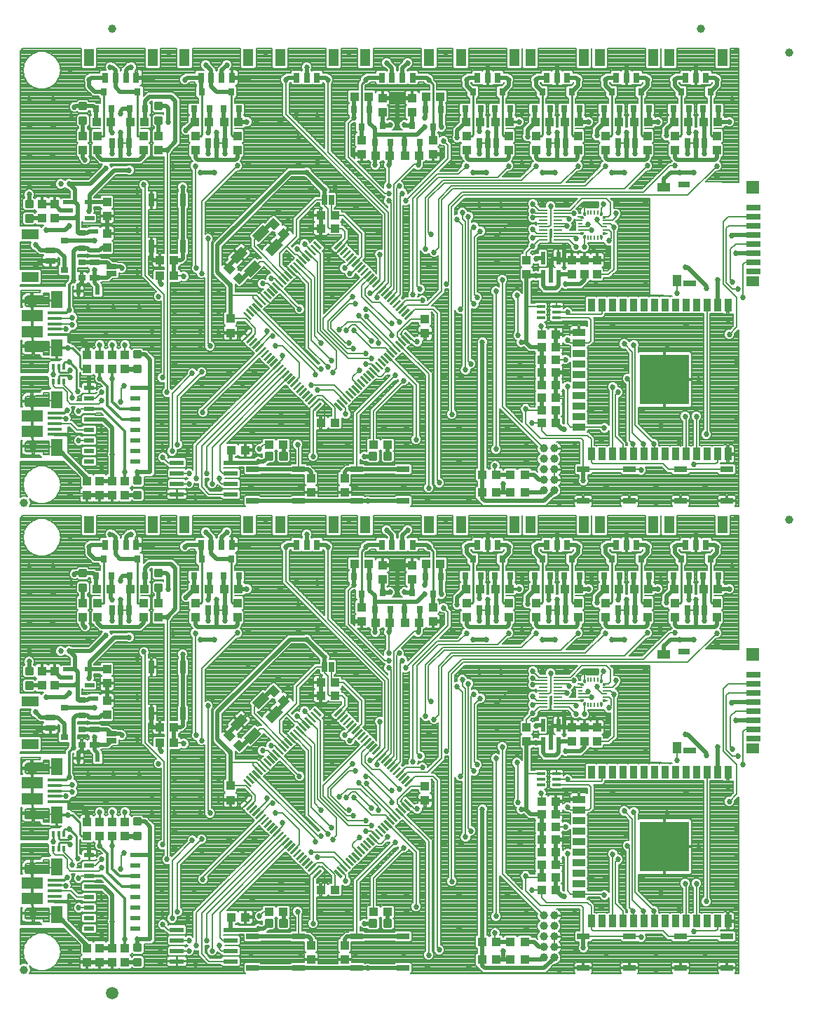
<source format=gtl>
G75*
%MOIN*%
%OFA0B0*%
%FSLAX25Y25*%
%IPPOS*%
%LPD*%
%AMOC8*
5,1,8,0,0,1.08239X$1,22.5*
%
%ADD10R,0.04331X0.03937*%
%ADD11R,0.06890X0.01575*%
%ADD12R,0.05748X0.07874*%
%ADD13R,0.09843X0.05610*%
%ADD14C,0.03937*%
%ADD15C,0.04331*%
%ADD16C,0.00800*%
%ADD17R,0.06890X0.02756*%
%ADD18R,0.05906X0.05906*%
%ADD19R,0.05906X0.05118*%
%ADD20R,0.05906X0.03150*%
%ADD21R,0.05512X0.03150*%
%ADD22R,0.03937X0.05709*%
%ADD23R,0.06102X0.03937*%
%ADD24R,0.01181X0.02598*%
%ADD25R,0.01181X0.04724*%
%ADD26R,0.03543X0.05906*%
%ADD27R,0.05906X0.03543*%
%ADD28R,0.23622X0.23622*%
%ADD29R,0.00984X0.01949*%
%ADD30R,0.00984X0.02362*%
%ADD31R,0.01949X0.00984*%
%ADD32R,0.02362X0.00984*%
%ADD33C,0.00010*%
%ADD34R,0.03937X0.04331*%
%ADD35R,0.02200X0.06200*%
%ADD36R,0.03150X0.03543*%
%ADD37R,0.02500X0.05000*%
%ADD38R,0.01600X0.01000*%
%ADD39R,0.03150X0.04724*%
%ADD40R,0.05118X0.08465*%
%ADD41R,0.04724X0.02165*%
%ADD42R,0.03000X0.06000*%
%ADD43R,0.06000X0.03000*%
%ADD44C,0.01181*%
%ADD45R,0.04724X0.03150*%
%ADD46R,0.08465X0.05118*%
%ADD47R,0.03543X0.03150*%
%ADD48R,0.05000X0.02500*%
%ADD49R,0.02480X0.03268*%
%ADD50R,0.03268X0.02480*%
%ADD51R,0.03937X0.01181*%
%ADD52R,0.03937X0.01378*%
%ADD53R,0.04331X0.00787*%
%ADD54R,0.03937X0.00787*%
%ADD55R,0.07480X0.04331*%
%ADD56R,0.04724X0.02362*%
%ADD57R,0.06700X0.02400*%
%ADD58C,0.05906*%
%ADD59C,0.02700*%
%ADD60C,0.02000*%
%ADD61C,0.01600*%
%ADD62C,0.01200*%
%ADD63C,0.02400*%
%ADD64C,0.01000*%
D10*
X0148404Y0056500D03*
X0155096Y0056500D03*
X0166404Y0059000D03*
X0173096Y0059000D03*
X0190904Y0069500D03*
X0197596Y0069500D03*
X0215904Y0059000D03*
X0222596Y0059000D03*
X0267654Y0044750D03*
X0267654Y0036250D03*
X0274346Y0036250D03*
X0281154Y0036250D03*
X0287846Y0036250D03*
X0287846Y0044750D03*
X0281154Y0044750D03*
X0274346Y0044750D03*
X0295904Y0069500D03*
X0302596Y0069500D03*
X0302596Y0075500D03*
X0302596Y0081500D03*
X0302596Y0087500D03*
X0302596Y0093500D03*
X0302596Y0099500D03*
X0295904Y0099500D03*
X0295904Y0093500D03*
X0295904Y0087500D03*
X0295904Y0081500D03*
X0295904Y0075500D03*
X0295904Y0105500D03*
X0295904Y0111500D03*
X0302596Y0111500D03*
X0302596Y0105500D03*
X0237596Y0196500D03*
X0230904Y0196500D03*
X0223596Y0196500D03*
X0216904Y0196500D03*
X0213596Y0224500D03*
X0206904Y0224500D03*
X0240904Y0224500D03*
X0247596Y0224500D03*
X0259904Y0212500D03*
X0266596Y0212500D03*
X0273904Y0212500D03*
X0280596Y0212500D03*
X0292904Y0212500D03*
X0299596Y0212500D03*
X0306904Y0212500D03*
X0313596Y0212500D03*
X0325904Y0212500D03*
X0332596Y0212500D03*
X0339904Y0212500D03*
X0346596Y0212500D03*
X0358904Y0212500D03*
X0365596Y0212500D03*
X0372904Y0212500D03*
X0379596Y0212500D03*
X0302596Y0291500D03*
X0302596Y0297500D03*
X0302596Y0303500D03*
X0295904Y0303500D03*
X0295904Y0297500D03*
X0295904Y0291500D03*
X0295904Y0309500D03*
X0295904Y0315500D03*
X0295904Y0321500D03*
X0295904Y0327500D03*
X0295904Y0333500D03*
X0302596Y0333500D03*
X0302596Y0327500D03*
X0302596Y0321500D03*
X0302596Y0315500D03*
X0302596Y0309500D03*
X0287846Y0266750D03*
X0281154Y0266750D03*
X0274346Y0266750D03*
X0267654Y0266750D03*
X0267654Y0258250D03*
X0274346Y0258250D03*
X0281154Y0258250D03*
X0287846Y0258250D03*
X0222596Y0281000D03*
X0215904Y0281000D03*
X0197596Y0291500D03*
X0190904Y0291500D03*
X0173096Y0281000D03*
X0166404Y0281000D03*
X0155096Y0278500D03*
X0148404Y0278500D03*
X0151596Y0212500D03*
X0144904Y0212500D03*
X0137596Y0212500D03*
X0130904Y0212500D03*
X0107096Y0212500D03*
X0100404Y0212500D03*
X0091096Y0212500D03*
X0084404Y0212500D03*
X0114404Y0146750D03*
X0121096Y0146750D03*
X0121096Y0139250D03*
X0114404Y0139250D03*
G36*
X0147525Y0139877D02*
X0144464Y0142938D01*
X0147247Y0145721D01*
X0150308Y0142660D01*
X0147525Y0139877D01*
G37*
G36*
X0152258Y0135144D02*
X0149197Y0138205D01*
X0151980Y0140988D01*
X0155041Y0137927D01*
X0152258Y0135144D01*
G37*
G36*
X0173193Y0162201D02*
X0176254Y0159140D01*
X0173471Y0156357D01*
X0170410Y0159418D01*
X0173193Y0162201D01*
G37*
G36*
X0168460Y0166934D02*
X0171521Y0163873D01*
X0168738Y0161090D01*
X0165677Y0164151D01*
X0168460Y0166934D01*
G37*
X0190904Y0168000D03*
X0190904Y0161800D03*
X0197596Y0161800D03*
X0197596Y0168000D03*
G36*
X0152258Y0357144D02*
X0149197Y0360205D01*
X0151980Y0362988D01*
X0155041Y0359927D01*
X0152258Y0357144D01*
G37*
G36*
X0147525Y0361877D02*
X0144464Y0364938D01*
X0147247Y0367721D01*
X0150308Y0364660D01*
X0147525Y0361877D01*
G37*
X0121096Y0361250D03*
X0114404Y0361250D03*
X0114404Y0368750D03*
X0121096Y0368750D03*
G36*
X0168460Y0388934D02*
X0171521Y0385873D01*
X0168738Y0383090D01*
X0165677Y0386151D01*
X0168460Y0388934D01*
G37*
G36*
X0173193Y0384201D02*
X0176254Y0381140D01*
X0173471Y0378357D01*
X0170410Y0381418D01*
X0173193Y0384201D01*
G37*
X0190904Y0383800D03*
X0197596Y0383800D03*
X0197596Y0390000D03*
X0190904Y0390000D03*
X0216904Y0418500D03*
X0223596Y0418500D03*
X0230904Y0418500D03*
X0237596Y0418500D03*
X0259904Y0434500D03*
X0266596Y0434500D03*
X0273904Y0434500D03*
X0280596Y0434500D03*
X0292904Y0434500D03*
X0299596Y0434500D03*
X0306904Y0434500D03*
X0313596Y0434500D03*
X0325904Y0434500D03*
X0332596Y0434500D03*
X0339904Y0434500D03*
X0346596Y0434500D03*
X0358904Y0434500D03*
X0365596Y0434500D03*
X0372904Y0434500D03*
X0379596Y0434500D03*
X0247596Y0446500D03*
X0240904Y0446500D03*
X0213596Y0446500D03*
X0206904Y0446500D03*
X0151596Y0434500D03*
X0144904Y0434500D03*
X0137596Y0434500D03*
X0130904Y0434500D03*
X0107096Y0434500D03*
X0100404Y0434500D03*
X0091096Y0434500D03*
X0084404Y0434500D03*
D11*
X0064250Y0343618D03*
X0064250Y0341059D03*
X0064250Y0338500D03*
X0064250Y0335941D03*
X0064250Y0333382D03*
X0064250Y0296118D03*
X0064250Y0293559D03*
X0064250Y0291000D03*
X0064250Y0288441D03*
X0064250Y0285882D03*
X0064250Y0121618D03*
X0064250Y0119059D03*
X0064250Y0116500D03*
X0064250Y0113941D03*
X0064250Y0111382D03*
X0064250Y0074118D03*
X0064250Y0071559D03*
X0064250Y0069000D03*
X0064250Y0066441D03*
X0064250Y0063882D03*
D12*
X0065333Y0057583D03*
X0065333Y0080417D03*
X0065333Y0105083D03*
X0065333Y0127917D03*
X0065333Y0279583D03*
X0065333Y0302417D03*
X0065333Y0327083D03*
X0065333Y0349917D03*
D13*
X0053719Y0342289D03*
X0053719Y0334711D03*
X0053719Y0294789D03*
X0053719Y0287211D03*
X0053719Y0120289D03*
X0053719Y0112711D03*
X0053719Y0072789D03*
X0053719Y0065211D03*
D14*
X0054112Y0058370D03*
X0049750Y0031500D03*
X0054112Y0105870D03*
X0049750Y0253500D03*
X0054112Y0280370D03*
X0054112Y0327870D03*
X0091750Y0478750D03*
X0297000Y0279250D03*
X0297000Y0274250D03*
X0297000Y0269250D03*
X0297000Y0264250D03*
X0297000Y0259250D03*
X0302000Y0259250D03*
X0302000Y0264250D03*
X0302000Y0269250D03*
X0302000Y0274250D03*
X0302000Y0279250D03*
X0413750Y0245500D03*
X0302000Y0057250D03*
X0302000Y0052250D03*
X0302000Y0047250D03*
X0302000Y0042250D03*
X0302000Y0037250D03*
X0297000Y0037250D03*
X0297000Y0042250D03*
X0297000Y0047250D03*
X0297000Y0052250D03*
X0297000Y0057250D03*
X0413750Y0467500D03*
X0371750Y0478750D03*
D15*
X0054286Y0349254D02*
X0052710Y0349254D01*
X0052710Y0349254D01*
X0054286Y0349254D01*
X0054286Y0349254D01*
X0054286Y0301754D02*
X0052710Y0301754D01*
X0052710Y0301754D01*
X0054286Y0301754D01*
X0054286Y0301754D01*
X0054286Y0127254D02*
X0052710Y0127254D01*
X0052710Y0127254D01*
X0054286Y0127254D01*
X0054286Y0127254D01*
X0054286Y0079754D02*
X0052710Y0079754D01*
X0052710Y0079754D01*
X0054286Y0079754D01*
X0054286Y0079754D01*
D16*
X0047950Y0051000D02*
X0047950Y0034181D01*
X0047955Y0034186D01*
X0049120Y0034668D01*
X0050380Y0034668D01*
X0051262Y0034303D01*
X0049758Y0036909D01*
X0049758Y0036909D01*
X0049213Y0040000D01*
X0049213Y0040000D01*
X0049758Y0043091D01*
X0049758Y0043091D01*
X0051327Y0045809D01*
X0051327Y0045809D01*
X0051327Y0045809D01*
X0053731Y0047827D01*
X0053731Y0047827D01*
X0056681Y0048900D01*
X0059819Y0048900D01*
X0062769Y0047827D01*
X0062769Y0047827D01*
X0065173Y0045809D01*
X0065173Y0045809D01*
X0066742Y0043091D01*
X0066742Y0043091D01*
X0067287Y0040000D01*
X0067287Y0040000D01*
X0066742Y0036909D01*
X0066742Y0036909D01*
X0065173Y0034191D01*
X0065173Y0034191D01*
X0065173Y0034191D01*
X0062769Y0032173D01*
X0062769Y0032173D01*
X0059819Y0031100D01*
X0056681Y0031100D01*
X0053731Y0032173D01*
X0053731Y0032173D01*
X0052458Y0033242D01*
X0052918Y0032130D01*
X0052918Y0030870D01*
X0052436Y0029705D01*
X0052431Y0029700D01*
X0154853Y0029700D01*
X0154300Y0030253D01*
X0154300Y0034247D01*
X0155003Y0034950D01*
X0161997Y0034950D01*
X0162497Y0034450D01*
X0176503Y0034450D01*
X0177003Y0034950D01*
X0182881Y0034950D01*
X0182881Y0036004D01*
X0185850Y0036004D01*
X0185850Y0036804D01*
X0182881Y0036804D01*
X0182881Y0038753D01*
X0182977Y0039109D01*
X0183161Y0039429D01*
X0183422Y0039689D01*
X0183678Y0039837D01*
X0183081Y0040434D01*
X0183081Y0044550D01*
X0177003Y0044550D01*
X0176503Y0045050D01*
X0162497Y0045050D01*
X0161997Y0044550D01*
X0155003Y0044550D01*
X0154300Y0045253D01*
X0154300Y0048300D01*
X0152097Y0048300D01*
X0151897Y0048100D01*
X0144600Y0048100D01*
X0144600Y0047900D01*
X0151897Y0047900D01*
X0152600Y0047197D01*
X0152600Y0043803D01*
X0151897Y0043100D01*
X0145300Y0043100D01*
X0145300Y0042900D01*
X0151897Y0042900D01*
X0152600Y0042197D01*
X0152600Y0038803D01*
X0151897Y0038100D01*
X0144203Y0038100D01*
X0143500Y0038803D01*
X0143500Y0038900D01*
X0143087Y0038900D01*
X0141800Y0040187D01*
X0141800Y0039993D01*
X0141412Y0039056D01*
X0140694Y0038338D01*
X0139757Y0037950D01*
X0138743Y0037950D01*
X0137806Y0038338D01*
X0137088Y0039056D01*
X0136700Y0039993D01*
X0136700Y0041007D01*
X0137088Y0041944D01*
X0137650Y0042506D01*
X0137650Y0043113D01*
X0137257Y0042950D01*
X0136243Y0042950D01*
X0135850Y0043113D01*
X0135850Y0039663D01*
X0138413Y0037100D01*
X0143500Y0037100D01*
X0143500Y0037197D01*
X0144203Y0037900D01*
X0151897Y0037900D01*
X0152600Y0037197D01*
X0152600Y0033803D01*
X0151897Y0033100D01*
X0144203Y0033100D01*
X0143500Y0033803D01*
X0143500Y0033900D01*
X0137087Y0033900D01*
X0133587Y0037400D01*
X0132650Y0038337D01*
X0132650Y0040613D01*
X0132257Y0040450D01*
X0131243Y0040450D01*
X0130800Y0040633D01*
X0130800Y0039993D01*
X0130412Y0039056D01*
X0129694Y0038338D01*
X0128757Y0037950D01*
X0127743Y0037950D01*
X0126806Y0038338D01*
X0126670Y0038473D01*
X0126297Y0038100D01*
X0118603Y0038100D01*
X0117900Y0038803D01*
X0117900Y0042197D01*
X0118603Y0042900D01*
X0126297Y0042900D01*
X0126670Y0042527D01*
X0126806Y0042662D01*
X0127622Y0043000D01*
X0126806Y0043338D01*
X0126670Y0043473D01*
X0126297Y0043100D01*
X0118603Y0043100D01*
X0117900Y0043803D01*
X0117900Y0047197D01*
X0118603Y0047900D01*
X0126297Y0047900D01*
X0126670Y0047527D01*
X0126806Y0047662D01*
X0127743Y0048050D01*
X0128757Y0048050D01*
X0129694Y0047662D01*
X0130150Y0047206D01*
X0130150Y0059280D01*
X0166241Y0095371D01*
X0165211Y0096401D01*
X0163819Y0097793D01*
X0162427Y0099185D01*
X0161544Y0100068D01*
X0137046Y0075570D01*
X0137300Y0074957D01*
X0137300Y0073943D01*
X0136912Y0073006D01*
X0136194Y0072288D01*
X0135257Y0071900D01*
X0134243Y0071900D01*
X0133306Y0072288D01*
X0132588Y0073006D01*
X0132200Y0073943D01*
X0132200Y0074957D01*
X0132588Y0075894D01*
X0133306Y0076612D01*
X0133743Y0076793D01*
X0159281Y0102331D01*
X0158251Y0103361D01*
X0156859Y0104753D01*
X0156859Y0104753D01*
X0155468Y0106145D01*
X0154381Y0107232D01*
X0154178Y0107286D01*
X0153859Y0107470D01*
X0153311Y0108018D01*
X0155971Y0110678D01*
X0155972Y0110678D01*
X0158150Y0112857D01*
X0158150Y0112857D01*
X0155972Y0110678D01*
X0155972Y0110678D01*
X0158022Y0112728D01*
X0158022Y0113628D01*
X0157150Y0114500D01*
X0156050Y0114500D01*
X0153754Y0112204D01*
X0148000Y0112204D01*
X0148400Y0112344D02*
X0154822Y0112344D01*
X0154564Y0112086D02*
X0155972Y0110678D01*
X0153311Y0108018D01*
X0152763Y0108566D01*
X0152579Y0108885D01*
X0152484Y0109241D01*
X0152484Y0109610D01*
X0152579Y0109966D01*
X0152763Y0110285D01*
X0154564Y0112086D01*
X0156365Y0113886D01*
X0156684Y0114071D01*
X0157040Y0114166D01*
X0157409Y0114166D01*
X0157765Y0114071D01*
X0157873Y0114008D01*
X0154585Y0117296D01*
X0151168Y0117296D01*
X0151168Y0116234D01*
X0150572Y0115637D01*
X0150828Y0115489D01*
X0151089Y0115229D01*
X0151273Y0114909D01*
X0151368Y0114553D01*
X0151368Y0112604D01*
X0148400Y0112604D01*
X0148400Y0111804D01*
X0151368Y0111804D01*
X0151368Y0109854D01*
X0151273Y0109498D01*
X0151089Y0109179D01*
X0150828Y0108918D01*
X0150509Y0108734D01*
X0150153Y0108638D01*
X0148400Y0108638D01*
X0148400Y0111803D01*
X0147600Y0111803D01*
X0147600Y0108638D01*
X0145847Y0108638D01*
X0145491Y0108734D01*
X0145172Y0108918D01*
X0144911Y0109179D01*
X0144727Y0109498D01*
X0144631Y0109854D01*
X0144631Y0111804D01*
X0147600Y0111804D01*
X0147600Y0112604D01*
X0144631Y0112604D01*
X0144631Y0114553D01*
X0144727Y0114909D01*
X0144911Y0115229D01*
X0145172Y0115489D01*
X0145428Y0115637D01*
X0144831Y0116234D01*
X0144831Y0121559D01*
X0145534Y0122262D01*
X0145800Y0122262D01*
X0145800Y0133344D01*
X0145588Y0133556D01*
X0145238Y0134401D01*
X0140839Y0138800D01*
X0139550Y0140089D01*
X0139550Y0154911D01*
X0174000Y0189361D01*
X0175289Y0190650D01*
X0182898Y0190650D01*
X0183743Y0191000D01*
X0184757Y0191000D01*
X0185694Y0190612D01*
X0186412Y0189894D01*
X0186762Y0189049D01*
X0193249Y0182562D01*
X0194094Y0182212D01*
X0194812Y0181494D01*
X0195200Y0180557D01*
X0195200Y0179543D01*
X0195058Y0179200D01*
X0197597Y0179200D01*
X0198300Y0178497D01*
X0198300Y0172503D01*
X0197597Y0171800D01*
X0197450Y0171800D01*
X0197450Y0171168D01*
X0200259Y0171168D01*
X0200962Y0170466D01*
X0200962Y0169600D01*
X0202413Y0169600D01*
X0203350Y0168663D01*
X0210913Y0161100D01*
X0211850Y0160163D01*
X0211850Y0147591D01*
X0211124Y0146864D01*
X0212153Y0145835D01*
X0213545Y0144443D01*
X0214937Y0143051D01*
X0214937Y0143051D01*
X0216329Y0141659D01*
X0217450Y0140538D01*
X0217450Y0147494D01*
X0216888Y0148056D01*
X0216500Y0148993D01*
X0216500Y0150007D01*
X0216888Y0150944D01*
X0217606Y0151662D01*
X0218543Y0152050D01*
X0219557Y0152050D01*
X0219850Y0151929D01*
X0219850Y0168157D01*
X0172650Y0215357D01*
X0172650Y0230494D01*
X0172088Y0231056D01*
X0171700Y0231993D01*
X0171700Y0233007D01*
X0172088Y0233944D01*
X0172806Y0234662D01*
X0173651Y0235012D01*
X0174339Y0235700D01*
X0176554Y0235700D01*
X0176554Y0236359D01*
X0177257Y0237062D01*
X0181401Y0237062D01*
X0181789Y0236673D01*
X0182050Y0236934D01*
X0182050Y0237148D01*
X0181700Y0237993D01*
X0181700Y0239007D01*
X0182088Y0239944D01*
X0182806Y0240662D01*
X0183743Y0241050D01*
X0184757Y0241050D01*
X0185694Y0240662D01*
X0186412Y0239944D01*
X0186800Y0239007D01*
X0186800Y0237993D01*
X0186450Y0237148D01*
X0186450Y0236934D01*
X0186711Y0236673D01*
X0187099Y0237062D01*
X0191243Y0237062D01*
X0191946Y0236359D01*
X0191946Y0235700D01*
X0194161Y0235700D01*
X0194849Y0235012D01*
X0195694Y0234662D01*
X0196412Y0233944D01*
X0196800Y0233007D01*
X0196800Y0231993D01*
X0196412Y0231056D01*
X0195850Y0230494D01*
X0195850Y0198663D01*
X0222750Y0171763D01*
X0222750Y0172450D01*
X0222743Y0172450D01*
X0221806Y0172838D01*
X0221088Y0173556D01*
X0220700Y0174493D01*
X0220700Y0175507D01*
X0221088Y0176444D01*
X0221394Y0176750D01*
X0221244Y0176900D01*
X0220587Y0176900D01*
X0203237Y0194250D01*
X0202300Y0195187D01*
X0202300Y0212313D01*
X0203237Y0213250D01*
X0204200Y0214213D01*
X0204200Y0215007D01*
X0204310Y0215272D01*
X0204310Y0215593D01*
X0203735Y0216168D01*
X0203735Y0220706D01*
X0204310Y0221281D01*
X0204310Y0221331D01*
X0204241Y0221331D01*
X0203538Y0222034D01*
X0203538Y0226966D01*
X0204241Y0227668D01*
X0208550Y0227668D01*
X0208550Y0231204D01*
X0209700Y0232354D01*
X0209700Y0233007D01*
X0210088Y0233944D01*
X0210806Y0234662D01*
X0211651Y0235012D01*
X0212339Y0235700D01*
X0217133Y0235700D01*
X0217133Y0236359D01*
X0217836Y0237062D01*
X0221979Y0237062D01*
X0222368Y0236673D01*
X0222629Y0236934D01*
X0222629Y0237010D01*
X0221651Y0237988D01*
X0220806Y0238338D01*
X0220088Y0239056D01*
X0219700Y0239993D01*
X0219700Y0241007D01*
X0220088Y0241944D01*
X0220806Y0242662D01*
X0221743Y0243050D01*
X0222757Y0243050D01*
X0223694Y0242662D01*
X0224412Y0241944D01*
X0224762Y0241099D01*
X0225740Y0240121D01*
X0225740Y0240121D01*
X0227029Y0238833D01*
X0227029Y0236934D01*
X0227289Y0236673D01*
X0227550Y0236934D01*
X0227550Y0238911D01*
X0228839Y0240200D01*
X0229738Y0241099D01*
X0230088Y0241944D01*
X0230806Y0242662D01*
X0231743Y0243050D01*
X0232757Y0243050D01*
X0233694Y0242662D01*
X0234412Y0241944D01*
X0234800Y0241007D01*
X0234800Y0239993D01*
X0234412Y0239056D01*
X0233694Y0238338D01*
X0232849Y0237988D01*
X0231950Y0237089D01*
X0231950Y0236934D01*
X0232211Y0236673D01*
X0232599Y0237062D01*
X0236743Y0237062D01*
X0237446Y0236359D01*
X0237446Y0235700D01*
X0242161Y0235700D01*
X0242849Y0235012D01*
X0243694Y0234662D01*
X0244412Y0233944D01*
X0244800Y0233007D01*
X0244800Y0232354D01*
X0245950Y0231204D01*
X0245950Y0227668D01*
X0250259Y0227668D01*
X0250962Y0226966D01*
X0250962Y0222034D01*
X0250259Y0221331D01*
X0250190Y0221331D01*
X0250190Y0221280D01*
X0250765Y0220706D01*
X0250765Y0216168D01*
X0250190Y0215593D01*
X0250190Y0211666D01*
X0250412Y0211444D01*
X0250800Y0210507D01*
X0250800Y0209493D01*
X0250412Y0208556D01*
X0249694Y0207838D01*
X0248757Y0207450D01*
X0247743Y0207450D01*
X0246916Y0207792D01*
X0246450Y0207326D01*
X0246450Y0207212D01*
X0246716Y0207212D01*
X0247418Y0206509D01*
X0247418Y0205275D01*
X0247806Y0205662D01*
X0248743Y0206050D01*
X0249757Y0206050D01*
X0250694Y0205662D01*
X0251412Y0204944D01*
X0251800Y0204007D01*
X0251800Y0203213D01*
X0251913Y0203100D01*
X0252850Y0202163D01*
X0252850Y0194337D01*
X0251913Y0193400D01*
X0247663Y0189150D01*
X0255637Y0189150D01*
X0257700Y0191213D01*
X0257700Y0192007D01*
X0258088Y0192944D01*
X0258806Y0193662D01*
X0258927Y0193712D01*
X0258050Y0194589D01*
X0258050Y0195788D01*
X0257784Y0195788D01*
X0257081Y0196491D01*
X0257081Y0201816D01*
X0257766Y0202500D01*
X0257311Y0202955D01*
X0257194Y0202838D01*
X0256257Y0202450D01*
X0255243Y0202450D01*
X0254306Y0202838D01*
X0253588Y0203556D01*
X0253200Y0204493D01*
X0253200Y0205507D01*
X0253550Y0206352D01*
X0253550Y0209258D01*
X0256538Y0212246D01*
X0256538Y0214966D01*
X0257241Y0215668D01*
X0257310Y0215668D01*
X0257310Y0215719D01*
X0256735Y0216294D01*
X0256735Y0220832D01*
X0257438Y0221535D01*
X0261550Y0221535D01*
X0261550Y0223859D01*
X0261178Y0223859D01*
X0260475Y0224562D01*
X0260475Y0226494D01*
X0259339Y0227631D01*
X0258050Y0228919D01*
X0258050Y0231148D01*
X0257700Y0231993D01*
X0257700Y0233007D01*
X0258088Y0233944D01*
X0258806Y0234662D01*
X0259651Y0235012D01*
X0260339Y0235700D01*
X0262554Y0235700D01*
X0262554Y0236359D01*
X0263257Y0237062D01*
X0267401Y0237062D01*
X0267648Y0236815D01*
X0267816Y0236982D01*
X0268135Y0237167D01*
X0268491Y0237262D01*
X0269863Y0237262D01*
X0269863Y0233887D01*
X0270637Y0233887D01*
X0270637Y0237262D01*
X0272009Y0237262D01*
X0272365Y0237167D01*
X0272684Y0236982D01*
X0272852Y0236815D01*
X0273099Y0237062D01*
X0277243Y0237062D01*
X0277946Y0236359D01*
X0277946Y0235700D01*
X0280161Y0235700D01*
X0280849Y0235012D01*
X0281694Y0234662D01*
X0282412Y0233944D01*
X0282800Y0233007D01*
X0282800Y0231993D01*
X0282450Y0231148D01*
X0282450Y0228919D01*
X0281161Y0227631D01*
X0280025Y0226494D01*
X0280025Y0224562D01*
X0279322Y0223859D01*
X0278950Y0223859D01*
X0278950Y0221535D01*
X0283062Y0221535D01*
X0283765Y0220832D01*
X0283765Y0216294D01*
X0283190Y0215719D01*
X0283190Y0215668D01*
X0283259Y0215668D01*
X0283962Y0214966D01*
X0283962Y0214726D01*
X0284743Y0215050D01*
X0285757Y0215050D01*
X0286694Y0214662D01*
X0287412Y0213944D01*
X0287800Y0213007D01*
X0287800Y0211993D01*
X0287412Y0211056D01*
X0286694Y0210338D01*
X0285757Y0209950D01*
X0284743Y0209950D01*
X0283962Y0210273D01*
X0283962Y0210034D01*
X0283259Y0209331D01*
X0278950Y0209331D01*
X0278950Y0209212D01*
X0282716Y0209212D01*
X0283418Y0208509D01*
X0283418Y0203184D01*
X0282734Y0202500D01*
X0283418Y0201816D01*
X0283418Y0196491D01*
X0282716Y0195788D01*
X0282450Y0195788D01*
X0282450Y0194589D01*
X0281573Y0193712D01*
X0281694Y0193662D01*
X0282412Y0192944D01*
X0282800Y0192007D01*
X0282800Y0190993D01*
X0282412Y0190056D01*
X0281694Y0189338D01*
X0280757Y0188950D01*
X0279963Y0188950D01*
X0277363Y0186350D01*
X0285837Y0186350D01*
X0290700Y0191213D01*
X0290700Y0192007D01*
X0291088Y0192944D01*
X0291806Y0193662D01*
X0291927Y0193712D01*
X0291050Y0194589D01*
X0291050Y0195788D01*
X0290784Y0195788D01*
X0290081Y0196491D01*
X0290081Y0201816D01*
X0290766Y0202500D01*
X0290152Y0203114D01*
X0289757Y0202950D01*
X0288743Y0202950D01*
X0287806Y0203338D01*
X0287088Y0204056D01*
X0286700Y0204993D01*
X0286700Y0206007D01*
X0287050Y0206852D01*
X0287050Y0209758D01*
X0289538Y0212246D01*
X0289538Y0214966D01*
X0290241Y0215668D01*
X0290310Y0215668D01*
X0290310Y0215719D01*
X0289735Y0216294D01*
X0289735Y0220832D01*
X0290438Y0221535D01*
X0294550Y0221535D01*
X0294550Y0223859D01*
X0294178Y0223859D01*
X0293475Y0224562D01*
X0293475Y0226494D01*
X0292339Y0227631D01*
X0291050Y0228919D01*
X0291050Y0231148D01*
X0290700Y0231993D01*
X0290700Y0233007D01*
X0291088Y0233944D01*
X0291806Y0234662D01*
X0292651Y0235012D01*
X0293339Y0235700D01*
X0295554Y0235700D01*
X0295554Y0236359D01*
X0296257Y0237062D01*
X0300401Y0237062D01*
X0300648Y0236815D01*
X0300816Y0236982D01*
X0301135Y0237167D01*
X0301491Y0237262D01*
X0302863Y0237262D01*
X0302863Y0233887D01*
X0303637Y0233887D01*
X0303637Y0237262D01*
X0305009Y0237262D01*
X0305365Y0237167D01*
X0305684Y0236982D01*
X0305852Y0236815D01*
X0306099Y0237062D01*
X0310243Y0237062D01*
X0310946Y0236359D01*
X0310946Y0235700D01*
X0313161Y0235700D01*
X0313849Y0235012D01*
X0314694Y0234662D01*
X0315412Y0233944D01*
X0315800Y0233007D01*
X0315800Y0231993D01*
X0315450Y0231148D01*
X0315450Y0228919D01*
X0314161Y0227631D01*
X0313025Y0226494D01*
X0313025Y0224562D01*
X0312322Y0223859D01*
X0311950Y0223859D01*
X0311950Y0221535D01*
X0316062Y0221535D01*
X0316765Y0220832D01*
X0316765Y0216294D01*
X0316190Y0215719D01*
X0316190Y0215668D01*
X0316259Y0215668D01*
X0316962Y0214966D01*
X0316962Y0214726D01*
X0317743Y0215050D01*
X0318757Y0215050D01*
X0319694Y0214662D01*
X0320412Y0213944D01*
X0320800Y0213007D01*
X0320800Y0211993D01*
X0320412Y0211056D01*
X0319694Y0210338D01*
X0318757Y0209950D01*
X0317743Y0209950D01*
X0316962Y0210273D01*
X0316962Y0210034D01*
X0316259Y0209331D01*
X0311950Y0209331D01*
X0311950Y0209212D01*
X0315716Y0209212D01*
X0316418Y0208509D01*
X0316418Y0203184D01*
X0315734Y0202500D01*
X0316418Y0201816D01*
X0316418Y0196491D01*
X0315716Y0195788D01*
X0315338Y0195788D01*
X0315338Y0194477D01*
X0314573Y0193712D01*
X0314694Y0193662D01*
X0315412Y0192944D01*
X0315800Y0192007D01*
X0315800Y0190993D01*
X0315412Y0190056D01*
X0314694Y0189338D01*
X0313757Y0188950D01*
X0312963Y0188950D01*
X0307563Y0183550D01*
X0316037Y0183550D01*
X0323700Y0191213D01*
X0323700Y0192007D01*
X0324088Y0192944D01*
X0324806Y0193662D01*
X0324927Y0193712D01*
X0324050Y0194589D01*
X0324050Y0195788D01*
X0323784Y0195788D01*
X0323081Y0196491D01*
X0323081Y0201816D01*
X0323766Y0202500D01*
X0323081Y0203184D01*
X0323081Y0203584D01*
X0322757Y0203450D01*
X0321743Y0203450D01*
X0320806Y0203838D01*
X0320088Y0204556D01*
X0319700Y0205493D01*
X0319700Y0206507D01*
X0320050Y0207352D01*
X0320050Y0209758D01*
X0322538Y0212246D01*
X0322538Y0214966D01*
X0323241Y0215668D01*
X0323310Y0215668D01*
X0323310Y0215719D01*
X0322735Y0216294D01*
X0322735Y0220832D01*
X0323438Y0221535D01*
X0327550Y0221535D01*
X0327550Y0223859D01*
X0327178Y0223859D01*
X0326475Y0224562D01*
X0326475Y0226494D01*
X0325339Y0227631D01*
X0324050Y0228919D01*
X0324050Y0231148D01*
X0323700Y0231993D01*
X0323700Y0233007D01*
X0324088Y0233944D01*
X0324806Y0234662D01*
X0325651Y0235012D01*
X0326339Y0235700D01*
X0328554Y0235700D01*
X0328554Y0236359D01*
X0329257Y0237062D01*
X0333401Y0237062D01*
X0333648Y0236815D01*
X0333816Y0236982D01*
X0334135Y0237167D01*
X0334491Y0237262D01*
X0335863Y0237262D01*
X0335863Y0233887D01*
X0336637Y0233887D01*
X0336637Y0237262D01*
X0338009Y0237262D01*
X0338365Y0237167D01*
X0338684Y0236982D01*
X0338852Y0236815D01*
X0339099Y0237062D01*
X0343243Y0237062D01*
X0343946Y0236359D01*
X0343946Y0235700D01*
X0346161Y0235700D01*
X0346849Y0235012D01*
X0347694Y0234662D01*
X0348412Y0233944D01*
X0348800Y0233007D01*
X0348800Y0231993D01*
X0348450Y0231148D01*
X0348450Y0228919D01*
X0347161Y0227631D01*
X0346025Y0226494D01*
X0346025Y0224562D01*
X0345322Y0223859D01*
X0344950Y0223859D01*
X0344950Y0221535D01*
X0349062Y0221535D01*
X0349765Y0220832D01*
X0349765Y0216294D01*
X0349190Y0215719D01*
X0349190Y0215668D01*
X0349259Y0215668D01*
X0349962Y0214966D01*
X0349962Y0214727D01*
X0350743Y0215050D01*
X0351757Y0215050D01*
X0352694Y0214662D01*
X0353412Y0213944D01*
X0353800Y0213007D01*
X0353800Y0211993D01*
X0353412Y0211056D01*
X0352694Y0210338D01*
X0351757Y0209950D01*
X0350743Y0209950D01*
X0349962Y0210273D01*
X0349962Y0210034D01*
X0349259Y0209331D01*
X0344950Y0209331D01*
X0344950Y0209212D01*
X0348716Y0209212D01*
X0349418Y0208509D01*
X0349418Y0203184D01*
X0348734Y0202500D01*
X0349418Y0201816D01*
X0349418Y0196491D01*
X0348716Y0195788D01*
X0348450Y0195788D01*
X0348450Y0194589D01*
X0347609Y0193747D01*
X0347694Y0193712D01*
X0348412Y0192994D01*
X0348800Y0192057D01*
X0348800Y0191043D01*
X0348412Y0190106D01*
X0347694Y0189388D01*
X0346757Y0189000D01*
X0345963Y0189000D01*
X0337713Y0180750D01*
X0343808Y0180750D01*
X0356208Y0193150D01*
X0357244Y0193150D01*
X0357806Y0193712D01*
X0357891Y0193747D01*
X0357050Y0194589D01*
X0357050Y0195788D01*
X0356784Y0195788D01*
X0356081Y0196491D01*
X0356081Y0201816D01*
X0356766Y0202500D01*
X0356081Y0203184D01*
X0356081Y0203551D01*
X0355839Y0203450D01*
X0354824Y0203450D01*
X0353887Y0203838D01*
X0353170Y0204556D01*
X0352781Y0205493D01*
X0352781Y0206507D01*
X0353131Y0207352D01*
X0353131Y0209839D01*
X0355538Y0212246D01*
X0355538Y0214966D01*
X0356241Y0215668D01*
X0356310Y0215668D01*
X0356310Y0215719D01*
X0355735Y0216294D01*
X0355735Y0220832D01*
X0356438Y0221535D01*
X0360550Y0221535D01*
X0360550Y0223859D01*
X0360178Y0223859D01*
X0359475Y0224562D01*
X0359475Y0226494D01*
X0358339Y0227631D01*
X0357050Y0228919D01*
X0357050Y0231148D01*
X0356700Y0231993D01*
X0356700Y0233007D01*
X0357088Y0233944D01*
X0357806Y0234662D01*
X0358651Y0235012D01*
X0359339Y0235700D01*
X0361554Y0235700D01*
X0361554Y0236359D01*
X0362257Y0237062D01*
X0366401Y0237062D01*
X0366648Y0236815D01*
X0366816Y0236982D01*
X0367135Y0237167D01*
X0367491Y0237262D01*
X0368863Y0237262D01*
X0368863Y0233887D01*
X0369637Y0233887D01*
X0369637Y0237262D01*
X0371009Y0237262D01*
X0371365Y0237167D01*
X0371684Y0236982D01*
X0371852Y0236815D01*
X0372099Y0237062D01*
X0376243Y0237062D01*
X0376946Y0236359D01*
X0376946Y0235700D01*
X0379161Y0235700D01*
X0379849Y0235012D01*
X0380694Y0234662D01*
X0381412Y0233944D01*
X0381800Y0233007D01*
X0381800Y0231993D01*
X0381450Y0231148D01*
X0381450Y0228919D01*
X0380161Y0227631D01*
X0379025Y0226494D01*
X0379025Y0224562D01*
X0378322Y0223859D01*
X0377950Y0223859D01*
X0377950Y0221535D01*
X0382062Y0221535D01*
X0382765Y0220832D01*
X0382765Y0216294D01*
X0382190Y0215719D01*
X0382190Y0215668D01*
X0382259Y0215668D01*
X0382962Y0214966D01*
X0382962Y0214700D01*
X0383898Y0214700D01*
X0384743Y0215050D01*
X0385757Y0215050D01*
X0386694Y0214662D01*
X0387412Y0213944D01*
X0387800Y0213007D01*
X0387800Y0211993D01*
X0387412Y0211056D01*
X0386694Y0210338D01*
X0385757Y0209950D01*
X0384743Y0209950D01*
X0383898Y0210300D01*
X0382962Y0210300D01*
X0382962Y0210034D01*
X0382259Y0209331D01*
X0377950Y0209331D01*
X0377950Y0209212D01*
X0381716Y0209212D01*
X0382418Y0208509D01*
X0382418Y0203184D01*
X0381734Y0202500D01*
X0382418Y0201816D01*
X0382418Y0196491D01*
X0381716Y0195788D01*
X0381450Y0195788D01*
X0381450Y0194589D01*
X0380573Y0193712D01*
X0380694Y0193662D01*
X0381412Y0192944D01*
X0381800Y0192007D01*
X0381800Y0190993D01*
X0381412Y0190056D01*
X0380694Y0189338D01*
X0379757Y0188950D01*
X0378963Y0188950D01*
X0373924Y0183912D01*
X0389750Y0183859D01*
X0389750Y0247300D01*
X0385706Y0247300D01*
X0385706Y0238456D01*
X0385003Y0237753D01*
X0378891Y0237753D01*
X0378188Y0238456D01*
X0378188Y0247300D01*
X0360312Y0247300D01*
X0360312Y0238456D01*
X0359609Y0237753D01*
X0353497Y0237753D01*
X0352794Y0238456D01*
X0352794Y0247300D01*
X0352706Y0247300D01*
X0352706Y0238456D01*
X0352003Y0237753D01*
X0345891Y0237753D01*
X0345188Y0238456D01*
X0345188Y0247300D01*
X0327312Y0247300D01*
X0327312Y0238456D01*
X0326609Y0237753D01*
X0320497Y0237753D01*
X0319794Y0238456D01*
X0319794Y0247300D01*
X0319706Y0247300D01*
X0319706Y0238456D01*
X0319003Y0237753D01*
X0312891Y0237753D01*
X0312188Y0238456D01*
X0312188Y0247300D01*
X0294312Y0247300D01*
X0294312Y0238456D01*
X0293609Y0237753D01*
X0287497Y0237753D01*
X0286794Y0238456D01*
X0286794Y0247300D01*
X0286706Y0247300D01*
X0286706Y0238456D01*
X0286003Y0237753D01*
X0279891Y0237753D01*
X0279188Y0238456D01*
X0279188Y0247300D01*
X0261312Y0247300D01*
X0261312Y0238456D01*
X0260609Y0237753D01*
X0254497Y0237753D01*
X0253794Y0238456D01*
X0253794Y0247300D01*
X0246206Y0247300D01*
X0246206Y0238456D01*
X0245503Y0237753D01*
X0239391Y0237753D01*
X0238688Y0238456D01*
X0238688Y0247300D01*
X0215891Y0247300D01*
X0215891Y0238456D01*
X0215188Y0237753D01*
X0209076Y0237753D01*
X0208373Y0238456D01*
X0208373Y0247300D01*
X0200706Y0247300D01*
X0200706Y0238456D01*
X0200003Y0237753D01*
X0193891Y0237753D01*
X0193188Y0238456D01*
X0193188Y0247300D01*
X0175312Y0247300D01*
X0175312Y0238456D01*
X0174609Y0237753D01*
X0168497Y0237753D01*
X0167794Y0238456D01*
X0167794Y0247300D01*
X0160206Y0247300D01*
X0160206Y0238456D01*
X0159503Y0237753D01*
X0153391Y0237753D01*
X0152688Y0238456D01*
X0152688Y0247300D01*
X0129891Y0247300D01*
X0129891Y0238456D01*
X0129188Y0237753D01*
X0123076Y0237753D01*
X0122373Y0238456D01*
X0122373Y0247300D01*
X0114706Y0247300D01*
X0114706Y0238456D01*
X0114003Y0237753D01*
X0107891Y0237753D01*
X0107188Y0238456D01*
X0107188Y0247300D01*
X0084391Y0247300D01*
X0084391Y0238456D01*
X0083688Y0237753D01*
X0077576Y0237753D01*
X0076873Y0238456D01*
X0076873Y0247300D01*
X0049750Y0247300D01*
X0049284Y0247239D01*
X0048477Y0246773D01*
X0048011Y0245966D01*
X0047950Y0245500D01*
X0047950Y0162956D01*
X0057294Y0162956D01*
X0057997Y0162253D01*
X0057997Y0162225D01*
X0058088Y0162444D01*
X0058806Y0163162D01*
X0059111Y0163288D01*
X0055784Y0163288D01*
X0055081Y0163991D01*
X0055081Y0164091D01*
X0054370Y0163379D01*
X0050130Y0163379D01*
X0049081Y0164428D01*
X0049081Y0168667D01*
X0050130Y0169716D01*
X0054370Y0169716D01*
X0055081Y0169004D01*
X0055081Y0169316D01*
X0055678Y0169913D01*
X0055422Y0170061D01*
X0055161Y0170321D01*
X0054977Y0170641D01*
X0054924Y0170839D01*
X0054370Y0170284D01*
X0050130Y0170284D01*
X0049081Y0171333D01*
X0049081Y0175572D01*
X0050050Y0176541D01*
X0050050Y0176648D01*
X0049700Y0177493D01*
X0049700Y0178507D01*
X0050088Y0179444D01*
X0050806Y0180162D01*
X0051743Y0180550D01*
X0052757Y0180550D01*
X0053694Y0180162D01*
X0054412Y0179444D01*
X0054800Y0178507D01*
X0054800Y0177493D01*
X0054450Y0176648D01*
X0054450Y0176541D01*
X0054969Y0176022D01*
X0054977Y0176052D01*
X0055161Y0176371D01*
X0055422Y0176632D01*
X0055741Y0176816D01*
X0056097Y0176912D01*
X0057850Y0176912D01*
X0057850Y0173746D01*
X0058650Y0173746D01*
X0063850Y0173746D01*
X0063850Y0172946D01*
X0060881Y0172946D01*
X0058650Y0172946D01*
X0058650Y0173746D01*
X0058650Y0176912D01*
X0060403Y0176912D01*
X0060759Y0176816D01*
X0061078Y0176632D01*
X0061250Y0176460D01*
X0061422Y0176632D01*
X0061741Y0176816D01*
X0062097Y0176912D01*
X0063850Y0176912D01*
X0063850Y0173746D01*
X0064650Y0173746D01*
X0064650Y0176912D01*
X0066403Y0176912D01*
X0066759Y0176816D01*
X0067078Y0176632D01*
X0067339Y0176371D01*
X0067442Y0176193D01*
X0067772Y0176523D01*
X0071810Y0176523D01*
X0071810Y0179329D01*
X0070651Y0180488D01*
X0069806Y0180838D01*
X0069250Y0181394D01*
X0068694Y0180838D01*
X0067757Y0180450D01*
X0066743Y0180450D01*
X0065806Y0180838D01*
X0065088Y0181556D01*
X0064700Y0182493D01*
X0064700Y0183507D01*
X0065088Y0184444D01*
X0065806Y0185162D01*
X0066743Y0185550D01*
X0067757Y0185550D01*
X0068694Y0185162D01*
X0069250Y0184606D01*
X0069806Y0185162D01*
X0070743Y0185550D01*
X0071757Y0185550D01*
X0072602Y0185200D01*
X0080339Y0185200D01*
X0086238Y0191099D01*
X0086588Y0191944D01*
X0086944Y0192300D01*
X0085839Y0192300D01*
X0084550Y0193589D01*
X0083839Y0194300D01*
X0083839Y0194300D01*
X0082550Y0195589D01*
X0082550Y0195788D01*
X0082284Y0195788D01*
X0081581Y0196491D01*
X0081581Y0201816D01*
X0082266Y0202500D01*
X0081581Y0203184D01*
X0081581Y0208509D01*
X0082284Y0209212D01*
X0086050Y0209212D01*
X0086050Y0209331D01*
X0081741Y0209331D01*
X0081038Y0210034D01*
X0081038Y0214966D01*
X0081741Y0215668D01*
X0081810Y0215668D01*
X0081810Y0215719D01*
X0081235Y0216294D01*
X0081235Y0217753D01*
X0080838Y0217753D01*
X0079870Y0216784D01*
X0075630Y0216784D01*
X0075111Y0217304D01*
X0074257Y0216950D01*
X0073243Y0216950D01*
X0072306Y0217338D01*
X0071588Y0218056D01*
X0071200Y0218993D01*
X0071200Y0220007D01*
X0071588Y0220944D01*
X0072306Y0221662D01*
X0073151Y0222012D01*
X0073291Y0222153D01*
X0074662Y0222153D01*
X0075630Y0223121D01*
X0079870Y0223121D01*
X0080838Y0222153D01*
X0083531Y0222153D01*
X0084149Y0221535D01*
X0086050Y0221535D01*
X0086050Y0223859D01*
X0085678Y0223859D01*
X0084975Y0224562D01*
X0084975Y0224631D01*
X0082508Y0224631D01*
X0081219Y0225919D01*
X0079839Y0227300D01*
X0078550Y0228589D01*
X0078550Y0231148D01*
X0078200Y0231993D01*
X0078200Y0233007D01*
X0078588Y0233944D01*
X0079306Y0234662D01*
X0080151Y0235012D01*
X0080839Y0235700D01*
X0085633Y0235700D01*
X0085633Y0236359D01*
X0086336Y0237062D01*
X0088585Y0237062D01*
X0088200Y0237993D01*
X0088200Y0239007D01*
X0088588Y0239944D01*
X0089306Y0240662D01*
X0090243Y0241050D01*
X0091257Y0241050D01*
X0092102Y0240700D01*
X0092661Y0240700D01*
X0094240Y0239121D01*
X0095529Y0237833D01*
X0095529Y0236934D01*
X0095789Y0236673D01*
X0096050Y0236934D01*
X0096050Y0237911D01*
X0097339Y0239200D01*
X0098839Y0240700D01*
X0099398Y0240700D01*
X0100243Y0241050D01*
X0101257Y0241050D01*
X0102194Y0240662D01*
X0102912Y0239944D01*
X0103300Y0239007D01*
X0103300Y0237993D01*
X0102912Y0237056D01*
X0102784Y0236928D01*
X0102784Y0233887D01*
X0103559Y0233887D01*
X0106146Y0233887D01*
X0106146Y0236047D01*
X0106051Y0236403D01*
X0105866Y0236722D01*
X0105606Y0236982D01*
X0105286Y0237167D01*
X0104930Y0237262D01*
X0103559Y0237262D01*
X0103559Y0233887D01*
X0103559Y0233113D01*
X0106146Y0233113D01*
X0106146Y0230953D01*
X0106051Y0230597D01*
X0105866Y0230278D01*
X0105606Y0230018D01*
X0105286Y0229833D01*
X0105171Y0229802D01*
X0105822Y0229802D01*
X0106525Y0229099D01*
X0106525Y0224646D01*
X0108579Y0226700D01*
X0120611Y0226700D01*
X0121900Y0225411D01*
X0121900Y0225411D01*
X0122611Y0224700D01*
X0122611Y0224700D01*
X0123900Y0223411D01*
X0123900Y0202039D01*
X0120415Y0198554D01*
X0120065Y0197709D01*
X0119504Y0197147D01*
X0119504Y0149918D01*
X0122550Y0149918D01*
X0122550Y0156747D01*
X0123050Y0157247D01*
X0123050Y0171253D01*
X0122550Y0171753D01*
X0122550Y0178747D01*
X0123050Y0179247D01*
X0123050Y0180148D01*
X0122700Y0180993D01*
X0122700Y0182007D01*
X0123088Y0182944D01*
X0123806Y0183662D01*
X0124743Y0184050D01*
X0125757Y0184050D01*
X0126694Y0183662D01*
X0127412Y0182944D01*
X0127800Y0182007D01*
X0127800Y0180993D01*
X0127450Y0180148D01*
X0127450Y0179247D01*
X0127950Y0178747D01*
X0127950Y0171753D01*
X0127450Y0171253D01*
X0127450Y0157247D01*
X0127950Y0156747D01*
X0127950Y0149753D01*
X0127450Y0149253D01*
X0127450Y0146589D01*
X0126161Y0145300D01*
X0125411Y0144550D01*
X0124462Y0144550D01*
X0124462Y0144284D01*
X0123759Y0143581D01*
X0123296Y0143581D01*
X0123296Y0142418D01*
X0123759Y0142418D01*
X0124462Y0141716D01*
X0124462Y0141227D01*
X0125243Y0141550D01*
X0126257Y0141550D01*
X0127194Y0141162D01*
X0127912Y0140444D01*
X0128300Y0139507D01*
X0128300Y0138493D01*
X0127912Y0137556D01*
X0127194Y0136838D01*
X0126257Y0136450D01*
X0125243Y0136450D01*
X0124454Y0136777D01*
X0123759Y0136081D01*
X0119504Y0136081D01*
X0119504Y0085853D01*
X0119912Y0085444D01*
X0119918Y0085430D01*
X0127200Y0092713D01*
X0127200Y0093507D01*
X0127588Y0094444D01*
X0128306Y0095162D01*
X0129243Y0095550D01*
X0130257Y0095550D01*
X0131194Y0095162D01*
X0131846Y0094510D01*
X0132088Y0095094D01*
X0132806Y0095812D01*
X0133743Y0096200D01*
X0134757Y0096200D01*
X0135694Y0095812D01*
X0136412Y0095094D01*
X0136800Y0094157D01*
X0136800Y0093143D01*
X0136412Y0092206D01*
X0135694Y0091488D01*
X0134757Y0091100D01*
X0133963Y0091100D01*
X0124350Y0081487D01*
X0124350Y0061156D01*
X0124912Y0060594D01*
X0125300Y0059657D01*
X0125300Y0058643D01*
X0124912Y0057706D01*
X0124194Y0056988D01*
X0123257Y0056600D01*
X0122762Y0056600D01*
X0122800Y0056507D01*
X0122800Y0055493D01*
X0122412Y0054556D01*
X0121694Y0053838D01*
X0120757Y0053450D01*
X0119743Y0053450D01*
X0118806Y0053838D01*
X0118088Y0054556D01*
X0117700Y0055493D01*
X0117700Y0056507D01*
X0118088Y0057444D01*
X0118650Y0058006D01*
X0118650Y0081613D01*
X0118257Y0081450D01*
X0117243Y0081450D01*
X0116306Y0081838D01*
X0115588Y0082556D01*
X0115200Y0083493D01*
X0115200Y0084507D01*
X0115588Y0085444D01*
X0116304Y0086160D01*
X0116304Y0088551D01*
X0116061Y0088450D01*
X0115046Y0088450D01*
X0114109Y0088838D01*
X0113392Y0089556D01*
X0113004Y0090493D01*
X0113004Y0091507D01*
X0113392Y0092444D01*
X0114109Y0093162D01*
X0114904Y0093491D01*
X0114904Y0127218D01*
X0114257Y0126950D01*
X0113243Y0126950D01*
X0112306Y0127338D01*
X0111588Y0128056D01*
X0111200Y0128993D01*
X0111200Y0130007D01*
X0111588Y0130944D01*
X0112306Y0131662D01*
X0112673Y0131814D01*
X0106587Y0137900D01*
X0105650Y0138837D01*
X0105650Y0180246D01*
X0105306Y0180388D01*
X0104588Y0181106D01*
X0104200Y0182043D01*
X0104200Y0183057D01*
X0104588Y0183994D01*
X0105306Y0184712D01*
X0106243Y0185100D01*
X0107257Y0185100D01*
X0108194Y0184712D01*
X0108912Y0183994D01*
X0109300Y0183057D01*
X0109300Y0182043D01*
X0108912Y0181106D01*
X0108850Y0181044D01*
X0108850Y0179650D01*
X0109900Y0179650D01*
X0109900Y0175600D01*
X0110600Y0175600D01*
X0110600Y0179650D01*
X0111934Y0179650D01*
X0112290Y0179555D01*
X0112610Y0179370D01*
X0112870Y0179110D01*
X0113055Y0178790D01*
X0113150Y0178434D01*
X0113150Y0175600D01*
X0110600Y0175600D01*
X0110600Y0174900D01*
X0113150Y0174900D01*
X0113150Y0172066D01*
X0113055Y0171710D01*
X0112870Y0171390D01*
X0112610Y0171130D01*
X0112290Y0170945D01*
X0111934Y0170850D01*
X0110600Y0170850D01*
X0110600Y0174900D01*
X0109900Y0174900D01*
X0109900Y0170850D01*
X0108850Y0170850D01*
X0108850Y0157650D01*
X0109900Y0157650D01*
X0109900Y0153600D01*
X0110600Y0153600D01*
X0110600Y0157650D01*
X0111934Y0157650D01*
X0112290Y0157555D01*
X0112610Y0157370D01*
X0112870Y0157110D01*
X0113055Y0156790D01*
X0113150Y0156434D01*
X0113150Y0153600D01*
X0110600Y0153600D01*
X0110600Y0152900D01*
X0113150Y0152900D01*
X0113150Y0150118D01*
X0114004Y0150118D01*
X0114004Y0147150D01*
X0114804Y0147150D01*
X0114804Y0150118D01*
X0116304Y0150118D01*
X0116304Y0195876D01*
X0116216Y0195788D01*
X0111284Y0195788D01*
X0110581Y0196491D01*
X0110581Y0201816D01*
X0111266Y0202500D01*
X0110581Y0203184D01*
X0110581Y0208509D01*
X0111284Y0209212D01*
X0111550Y0209212D01*
X0111550Y0209959D01*
X0110581Y0210928D01*
X0110581Y0215167D01*
X0111630Y0216216D01*
X0115870Y0216216D01*
X0116050Y0216035D01*
X0116050Y0216965D01*
X0115870Y0216784D01*
X0111630Y0216784D01*
X0110581Y0217833D01*
X0110581Y0222072D01*
X0110809Y0222300D01*
X0110401Y0222300D01*
X0109690Y0221589D01*
X0109690Y0221406D01*
X0110265Y0220832D01*
X0110265Y0216294D01*
X0109690Y0215719D01*
X0109690Y0215668D01*
X0109759Y0215668D01*
X0110462Y0214966D01*
X0110462Y0210034D01*
X0109759Y0209331D01*
X0105450Y0209331D01*
X0105450Y0209212D01*
X0109216Y0209212D01*
X0109918Y0208509D01*
X0109918Y0203184D01*
X0109234Y0202500D01*
X0109918Y0201816D01*
X0109918Y0196491D01*
X0109216Y0195788D01*
X0108950Y0195788D01*
X0108950Y0195589D01*
X0107661Y0194300D01*
X0107661Y0194300D01*
X0105661Y0192300D01*
X0090556Y0192300D01*
X0090912Y0191944D01*
X0091255Y0191116D01*
X0091839Y0191700D01*
X0098398Y0191700D01*
X0099243Y0192050D01*
X0100257Y0192050D01*
X0101194Y0191662D01*
X0101912Y0190944D01*
X0102300Y0190007D01*
X0102300Y0188993D01*
X0101912Y0188056D01*
X0101194Y0187338D01*
X0100257Y0186950D01*
X0099243Y0186950D01*
X0098398Y0187300D01*
X0093661Y0187300D01*
X0083068Y0176707D01*
X0083068Y0176523D01*
X0083728Y0176523D01*
X0083810Y0176440D01*
X0086081Y0176440D01*
X0086081Y0177009D01*
X0086784Y0177712D01*
X0091716Y0177712D01*
X0092418Y0177009D01*
X0092418Y0171684D01*
X0091822Y0171087D01*
X0092078Y0170939D01*
X0092339Y0170679D01*
X0092523Y0170359D01*
X0092618Y0170003D01*
X0092618Y0168054D01*
X0089650Y0168054D01*
X0089650Y0167254D01*
X0092618Y0167254D01*
X0092618Y0165304D01*
X0092523Y0164948D01*
X0092339Y0164629D01*
X0092078Y0164368D01*
X0091759Y0164184D01*
X0091403Y0164088D01*
X0089650Y0164088D01*
X0089650Y0167253D01*
X0088850Y0167253D01*
X0088850Y0164088D01*
X0087097Y0164088D01*
X0086741Y0164184D01*
X0086422Y0164368D01*
X0086161Y0164629D01*
X0085977Y0164948D01*
X0085881Y0165304D01*
X0085881Y0167254D01*
X0088850Y0167254D01*
X0088850Y0168054D01*
X0085881Y0168054D01*
X0085881Y0170003D01*
X0085977Y0170359D01*
X0086161Y0170679D01*
X0086422Y0170939D01*
X0086678Y0171087D01*
X0086081Y0171684D01*
X0086081Y0172040D01*
X0083810Y0172040D01*
X0083728Y0171957D01*
X0083068Y0171957D01*
X0083068Y0171066D01*
X0083300Y0170507D01*
X0083300Y0169493D01*
X0083113Y0169043D01*
X0083728Y0169043D01*
X0084431Y0168340D01*
X0084431Y0165180D01*
X0083728Y0164477D01*
X0078009Y0164477D01*
X0077450Y0165036D01*
X0077450Y0162515D01*
X0079456Y0162515D01*
X0079555Y0162416D01*
X0079866Y0162728D01*
X0080879Y0162728D01*
X0081119Y0162968D01*
X0085381Y0162968D01*
X0086084Y0162265D01*
X0086084Y0162237D01*
X0086161Y0162371D01*
X0086422Y0162632D01*
X0086741Y0162816D01*
X0087097Y0162912D01*
X0088850Y0162912D01*
X0088850Y0159746D01*
X0089650Y0159746D01*
X0092618Y0159746D01*
X0092618Y0161696D01*
X0092523Y0162052D01*
X0092339Y0162371D01*
X0092078Y0162632D01*
X0091759Y0162816D01*
X0091403Y0162912D01*
X0089650Y0162912D01*
X0089650Y0159746D01*
X0089650Y0158946D01*
X0092618Y0158946D01*
X0092618Y0156997D01*
X0092523Y0156641D01*
X0092339Y0156321D01*
X0092078Y0156061D01*
X0091822Y0155913D01*
X0092418Y0155316D01*
X0092418Y0149991D01*
X0091716Y0149288D01*
X0086784Y0149288D01*
X0086717Y0149356D01*
X0086634Y0149272D01*
X0085621Y0149272D01*
X0085381Y0149032D01*
X0081119Y0149032D01*
X0080879Y0149272D01*
X0079866Y0149272D01*
X0079555Y0149584D01*
X0079456Y0149485D01*
X0075450Y0149485D01*
X0075450Y0148515D01*
X0079456Y0148515D01*
X0080022Y0147949D01*
X0080391Y0148318D01*
X0086109Y0148318D01*
X0086684Y0147743D01*
X0090218Y0147743D01*
X0091911Y0146050D01*
X0094247Y0146050D01*
X0094497Y0145800D01*
X0096561Y0145800D01*
X0096849Y0145512D01*
X0097694Y0145162D01*
X0098412Y0144444D01*
X0098800Y0143507D01*
X0098800Y0142493D01*
X0098412Y0141556D01*
X0097694Y0140838D01*
X0096757Y0140450D01*
X0095743Y0140450D01*
X0094950Y0140778D01*
X0094950Y0138653D01*
X0094247Y0137950D01*
X0091911Y0137950D01*
X0090218Y0136257D01*
X0086684Y0136257D01*
X0086394Y0135967D01*
X0086978Y0135384D01*
X0086978Y0134371D01*
X0087218Y0134131D01*
X0087218Y0129869D01*
X0086515Y0129166D01*
X0083040Y0129166D01*
X0082337Y0129869D01*
X0082337Y0133801D01*
X0081050Y0135089D01*
X0081050Y0135682D01*
X0080391Y0135682D01*
X0080141Y0135932D01*
X0080079Y0135825D01*
X0079818Y0135565D01*
X0079499Y0135380D01*
X0079143Y0135285D01*
X0077574Y0135285D01*
X0077574Y0137872D01*
X0076800Y0137872D01*
X0076800Y0135285D01*
X0075231Y0135285D01*
X0075160Y0135304D01*
X0074890Y0135034D01*
X0075502Y0135034D01*
X0075502Y0132220D01*
X0075502Y0131780D01*
X0073082Y0131780D01*
X0073082Y0130182D01*
X0073178Y0129826D01*
X0073362Y0129507D01*
X0073623Y0129246D01*
X0073942Y0129062D01*
X0074298Y0128966D01*
X0075502Y0128966D01*
X0075502Y0131780D01*
X0075943Y0131780D01*
X0075943Y0132220D01*
X0078363Y0132220D01*
X0078363Y0133818D01*
X0078267Y0134174D01*
X0078083Y0134493D01*
X0077822Y0134754D01*
X0077503Y0134938D01*
X0077147Y0135034D01*
X0075943Y0135034D01*
X0075943Y0132220D01*
X0075502Y0132220D01*
X0073082Y0132220D01*
X0073082Y0133818D01*
X0073178Y0134174D01*
X0073337Y0134450D01*
X0073246Y0134450D01*
X0073050Y0134254D01*
X0073050Y0124806D01*
X0073412Y0124444D01*
X0073800Y0123507D01*
X0073800Y0122493D01*
X0073547Y0121881D01*
X0074278Y0121578D01*
X0074995Y0120861D01*
X0075383Y0119924D01*
X0075383Y0118909D01*
X0074995Y0117972D01*
X0074690Y0117667D01*
X0074912Y0117444D01*
X0075300Y0116507D01*
X0075300Y0115493D01*
X0074912Y0114556D01*
X0074194Y0113838D01*
X0073257Y0113450D01*
X0072282Y0113450D01*
X0071912Y0112556D01*
X0071194Y0111838D01*
X0070750Y0111654D01*
X0070750Y0107633D01*
X0071257Y0107633D01*
X0072194Y0107244D01*
X0072656Y0106783D01*
X0073371Y0106783D01*
X0076381Y0103773D01*
X0076381Y0104196D01*
X0076477Y0104552D01*
X0076661Y0104871D01*
X0076922Y0105132D01*
X0077241Y0105316D01*
X0077597Y0105412D01*
X0079350Y0105412D01*
X0079350Y0102246D01*
X0080150Y0102246D01*
X0080150Y0105412D01*
X0081903Y0105412D01*
X0082259Y0105316D01*
X0082578Y0105132D01*
X0082839Y0104871D01*
X0082877Y0104805D01*
X0083284Y0105212D01*
X0083523Y0105212D01*
X0083200Y0105993D01*
X0083200Y0107007D01*
X0083588Y0107944D01*
X0084306Y0108662D01*
X0085243Y0109050D01*
X0086257Y0109050D01*
X0087194Y0108662D01*
X0087912Y0107944D01*
X0088300Y0107007D01*
X0088300Y0105993D01*
X0087976Y0105212D01*
X0088216Y0105212D01*
X0088750Y0104677D01*
X0089284Y0105212D01*
X0089523Y0105212D01*
X0089200Y0105993D01*
X0089200Y0107007D01*
X0089588Y0107944D01*
X0090306Y0108662D01*
X0091243Y0109050D01*
X0092257Y0109050D01*
X0093194Y0108662D01*
X0093912Y0107944D01*
X0094300Y0107007D01*
X0094300Y0105993D01*
X0093976Y0105212D01*
X0094216Y0105212D01*
X0094750Y0104677D01*
X0095284Y0105212D01*
X0095523Y0105212D01*
X0095200Y0105993D01*
X0095200Y0107007D01*
X0095588Y0107944D01*
X0096306Y0108662D01*
X0097243Y0109050D01*
X0098257Y0109050D01*
X0099194Y0108662D01*
X0099912Y0107944D01*
X0100300Y0107007D01*
X0100300Y0105993D01*
X0099976Y0105212D01*
X0100216Y0105212D01*
X0100918Y0104509D01*
X0100918Y0104409D01*
X0101630Y0105121D01*
X0105870Y0105121D01*
X0106838Y0104153D01*
X0108209Y0104153D01*
X0109497Y0102864D01*
X0110661Y0101700D01*
X0110661Y0101700D01*
X0111950Y0100411D01*
X0111950Y0045089D01*
X0110661Y0043800D01*
X0106918Y0043800D01*
X0106918Y0039833D01*
X0105870Y0038784D01*
X0101630Y0038784D01*
X0100918Y0039496D01*
X0100918Y0039184D01*
X0100234Y0038500D01*
X0100918Y0037816D01*
X0100918Y0037504D01*
X0101630Y0038216D01*
X0105870Y0038216D01*
X0106918Y0037167D01*
X0106918Y0032928D01*
X0105870Y0031879D01*
X0101630Y0031879D01*
X0100918Y0032591D01*
X0100918Y0032491D01*
X0100216Y0031788D01*
X0095284Y0031788D01*
X0094877Y0032195D01*
X0094839Y0032129D01*
X0094578Y0031868D01*
X0094259Y0031684D01*
X0093903Y0031588D01*
X0092150Y0031588D01*
X0092150Y0034753D01*
X0091350Y0034753D01*
X0091350Y0031588D01*
X0089597Y0031588D01*
X0089241Y0031684D01*
X0088922Y0031868D01*
X0088750Y0032040D01*
X0088578Y0031868D01*
X0088259Y0031684D01*
X0087903Y0031588D01*
X0086150Y0031588D01*
X0086150Y0034753D01*
X0085350Y0034753D01*
X0085350Y0031588D01*
X0083597Y0031588D01*
X0083241Y0031684D01*
X0082922Y0031868D01*
X0082750Y0032040D01*
X0082578Y0031868D01*
X0082259Y0031684D01*
X0081903Y0031588D01*
X0080150Y0031588D01*
X0080150Y0034753D01*
X0079350Y0034753D01*
X0079350Y0031588D01*
X0077597Y0031588D01*
X0077241Y0031684D01*
X0076922Y0031868D01*
X0076661Y0032129D01*
X0076477Y0032448D01*
X0076381Y0032804D01*
X0076381Y0034754D01*
X0079350Y0034754D01*
X0079350Y0035554D01*
X0076381Y0035554D01*
X0076381Y0037503D01*
X0076477Y0037859D01*
X0076661Y0038179D01*
X0076922Y0038439D01*
X0077178Y0038587D01*
X0076581Y0039184D01*
X0076581Y0043223D01*
X0068804Y0051000D01*
X0047950Y0051000D01*
X0047950Y0050858D02*
X0068946Y0050858D01*
X0069744Y0050060D02*
X0047950Y0050060D01*
X0047950Y0049261D02*
X0070543Y0049261D01*
X0071341Y0048463D02*
X0061021Y0048463D01*
X0062962Y0047664D02*
X0072140Y0047664D01*
X0072938Y0046866D02*
X0063914Y0046866D01*
X0064865Y0046067D02*
X0073737Y0046067D01*
X0074535Y0045269D02*
X0065485Y0045269D01*
X0065946Y0044470D02*
X0075334Y0044470D01*
X0076132Y0043672D02*
X0066407Y0043672D01*
X0066781Y0042873D02*
X0076581Y0042873D01*
X0076581Y0042075D02*
X0066921Y0042075D01*
X0067062Y0041276D02*
X0076581Y0041276D01*
X0076581Y0040478D02*
X0067203Y0040478D01*
X0067231Y0039679D02*
X0076581Y0039679D01*
X0076885Y0038881D02*
X0067090Y0038881D01*
X0066949Y0038082D02*
X0076606Y0038082D01*
X0076381Y0037284D02*
X0066808Y0037284D01*
X0066498Y0036485D02*
X0076381Y0036485D01*
X0076381Y0035687D02*
X0066036Y0035687D01*
X0065575Y0034888D02*
X0079350Y0034888D01*
X0079350Y0034090D02*
X0080150Y0034090D01*
X0080150Y0034754D02*
X0080150Y0035554D01*
X0085350Y0035554D01*
X0085350Y0034754D01*
X0083118Y0034754D01*
X0080150Y0034754D01*
X0080150Y0034888D02*
X0085350Y0034888D01*
X0085350Y0034090D02*
X0086150Y0034090D01*
X0086150Y0034754D02*
X0086150Y0035554D01*
X0089118Y0035554D01*
X0091350Y0035554D01*
X0091350Y0034754D01*
X0086150Y0034754D01*
X0086150Y0034888D02*
X0091350Y0034888D01*
X0091350Y0034090D02*
X0092150Y0034090D01*
X0092150Y0033291D02*
X0091350Y0033291D01*
X0091350Y0032493D02*
X0092150Y0032493D01*
X0092150Y0031694D02*
X0091350Y0031694D01*
X0089223Y0031694D02*
X0088277Y0031694D01*
X0086150Y0031694D02*
X0085350Y0031694D01*
X0085350Y0032493D02*
X0086150Y0032493D01*
X0086150Y0033291D02*
X0085350Y0033291D01*
X0083223Y0031694D02*
X0082277Y0031694D01*
X0080150Y0031694D02*
X0079350Y0031694D01*
X0079350Y0032493D02*
X0080150Y0032493D01*
X0080150Y0033291D02*
X0079350Y0033291D01*
X0077223Y0031694D02*
X0061451Y0031694D01*
X0063149Y0032493D02*
X0076465Y0032493D01*
X0076381Y0033291D02*
X0064101Y0033291D01*
X0065052Y0034090D02*
X0076381Y0034090D01*
X0082750Y0044677D02*
X0082216Y0045212D01*
X0080815Y0045212D01*
X0070750Y0055277D01*
X0070750Y0067400D01*
X0071437Y0067400D01*
X0074437Y0064400D01*
X0077164Y0064400D01*
X0077164Y0064322D01*
X0077867Y0063619D01*
X0083586Y0063619D01*
X0084289Y0064322D01*
X0084289Y0067678D01*
X0083586Y0068381D01*
X0077867Y0068381D01*
X0077164Y0067678D01*
X0077164Y0067600D01*
X0075763Y0067600D01*
X0072763Y0070600D01*
X0072137Y0070600D01*
X0072300Y0070993D01*
X0072300Y0072007D01*
X0071912Y0072944D01*
X0071570Y0073287D01*
X0071694Y0073338D01*
X0072412Y0074056D01*
X0072800Y0074993D01*
X0072800Y0076007D01*
X0072430Y0076900D01*
X0074044Y0076900D01*
X0073588Y0076444D01*
X0073200Y0075507D01*
X0073200Y0074493D01*
X0073588Y0073556D01*
X0074306Y0072838D01*
X0075243Y0072450D01*
X0076257Y0072450D01*
X0077194Y0072838D01*
X0077912Y0073556D01*
X0077938Y0073619D01*
X0083586Y0073619D01*
X0084167Y0074200D01*
X0086413Y0074200D01*
X0087413Y0073200D01*
X0083767Y0073200D01*
X0083586Y0073381D01*
X0077867Y0073381D01*
X0077164Y0072678D01*
X0077164Y0069322D01*
X0077867Y0068619D01*
X0083586Y0068619D01*
X0083767Y0068800D01*
X0086839Y0068800D01*
X0089550Y0066089D01*
X0089550Y0055852D01*
X0089200Y0055007D01*
X0089200Y0053993D01*
X0089550Y0053148D01*
X0089550Y0045212D01*
X0089284Y0045212D01*
X0088750Y0044677D01*
X0088216Y0045212D01*
X0083284Y0045212D01*
X0082750Y0044677D01*
X0080758Y0045269D02*
X0089550Y0045269D01*
X0089550Y0046067D02*
X0079959Y0046067D01*
X0079161Y0046866D02*
X0089550Y0046866D01*
X0089550Y0047664D02*
X0078362Y0047664D01*
X0077867Y0048619D02*
X0077164Y0049322D01*
X0077164Y0052678D01*
X0077867Y0053381D01*
X0083586Y0053381D01*
X0084289Y0052678D01*
X0084289Y0049322D01*
X0083586Y0048619D01*
X0077867Y0048619D01*
X0077564Y0048463D02*
X0089550Y0048463D01*
X0089550Y0049261D02*
X0084228Y0049261D01*
X0084289Y0050060D02*
X0089550Y0050060D01*
X0089550Y0050858D02*
X0084289Y0050858D01*
X0084289Y0051657D02*
X0089550Y0051657D01*
X0089550Y0052455D02*
X0084289Y0052455D01*
X0083713Y0053254D02*
X0089506Y0053254D01*
X0089200Y0054052D02*
X0084019Y0054052D01*
X0084289Y0054322D02*
X0084289Y0057678D01*
X0083586Y0058381D01*
X0077867Y0058381D01*
X0077164Y0057678D01*
X0077164Y0054322D01*
X0077867Y0053619D01*
X0083586Y0053619D01*
X0084289Y0054322D01*
X0084289Y0054851D02*
X0089200Y0054851D01*
X0089466Y0055649D02*
X0084289Y0055649D01*
X0084289Y0056448D02*
X0089550Y0056448D01*
X0089550Y0057246D02*
X0084289Y0057246D01*
X0083922Y0058045D02*
X0089550Y0058045D01*
X0089550Y0058843D02*
X0083810Y0058843D01*
X0083586Y0058619D02*
X0084289Y0059322D01*
X0084289Y0062678D01*
X0083586Y0063381D01*
X0077867Y0063381D01*
X0077421Y0062935D01*
X0077194Y0063162D01*
X0076257Y0063550D01*
X0075243Y0063550D01*
X0074306Y0063162D01*
X0073588Y0062444D01*
X0073200Y0061507D01*
X0073200Y0060493D01*
X0073588Y0059556D01*
X0074306Y0058838D01*
X0075243Y0058450D01*
X0076257Y0058450D01*
X0077194Y0058838D01*
X0077421Y0059065D01*
X0077867Y0058619D01*
X0083586Y0058619D01*
X0084289Y0059642D02*
X0089550Y0059642D01*
X0089550Y0060440D02*
X0084289Y0060440D01*
X0084289Y0061239D02*
X0089550Y0061239D01*
X0089550Y0062037D02*
X0084289Y0062037D01*
X0084131Y0062836D02*
X0089550Y0062836D01*
X0089550Y0063634D02*
X0083601Y0063634D01*
X0084289Y0064433D02*
X0089550Y0064433D01*
X0089550Y0065232D02*
X0084289Y0065232D01*
X0084289Y0066030D02*
X0089550Y0066030D01*
X0088810Y0066829D02*
X0084289Y0066829D01*
X0084289Y0067627D02*
X0088012Y0067627D01*
X0087213Y0068426D02*
X0074937Y0068426D01*
X0074139Y0069224D02*
X0077262Y0069224D01*
X0077164Y0070023D02*
X0073340Y0070023D01*
X0072229Y0070821D02*
X0077164Y0070821D01*
X0077164Y0071620D02*
X0072300Y0071620D01*
X0072130Y0072418D02*
X0077164Y0072418D01*
X0077573Y0073217D02*
X0077703Y0073217D01*
X0075750Y0075000D02*
X0076750Y0076000D01*
X0080726Y0076000D01*
X0083982Y0074015D02*
X0086598Y0074015D01*
X0087397Y0073217D02*
X0083750Y0073217D01*
X0085250Y0078500D02*
X0071750Y0078500D01*
X0070250Y0080000D01*
X0070250Y0084000D01*
X0068250Y0086000D01*
X0064750Y0086000D01*
X0063691Y0087059D01*
X0063691Y0088878D01*
X0061500Y0089187D02*
X0048350Y0089187D01*
X0048350Y0089985D02*
X0061500Y0089985D01*
X0061500Y0090578D02*
X0061500Y0086916D01*
X0061691Y0086725D01*
X0061691Y0086231D01*
X0062190Y0085732D01*
X0061918Y0085659D01*
X0061599Y0085475D01*
X0061590Y0085465D01*
X0061560Y0085465D01*
X0059277Y0085483D01*
X0059270Y0085485D01*
X0059040Y0085485D01*
X0058811Y0085487D01*
X0058804Y0085485D01*
X0058796Y0085485D01*
X0058574Y0085426D01*
X0058352Y0085368D01*
X0058346Y0085364D01*
X0058339Y0085362D01*
X0058139Y0085247D01*
X0057940Y0085134D01*
X0057934Y0085129D01*
X0057928Y0085125D01*
X0057765Y0084963D01*
X0057602Y0084801D01*
X0057598Y0084795D01*
X0057593Y0084790D01*
X0057478Y0084590D01*
X0057362Y0084393D01*
X0057360Y0084386D01*
X0057360Y0084386D01*
X0057356Y0084380D01*
X0057296Y0084157D01*
X0057254Y0084004D01*
X0053898Y0083995D01*
X0053898Y0080154D01*
X0053098Y0080154D01*
X0053098Y0083993D01*
X0051685Y0083989D01*
X0051547Y0084004D01*
X0051450Y0083989D01*
X0051450Y0083989D01*
X0051351Y0083988D01*
X0051216Y0083952D01*
X0051002Y0083918D01*
X0050412Y0083701D01*
X0049875Y0083373D01*
X0049875Y0083373D01*
X0049412Y0082946D01*
X0049305Y0082800D01*
X0049041Y0082438D01*
X0048949Y0082238D01*
X0048777Y0081866D01*
X0048630Y0081255D01*
X0048630Y0081255D01*
X0048604Y0080626D01*
X0048604Y0080626D01*
X0048631Y0080454D01*
X0048631Y0080154D01*
X0053098Y0080154D01*
X0053098Y0079354D01*
X0048631Y0079354D01*
X0048631Y0078401D01*
X0048618Y0078333D01*
X0048631Y0078164D01*
X0048631Y0078164D01*
X0048631Y0077995D01*
X0048649Y0077929D01*
X0048660Y0077777D01*
X0048850Y0077164D01*
X0048948Y0076994D01*
X0048613Y0076994D01*
X0048350Y0076924D01*
X0048350Y0091500D01*
X0060971Y0091500D01*
X0061249Y0090829D01*
X0061500Y0090578D01*
X0061294Y0090784D02*
X0048350Y0090784D01*
X0048350Y0088388D02*
X0061500Y0088388D01*
X0061500Y0087590D02*
X0048350Y0087590D01*
X0048350Y0086791D02*
X0061625Y0086791D01*
X0061929Y0085993D02*
X0048350Y0085993D01*
X0048350Y0085194D02*
X0058046Y0085194D01*
X0058139Y0085247D02*
X0058139Y0085247D01*
X0057934Y0085129D02*
X0057934Y0085129D01*
X0057765Y0084963D02*
X0057765Y0084963D01*
X0057598Y0084795D02*
X0057598Y0084795D01*
X0057478Y0084590D02*
X0057478Y0084590D01*
X0057363Y0084396D02*
X0048350Y0084396D01*
X0048350Y0083597D02*
X0050242Y0083597D01*
X0051216Y0083952D02*
X0051216Y0083952D01*
X0051685Y0083989D02*
X0051685Y0083989D01*
X0053098Y0083597D02*
X0053898Y0083597D01*
X0053898Y0082799D02*
X0053098Y0082799D01*
X0053098Y0082000D02*
X0053898Y0082000D01*
X0053898Y0081202D02*
X0053098Y0081202D01*
X0053098Y0080403D02*
X0053898Y0080403D01*
X0053898Y0080154D02*
X0063353Y0080154D01*
X0063353Y0080817D01*
X0064933Y0080817D01*
X0064933Y0080017D01*
X0061059Y0080017D01*
X0061059Y0079354D01*
X0053898Y0079354D01*
X0053898Y0080154D01*
X0053898Y0079605D02*
X0061059Y0079605D01*
X0061553Y0079605D02*
X0050431Y0079605D01*
X0050431Y0080403D02*
X0061553Y0080403D01*
X0061553Y0081202D02*
X0050471Y0081202D01*
X0050474Y0081214D02*
X0050417Y0080907D01*
X0050431Y0080594D01*
X0050431Y0078232D01*
X0050487Y0077965D01*
X0050610Y0077721D01*
X0050792Y0077518D01*
X0051021Y0077368D01*
X0051280Y0077283D01*
X0051553Y0077268D01*
X0061553Y0077248D01*
X0061553Y0083665D01*
X0059033Y0083685D01*
X0059033Y0082209D01*
X0051593Y0082189D01*
X0051291Y0082106D01*
X0051016Y0081959D01*
X0050781Y0081753D01*
X0050597Y0081501D01*
X0050474Y0081214D01*
X0051094Y0082000D02*
X0061553Y0082000D01*
X0061553Y0082799D02*
X0059033Y0082799D01*
X0059033Y0083597D02*
X0061553Y0083597D01*
X0059277Y0085483D02*
X0059277Y0085483D01*
X0059277Y0085483D01*
X0058574Y0085426D02*
X0058574Y0085426D01*
X0057360Y0084386D02*
X0057360Y0084386D01*
X0057296Y0084157D02*
X0057296Y0084157D01*
X0053898Y0079354D02*
X0053098Y0079354D01*
X0053098Y0076994D01*
X0053319Y0076994D01*
X0053319Y0073189D01*
X0054118Y0073189D01*
X0054118Y0075463D01*
X0053898Y0075463D01*
X0053898Y0079354D01*
X0053898Y0078806D02*
X0053098Y0078806D01*
X0053098Y0078008D02*
X0053898Y0078008D01*
X0053898Y0077209D02*
X0053098Y0077209D01*
X0053319Y0076411D02*
X0053898Y0076411D01*
X0053898Y0075612D02*
X0053319Y0075612D01*
X0053319Y0074814D02*
X0054118Y0074814D01*
X0054118Y0074015D02*
X0053319Y0074015D01*
X0053319Y0073217D02*
X0054118Y0073217D01*
X0054118Y0072389D02*
X0054118Y0065611D01*
X0053319Y0065611D01*
X0053319Y0069416D01*
X0053319Y0072389D01*
X0054118Y0072389D01*
X0054118Y0071620D02*
X0053319Y0071620D01*
X0053319Y0070821D02*
X0054118Y0070821D01*
X0054118Y0070023D02*
X0053319Y0070023D01*
X0053319Y0069224D02*
X0054118Y0069224D01*
X0054118Y0068426D02*
X0053319Y0068426D01*
X0053319Y0067627D02*
X0054118Y0067627D01*
X0054118Y0066829D02*
X0053319Y0066829D01*
X0053319Y0066030D02*
X0054118Y0066030D01*
X0054118Y0064811D02*
X0053319Y0064811D01*
X0053319Y0062387D01*
X0053712Y0062387D01*
X0053712Y0058770D01*
X0053712Y0057970D01*
X0048617Y0057970D01*
X0048574Y0056497D01*
X0048557Y0056280D01*
X0048566Y0056221D01*
X0048566Y0056217D01*
X0048568Y0056208D01*
X0048568Y0056208D01*
X0048634Y0055764D01*
X0048824Y0055278D01*
X0049116Y0054847D01*
X0049498Y0054492D01*
X0049506Y0054487D01*
X0049949Y0054230D01*
X0049963Y0054226D01*
X0050447Y0054076D01*
X0050540Y0054069D01*
X0050540Y0054069D01*
X0050607Y0054050D01*
X0050775Y0054050D01*
X0050943Y0054038D01*
X0051011Y0054050D01*
X0053712Y0054050D01*
X0053712Y0057970D01*
X0054512Y0057970D01*
X0054512Y0054050D01*
X0057273Y0054050D01*
X0057376Y0053667D01*
X0057613Y0053257D01*
X0057870Y0053000D01*
X0048350Y0053000D01*
X0048350Y0061076D01*
X0048613Y0061006D01*
X0048970Y0061006D01*
X0048816Y0060698D01*
X0048745Y0060413D01*
X0048676Y0060131D01*
X0048676Y0060130D01*
X0048671Y0059848D01*
X0048640Y0058770D01*
X0053712Y0058770D01*
X0054512Y0058770D01*
X0054512Y0061006D01*
X0054118Y0061006D01*
X0054118Y0064811D01*
X0054118Y0064433D02*
X0053319Y0064433D01*
X0053319Y0063634D02*
X0054118Y0063634D01*
X0054118Y0062836D02*
X0053319Y0062836D01*
X0053712Y0062037D02*
X0054118Y0062037D01*
X0054118Y0061239D02*
X0053712Y0061239D01*
X0053712Y0060440D02*
X0054512Y0060440D01*
X0054512Y0059642D02*
X0053712Y0059642D01*
X0053712Y0058843D02*
X0054512Y0058843D01*
X0054512Y0058770D02*
X0061059Y0058770D01*
X0061059Y0057983D01*
X0064933Y0057983D01*
X0064933Y0057183D01*
X0063353Y0057183D01*
X0063353Y0057970D01*
X0054512Y0057970D01*
X0054512Y0058770D01*
X0054512Y0058045D02*
X0061059Y0058045D01*
X0061553Y0058045D02*
X0050420Y0058045D01*
X0050443Y0058843D02*
X0061553Y0058843D01*
X0061553Y0059642D02*
X0050466Y0059642D01*
X0050470Y0059807D02*
X0050501Y0060012D01*
X0050584Y0060202D01*
X0050713Y0060364D01*
X0050879Y0060487D01*
X0051072Y0060563D01*
X0051278Y0060587D01*
X0061553Y0060587D01*
X0061553Y0054362D01*
X0059053Y0054362D01*
X0059053Y0055850D01*
X0050844Y0055850D01*
X0050688Y0055888D01*
X0050551Y0055971D01*
X0050447Y0056093D01*
X0050385Y0056241D01*
X0050372Y0056402D01*
X0050470Y0059807D01*
X0050816Y0060440D02*
X0061553Y0060440D01*
X0061553Y0057246D02*
X0050396Y0057246D01*
X0050373Y0056448D02*
X0061553Y0056448D01*
X0061553Y0055649D02*
X0059053Y0055649D01*
X0059053Y0054851D02*
X0061553Y0054851D01*
X0063353Y0057246D02*
X0064933Y0057246D01*
X0070750Y0057246D02*
X0077164Y0057246D01*
X0077164Y0056448D02*
X0070750Y0056448D01*
X0070750Y0055649D02*
X0077164Y0055649D01*
X0077164Y0054851D02*
X0071176Y0054851D01*
X0071974Y0054052D02*
X0077434Y0054052D01*
X0077740Y0053254D02*
X0072773Y0053254D01*
X0073571Y0052455D02*
X0077164Y0052455D01*
X0077164Y0051657D02*
X0074370Y0051657D01*
X0075168Y0050858D02*
X0077164Y0050858D01*
X0077164Y0050060D02*
X0075967Y0050060D01*
X0076765Y0049261D02*
X0077225Y0049261D01*
X0077531Y0058045D02*
X0070750Y0058045D01*
X0070750Y0058843D02*
X0074300Y0058843D01*
X0073552Y0059642D02*
X0070750Y0059642D01*
X0070750Y0060440D02*
X0073222Y0060440D01*
X0073200Y0061239D02*
X0070750Y0061239D01*
X0070750Y0062037D02*
X0073420Y0062037D01*
X0073980Y0062836D02*
X0070750Y0062836D01*
X0070750Y0063634D02*
X0077852Y0063634D01*
X0075750Y0061000D02*
X0080726Y0061000D01*
X0077643Y0058843D02*
X0077200Y0058843D01*
X0074404Y0064433D02*
X0070750Y0064433D01*
X0070750Y0065232D02*
X0073606Y0065232D01*
X0072807Y0066030D02*
X0070750Y0066030D01*
X0070750Y0066829D02*
X0072009Y0066829D01*
X0072100Y0069000D02*
X0075100Y0066000D01*
X0080726Y0066000D01*
X0077164Y0067627D02*
X0075736Y0067627D01*
X0072100Y0069000D02*
X0064250Y0069000D01*
X0064250Y0071559D02*
X0069691Y0071559D01*
X0069750Y0071500D01*
X0071640Y0073217D02*
X0073927Y0073217D01*
X0073398Y0074015D02*
X0072371Y0074015D01*
X0072726Y0074814D02*
X0073200Y0074814D01*
X0073243Y0075612D02*
X0072800Y0075612D01*
X0072633Y0076411D02*
X0073574Y0076411D01*
X0074975Y0080100D02*
X0075283Y0080843D01*
X0075283Y0081857D01*
X0075245Y0081950D01*
X0075757Y0081950D01*
X0076694Y0082338D01*
X0077412Y0083056D01*
X0077645Y0083618D01*
X0077824Y0083514D01*
X0078180Y0083419D01*
X0080536Y0083419D01*
X0080536Y0085809D01*
X0080917Y0085809D01*
X0080917Y0083419D01*
X0083273Y0083419D01*
X0083629Y0083514D01*
X0083948Y0083699D01*
X0084200Y0083950D01*
X0084200Y0083713D01*
X0083727Y0083240D01*
X0083586Y0083381D01*
X0077867Y0083381D01*
X0077164Y0082678D01*
X0077164Y0080100D01*
X0074975Y0080100D01*
X0075101Y0080403D02*
X0077164Y0080403D01*
X0077164Y0081202D02*
X0075283Y0081202D01*
X0075879Y0082000D02*
X0077164Y0082000D01*
X0077155Y0082799D02*
X0077285Y0082799D01*
X0077636Y0083597D02*
X0077680Y0083597D01*
X0080536Y0083597D02*
X0080917Y0083597D01*
X0080917Y0084396D02*
X0080536Y0084396D01*
X0080536Y0085194D02*
X0080917Y0085194D01*
X0080917Y0085809D02*
X0080917Y0086191D01*
X0080536Y0086191D01*
X0080536Y0088581D01*
X0078180Y0088581D01*
X0077824Y0088486D01*
X0077505Y0088301D01*
X0077244Y0088041D01*
X0077060Y0087721D01*
X0076964Y0087365D01*
X0076964Y0086392D01*
X0076694Y0086662D01*
X0076350Y0086804D01*
X0076350Y0093496D01*
X0076392Y0093454D01*
X0076581Y0093454D01*
X0076581Y0092491D01*
X0077284Y0091788D01*
X0082216Y0091788D01*
X0082750Y0092323D01*
X0083284Y0091788D01*
X0083523Y0091788D01*
X0083200Y0091007D01*
X0083200Y0089993D01*
X0083588Y0089056D01*
X0084306Y0088338D01*
X0085243Y0087950D01*
X0085754Y0087950D01*
X0087154Y0086550D01*
X0086243Y0086550D01*
X0085306Y0086162D01*
X0084588Y0085444D01*
X0084489Y0085204D01*
X0084489Y0085809D01*
X0080917Y0085809D01*
X0080917Y0085993D02*
X0085137Y0085993D01*
X0084489Y0086191D02*
X0084489Y0087365D01*
X0084393Y0087721D01*
X0084209Y0088041D01*
X0083948Y0088301D01*
X0083629Y0088486D01*
X0083273Y0088581D01*
X0080917Y0088581D01*
X0080917Y0086191D01*
X0084489Y0086191D01*
X0084489Y0086791D02*
X0086913Y0086791D01*
X0086115Y0087590D02*
X0084428Y0087590D01*
X0084255Y0088388D02*
X0083798Y0088388D01*
X0083534Y0089187D02*
X0076350Y0089187D01*
X0076350Y0089985D02*
X0083203Y0089985D01*
X0083200Y0090784D02*
X0076350Y0090784D01*
X0076350Y0091582D02*
X0083438Y0091582D01*
X0080917Y0088388D02*
X0080536Y0088388D01*
X0080536Y0087590D02*
X0080917Y0087590D01*
X0080917Y0086791D02*
X0080536Y0086791D01*
X0077655Y0088388D02*
X0076350Y0088388D01*
X0076350Y0087590D02*
X0077024Y0087590D01*
X0076964Y0086791D02*
X0076382Y0086791D01*
X0072733Y0083497D02*
X0068809Y0087421D01*
X0068809Y0088878D01*
X0072733Y0083497D02*
X0072733Y0081350D01*
X0064933Y0080403D02*
X0063353Y0080403D01*
X0061553Y0078806D02*
X0050431Y0078806D01*
X0050478Y0078008D02*
X0061553Y0078008D01*
X0053098Y0079605D02*
X0048350Y0079605D01*
X0048350Y0080403D02*
X0048631Y0080403D01*
X0048627Y0081202D02*
X0048350Y0081202D01*
X0048777Y0081866D02*
X0048777Y0081866D01*
X0048839Y0082000D02*
X0048350Y0082000D01*
X0048350Y0082799D02*
X0049304Y0082799D01*
X0049412Y0082946D02*
X0049412Y0082946D01*
X0049412Y0082946D01*
X0049041Y0082438D02*
X0049041Y0082438D01*
X0048631Y0078806D02*
X0048350Y0078806D01*
X0048350Y0078008D02*
X0048631Y0078008D01*
X0048649Y0077929D02*
X0048649Y0077929D01*
X0048660Y0077777D02*
X0048660Y0077777D01*
X0048836Y0077209D02*
X0048350Y0077209D01*
X0048850Y0077164D02*
X0048850Y0077164D01*
X0048350Y0093500D02*
X0048350Y0108576D01*
X0048613Y0108506D01*
X0048970Y0108506D01*
X0048816Y0108198D01*
X0048756Y0107957D01*
X0048676Y0107631D01*
X0048676Y0107630D01*
X0048671Y0107348D01*
X0048640Y0106270D01*
X0053712Y0106270D01*
X0053712Y0105470D01*
X0048617Y0105470D01*
X0048574Y0103997D01*
X0048557Y0103780D01*
X0048566Y0103721D01*
X0048566Y0103717D01*
X0048568Y0103708D01*
X0048568Y0103708D01*
X0048634Y0103264D01*
X0048824Y0102778D01*
X0049116Y0102347D01*
X0049498Y0101992D01*
X0049674Y0101889D01*
X0049949Y0101730D01*
X0050199Y0101653D01*
X0050447Y0101576D01*
X0050540Y0101569D01*
X0050607Y0101550D01*
X0050775Y0101550D01*
X0050943Y0101538D01*
X0051011Y0101550D01*
X0053712Y0101550D01*
X0053712Y0105470D01*
X0054512Y0105470D01*
X0054512Y0101550D01*
X0057273Y0101550D01*
X0057376Y0101167D01*
X0057613Y0100757D01*
X0057948Y0100422D01*
X0058358Y0100185D01*
X0058816Y0100062D01*
X0061562Y0100062D01*
X0061599Y0100025D01*
X0061918Y0099841D01*
X0062274Y0099746D01*
X0064933Y0099746D01*
X0064933Y0104683D01*
X0065733Y0104683D01*
X0065733Y0099746D01*
X0067526Y0099746D01*
X0067150Y0099370D01*
X0066801Y0099021D01*
X0064997Y0099021D01*
X0064970Y0098995D01*
X0064944Y0099021D01*
X0062438Y0099021D01*
X0061500Y0098084D01*
X0061500Y0094422D01*
X0061249Y0094171D01*
X0060971Y0093500D01*
X0048350Y0093500D01*
X0048350Y0093978D02*
X0061169Y0093978D01*
X0061500Y0094776D02*
X0048350Y0094776D01*
X0048350Y0095575D02*
X0061500Y0095575D01*
X0061500Y0096373D02*
X0048350Y0096373D01*
X0048350Y0097172D02*
X0061500Y0097172D01*
X0061500Y0097970D02*
X0048350Y0097970D01*
X0048350Y0098769D02*
X0062185Y0098769D01*
X0061553Y0101862D02*
X0059053Y0101862D01*
X0059053Y0103350D01*
X0050844Y0103350D01*
X0050688Y0103388D01*
X0050551Y0103471D01*
X0050447Y0103593D01*
X0050385Y0103741D01*
X0050372Y0103902D01*
X0050470Y0107307D01*
X0050501Y0107512D01*
X0050584Y0107702D01*
X0050713Y0107864D01*
X0050879Y0107987D01*
X0051072Y0108063D01*
X0051278Y0108087D01*
X0061553Y0108087D01*
X0061553Y0101862D01*
X0061553Y0101963D02*
X0059053Y0101963D01*
X0059053Y0102762D02*
X0061553Y0102762D01*
X0061553Y0103560D02*
X0050475Y0103560D01*
X0050385Y0104359D02*
X0061553Y0104359D01*
X0061553Y0105157D02*
X0050408Y0105157D01*
X0050431Y0105956D02*
X0061553Y0105956D01*
X0061059Y0105956D02*
X0054512Y0105956D01*
X0054512Y0106270D02*
X0061059Y0106270D01*
X0061059Y0105483D01*
X0064933Y0105483D01*
X0064933Y0104683D01*
X0063353Y0104683D01*
X0063353Y0105470D01*
X0054512Y0105470D01*
X0054512Y0106270D01*
X0053712Y0106270D01*
X0053712Y0109887D01*
X0053319Y0109887D01*
X0053319Y0112311D01*
X0054118Y0112311D01*
X0054118Y0108506D01*
X0054512Y0108506D01*
X0054512Y0106270D01*
X0054512Y0106754D02*
X0053712Y0106754D01*
X0053712Y0105956D02*
X0048350Y0105956D01*
X0048350Y0106754D02*
X0048654Y0106754D01*
X0048674Y0107553D02*
X0048350Y0107553D01*
X0048816Y0108198D02*
X0048816Y0108198D01*
X0048893Y0108351D02*
X0048350Y0108351D01*
X0050519Y0107553D02*
X0061553Y0107553D01*
X0061553Y0106754D02*
X0050454Y0106754D01*
X0048608Y0105157D02*
X0048350Y0105157D01*
X0048350Y0104359D02*
X0048585Y0104359D01*
X0048590Y0103560D02*
X0048350Y0103560D01*
X0048634Y0103264D02*
X0048634Y0103264D01*
X0048824Y0102778D02*
X0048824Y0102778D01*
X0048835Y0102762D02*
X0048350Y0102762D01*
X0048350Y0101963D02*
X0049547Y0101963D01*
X0049498Y0101992D02*
X0049498Y0101992D01*
X0049949Y0101730D02*
X0049949Y0101730D01*
X0050447Y0101576D02*
X0050447Y0101576D01*
X0049116Y0102347D02*
X0049116Y0102347D01*
X0048350Y0101165D02*
X0057377Y0101165D01*
X0058045Y0100366D02*
X0048350Y0100366D01*
X0048350Y0099568D02*
X0067348Y0099568D01*
X0065733Y0100366D02*
X0064933Y0100366D01*
X0064933Y0101165D02*
X0065733Y0101165D01*
X0065733Y0101963D02*
X0064933Y0101963D01*
X0064933Y0102762D02*
X0065733Y0102762D01*
X0065733Y0103560D02*
X0064933Y0103560D01*
X0064933Y0104359D02*
X0065733Y0104359D01*
X0064933Y0105157D02*
X0063353Y0105157D01*
X0064250Y0113941D02*
X0069691Y0113941D01*
X0069750Y0114000D01*
X0072155Y0113142D02*
X0114904Y0113142D01*
X0114904Y0112344D02*
X0071700Y0112344D01*
X0070750Y0111545D02*
X0114904Y0111545D01*
X0114904Y0110747D02*
X0070750Y0110747D01*
X0070750Y0109948D02*
X0114904Y0109948D01*
X0114904Y0109150D02*
X0070750Y0109150D01*
X0070750Y0108351D02*
X0083995Y0108351D01*
X0083426Y0107553D02*
X0071450Y0107553D01*
X0073400Y0106754D02*
X0083200Y0106754D01*
X0083215Y0105956D02*
X0074199Y0105956D01*
X0074997Y0105157D02*
X0076965Y0105157D01*
X0076425Y0104359D02*
X0075796Y0104359D01*
X0079350Y0104359D02*
X0080150Y0104359D01*
X0080150Y0105157D02*
X0079350Y0105157D01*
X0079350Y0103560D02*
X0080150Y0103560D01*
X0080150Y0102762D02*
X0079350Y0102762D01*
X0082535Y0105157D02*
X0083230Y0105157D01*
X0088270Y0105157D02*
X0089230Y0105157D01*
X0089215Y0105956D02*
X0088285Y0105956D01*
X0088300Y0106754D02*
X0089200Y0106754D01*
X0089426Y0107553D02*
X0088074Y0107553D01*
X0087505Y0108351D02*
X0089995Y0108351D01*
X0093505Y0108351D02*
X0095995Y0108351D01*
X0095426Y0107553D02*
X0094074Y0107553D01*
X0094300Y0106754D02*
X0095200Y0106754D01*
X0095215Y0105956D02*
X0094285Y0105956D01*
X0094270Y0105157D02*
X0095230Y0105157D01*
X0097750Y0106500D02*
X0097750Y0101846D01*
X0100270Y0105157D02*
X0114904Y0105157D01*
X0114904Y0104359D02*
X0106632Y0104359D01*
X0108801Y0103560D02*
X0114904Y0103560D01*
X0114904Y0102762D02*
X0109600Y0102762D01*
X0110398Y0101963D02*
X0114904Y0101963D01*
X0114904Y0101165D02*
X0111197Y0101165D01*
X0111950Y0100366D02*
X0114904Y0100366D01*
X0114904Y0099568D02*
X0111950Y0099568D01*
X0111950Y0098769D02*
X0114904Y0098769D01*
X0114904Y0097970D02*
X0111950Y0097970D01*
X0111950Y0097172D02*
X0114904Y0097172D01*
X0114904Y0096373D02*
X0111950Y0096373D01*
X0111950Y0095575D02*
X0114904Y0095575D01*
X0114904Y0094776D02*
X0111950Y0094776D01*
X0111950Y0093978D02*
X0114904Y0093978D01*
X0114152Y0093179D02*
X0111950Y0093179D01*
X0111950Y0092381D02*
X0113365Y0092381D01*
X0113035Y0091582D02*
X0111950Y0091582D01*
X0111950Y0090784D02*
X0113004Y0090784D01*
X0113214Y0089985D02*
X0111950Y0089985D01*
X0111950Y0089187D02*
X0113760Y0089187D01*
X0111950Y0088388D02*
X0116304Y0088388D01*
X0116304Y0087590D02*
X0111950Y0087590D01*
X0111950Y0086791D02*
X0116304Y0086791D01*
X0116137Y0085993D02*
X0111950Y0085993D01*
X0111950Y0085194D02*
X0115485Y0085194D01*
X0115200Y0084396D02*
X0111950Y0084396D01*
X0111950Y0083597D02*
X0115200Y0083597D01*
X0115487Y0082799D02*
X0111950Y0082799D01*
X0111950Y0082000D02*
X0116143Y0082000D01*
X0117750Y0084000D02*
X0117904Y0084154D01*
X0117904Y0199154D01*
X0120097Y0197784D02*
X0128081Y0197784D01*
X0128081Y0196986D02*
X0119504Y0196986D01*
X0119504Y0196187D02*
X0128385Y0196187D01*
X0128081Y0196491D02*
X0128784Y0195788D01*
X0129050Y0195788D01*
X0129050Y0194589D01*
X0129927Y0193712D01*
X0129806Y0193662D01*
X0129088Y0192944D01*
X0128700Y0192007D01*
X0128700Y0190993D01*
X0129088Y0190056D01*
X0129650Y0189494D01*
X0129650Y0144506D01*
X0129588Y0144444D01*
X0129200Y0143507D01*
X0129200Y0142493D01*
X0129588Y0141556D01*
X0130306Y0140838D01*
X0131243Y0140450D01*
X0131700Y0140450D01*
X0131700Y0139993D01*
X0132088Y0139056D01*
X0132806Y0138338D01*
X0133743Y0137950D01*
X0134757Y0137950D01*
X0135650Y0138320D01*
X0135650Y0106337D01*
X0135700Y0106287D01*
X0135700Y0105493D01*
X0136088Y0104556D01*
X0136806Y0103838D01*
X0137743Y0103450D01*
X0138757Y0103450D01*
X0139694Y0103838D01*
X0140412Y0104556D01*
X0140800Y0105493D01*
X0140800Y0106507D01*
X0140412Y0107444D01*
X0139694Y0108162D01*
X0138850Y0108512D01*
X0138850Y0154994D01*
X0139412Y0155556D01*
X0139800Y0156493D01*
X0139800Y0157507D01*
X0139412Y0158444D01*
X0138694Y0159162D01*
X0137757Y0159550D01*
X0136743Y0159550D01*
X0135850Y0159180D01*
X0135850Y0173887D01*
X0150963Y0189000D01*
X0151757Y0189000D01*
X0152694Y0189388D01*
X0153412Y0190106D01*
X0153800Y0191043D01*
X0153800Y0192057D01*
X0153412Y0192994D01*
X0152694Y0193712D01*
X0152609Y0193747D01*
X0153450Y0194589D01*
X0153450Y0195788D01*
X0153716Y0195788D01*
X0154418Y0196491D01*
X0154418Y0201816D01*
X0153734Y0202500D01*
X0154418Y0203184D01*
X0154418Y0208509D01*
X0153716Y0209212D01*
X0149950Y0209212D01*
X0149950Y0209331D01*
X0154259Y0209331D01*
X0154962Y0210034D01*
X0154962Y0210066D01*
X0155243Y0209950D01*
X0156257Y0209950D01*
X0157194Y0210338D01*
X0157912Y0211056D01*
X0158300Y0211993D01*
X0158300Y0213007D01*
X0157912Y0213944D01*
X0157194Y0214662D01*
X0156257Y0215050D01*
X0155243Y0215050D01*
X0154962Y0214934D01*
X0154962Y0214966D01*
X0154259Y0215668D01*
X0154190Y0215668D01*
X0154190Y0215719D01*
X0154765Y0216294D01*
X0154765Y0220832D01*
X0154062Y0221535D01*
X0149950Y0221535D01*
X0149950Y0223859D01*
X0150322Y0223859D01*
X0151025Y0224562D01*
X0151025Y0229099D01*
X0150386Y0229738D01*
X0150430Y0229738D01*
X0150786Y0229833D01*
X0151106Y0230018D01*
X0151366Y0230278D01*
X0151551Y0230597D01*
X0151646Y0230953D01*
X0151646Y0233113D01*
X0149059Y0233113D01*
X0149059Y0233887D01*
X0151646Y0233887D01*
X0151646Y0236047D01*
X0151551Y0236403D01*
X0151366Y0236722D01*
X0151106Y0236982D01*
X0150786Y0237167D01*
X0150430Y0237262D01*
X0149059Y0237262D01*
X0149059Y0233887D01*
X0148284Y0233887D01*
X0148284Y0237262D01*
X0147511Y0237262D01*
X0147694Y0237338D01*
X0148412Y0238056D01*
X0148800Y0238993D01*
X0148800Y0240007D01*
X0148412Y0240944D01*
X0147694Y0241662D01*
X0146757Y0242050D01*
X0145743Y0242050D01*
X0144806Y0241662D01*
X0144088Y0240944D01*
X0143738Y0240099D01*
X0141550Y0237911D01*
X0141550Y0236934D01*
X0141289Y0236673D01*
X0141029Y0236934D01*
X0141029Y0237833D01*
X0138762Y0240099D01*
X0138412Y0240944D01*
X0137694Y0241662D01*
X0136757Y0242050D01*
X0135743Y0242050D01*
X0134806Y0241662D01*
X0134088Y0240944D01*
X0133700Y0240007D01*
X0133700Y0238993D01*
X0134088Y0238056D01*
X0134806Y0237338D01*
X0135472Y0237062D01*
X0131836Y0237062D01*
X0131133Y0236359D01*
X0131133Y0235700D01*
X0126339Y0235700D01*
X0125651Y0235012D01*
X0124806Y0234662D01*
X0124088Y0233944D01*
X0123700Y0233007D01*
X0123700Y0231993D01*
X0124088Y0231056D01*
X0124806Y0230338D01*
X0125743Y0229950D01*
X0126757Y0229950D01*
X0127694Y0230338D01*
X0128412Y0231056D01*
X0128513Y0231300D01*
X0131133Y0231300D01*
X0131133Y0230641D01*
X0131707Y0230066D01*
X0131707Y0229332D01*
X0131475Y0229099D01*
X0131475Y0224562D01*
X0132178Y0223859D01*
X0132550Y0223859D01*
X0132550Y0221535D01*
X0128438Y0221535D01*
X0127735Y0220832D01*
X0127735Y0216294D01*
X0128310Y0215719D01*
X0128310Y0215668D01*
X0128241Y0215668D01*
X0127538Y0214966D01*
X0127538Y0212399D01*
X0126151Y0211012D01*
X0125306Y0210662D01*
X0124588Y0209944D01*
X0124200Y0209007D01*
X0124200Y0207993D01*
X0124588Y0207056D01*
X0125306Y0206338D01*
X0126243Y0205950D01*
X0127257Y0205950D01*
X0128081Y0206291D01*
X0128081Y0203184D01*
X0128766Y0202500D01*
X0128081Y0201816D01*
X0128081Y0196491D01*
X0129050Y0195389D02*
X0119504Y0195389D01*
X0119504Y0194590D02*
X0129050Y0194590D01*
X0129847Y0193792D02*
X0119504Y0193792D01*
X0119504Y0192993D02*
X0129137Y0192993D01*
X0128778Y0192195D02*
X0119504Y0192195D01*
X0119504Y0191396D02*
X0128700Y0191396D01*
X0128864Y0190598D02*
X0119504Y0190598D01*
X0119504Y0189799D02*
X0129344Y0189799D01*
X0129650Y0189001D02*
X0119504Y0189001D01*
X0119504Y0188202D02*
X0129650Y0188202D01*
X0129650Y0187404D02*
X0119504Y0187404D01*
X0119504Y0186605D02*
X0129650Y0186605D01*
X0129650Y0185807D02*
X0119504Y0185807D01*
X0119504Y0185008D02*
X0129650Y0185008D01*
X0129650Y0184210D02*
X0119504Y0184210D01*
X0119504Y0183411D02*
X0123555Y0183411D01*
X0122951Y0182613D02*
X0119504Y0182613D01*
X0119504Y0181814D02*
X0122700Y0181814D01*
X0122700Y0181016D02*
X0119504Y0181016D01*
X0119504Y0180217D02*
X0123021Y0180217D01*
X0123050Y0179419D02*
X0119504Y0179419D01*
X0119504Y0178620D02*
X0122550Y0178620D01*
X0122550Y0177822D02*
X0119504Y0177822D01*
X0119504Y0177023D02*
X0122550Y0177023D01*
X0122550Y0176225D02*
X0119504Y0176225D01*
X0119504Y0175426D02*
X0122550Y0175426D01*
X0122550Y0174628D02*
X0119504Y0174628D01*
X0119504Y0173829D02*
X0122550Y0173829D01*
X0122550Y0173031D02*
X0119504Y0173031D01*
X0119504Y0172232D02*
X0122550Y0172232D01*
X0122869Y0171434D02*
X0119504Y0171434D01*
X0119504Y0170635D02*
X0123050Y0170635D01*
X0123050Y0169837D02*
X0119504Y0169837D01*
X0119504Y0169038D02*
X0123050Y0169038D01*
X0123050Y0168239D02*
X0119504Y0168239D01*
X0119504Y0167441D02*
X0123050Y0167441D01*
X0123050Y0166642D02*
X0119504Y0166642D01*
X0119504Y0165844D02*
X0123050Y0165844D01*
X0123050Y0165045D02*
X0119504Y0165045D01*
X0119504Y0164247D02*
X0123050Y0164247D01*
X0123050Y0163448D02*
X0119504Y0163448D01*
X0119504Y0162650D02*
X0123050Y0162650D01*
X0123050Y0161851D02*
X0119504Y0161851D01*
X0119504Y0161053D02*
X0123050Y0161053D01*
X0123050Y0160254D02*
X0119504Y0160254D01*
X0119504Y0159456D02*
X0123050Y0159456D01*
X0123050Y0158657D02*
X0119504Y0158657D01*
X0119504Y0157859D02*
X0123050Y0157859D01*
X0122863Y0157060D02*
X0119504Y0157060D01*
X0119504Y0156262D02*
X0122550Y0156262D01*
X0122550Y0155463D02*
X0119504Y0155463D01*
X0119504Y0154665D02*
X0122550Y0154665D01*
X0122550Y0153866D02*
X0119504Y0153866D01*
X0119504Y0153068D02*
X0122550Y0153068D01*
X0122550Y0152269D02*
X0119504Y0152269D01*
X0119504Y0151471D02*
X0122550Y0151471D01*
X0122550Y0150672D02*
X0119504Y0150672D01*
X0116304Y0150672D02*
X0113150Y0150672D01*
X0113150Y0151471D02*
X0116304Y0151471D01*
X0116304Y0152269D02*
X0113150Y0152269D01*
X0113150Y0153866D02*
X0116304Y0153866D01*
X0116304Y0153068D02*
X0110600Y0153068D01*
X0110600Y0152900D02*
X0110600Y0148850D01*
X0110838Y0148850D01*
X0110838Y0147150D01*
X0114003Y0147150D01*
X0114003Y0146350D01*
X0110838Y0146350D01*
X0110838Y0144597D01*
X0110934Y0144241D01*
X0111118Y0143922D01*
X0111379Y0143661D01*
X0111698Y0143477D01*
X0112054Y0143381D01*
X0114004Y0143381D01*
X0114004Y0146350D01*
X0114804Y0146350D01*
X0114804Y0143381D01*
X0116304Y0143381D01*
X0116304Y0142418D01*
X0111741Y0142418D01*
X0111038Y0141716D01*
X0111038Y0137975D01*
X0108850Y0140163D01*
X0108850Y0148850D01*
X0109900Y0148850D01*
X0109900Y0152900D01*
X0110600Y0152900D01*
X0110600Y0152269D02*
X0109900Y0152269D01*
X0109900Y0151471D02*
X0110600Y0151471D01*
X0110600Y0150672D02*
X0109900Y0150672D01*
X0109900Y0149874D02*
X0110600Y0149874D01*
X0110600Y0149075D02*
X0109900Y0149075D01*
X0110838Y0148277D02*
X0108850Y0148277D01*
X0108850Y0147478D02*
X0110838Y0147478D01*
X0110838Y0145881D02*
X0108850Y0145881D01*
X0108850Y0145083D02*
X0110838Y0145083D01*
X0110922Y0144284D02*
X0108850Y0144284D01*
X0108850Y0143486D02*
X0111683Y0143486D01*
X0111211Y0141889D02*
X0108850Y0141889D01*
X0108850Y0142687D02*
X0116304Y0142687D01*
X0114804Y0143486D02*
X0114004Y0143486D01*
X0114004Y0144284D02*
X0114804Y0144284D01*
X0114804Y0145083D02*
X0114004Y0145083D01*
X0114004Y0145881D02*
X0114804Y0145881D01*
X0114003Y0146680D02*
X0108850Y0146680D01*
X0105650Y0146680D02*
X0091282Y0146680D01*
X0090483Y0147478D02*
X0105650Y0147478D01*
X0105650Y0148277D02*
X0086151Y0148277D01*
X0085424Y0149075D02*
X0105650Y0149075D01*
X0105650Y0149874D02*
X0092301Y0149874D01*
X0092418Y0150672D02*
X0105650Y0150672D01*
X0105650Y0151471D02*
X0092418Y0151471D01*
X0092418Y0152269D02*
X0105650Y0152269D01*
X0105650Y0153068D02*
X0092418Y0153068D01*
X0092418Y0153866D02*
X0105650Y0153866D01*
X0105650Y0154665D02*
X0092418Y0154665D01*
X0092271Y0155463D02*
X0105650Y0155463D01*
X0105650Y0156262D02*
X0092279Y0156262D01*
X0092618Y0157060D02*
X0105650Y0157060D01*
X0105650Y0157859D02*
X0092618Y0157859D01*
X0092618Y0158657D02*
X0105650Y0158657D01*
X0105650Y0159456D02*
X0089650Y0159456D01*
X0089650Y0160254D02*
X0088850Y0160254D01*
X0088850Y0161053D02*
X0089650Y0161053D01*
X0089650Y0161851D02*
X0088850Y0161851D01*
X0088850Y0162650D02*
X0089650Y0162650D01*
X0089650Y0164247D02*
X0088850Y0164247D01*
X0088850Y0165045D02*
X0089650Y0165045D01*
X0089650Y0165844D02*
X0088850Y0165844D01*
X0088850Y0166642D02*
X0089650Y0166642D01*
X0089650Y0167441D02*
X0105650Y0167441D01*
X0105650Y0168239D02*
X0092618Y0168239D01*
X0092618Y0169038D02*
X0105650Y0169038D01*
X0105650Y0169837D02*
X0092618Y0169837D01*
X0092364Y0170635D02*
X0105650Y0170635D01*
X0105650Y0171434D02*
X0092168Y0171434D01*
X0092418Y0172232D02*
X0105650Y0172232D01*
X0105650Y0173031D02*
X0092418Y0173031D01*
X0092418Y0173829D02*
X0105650Y0173829D01*
X0105650Y0174628D02*
X0092418Y0174628D01*
X0092418Y0175426D02*
X0105650Y0175426D01*
X0105650Y0176225D02*
X0092418Y0176225D01*
X0092404Y0177023D02*
X0105650Y0177023D01*
X0105650Y0177822D02*
X0084183Y0177822D01*
X0084981Y0178620D02*
X0105650Y0178620D01*
X0105650Y0179419D02*
X0085780Y0179419D01*
X0086578Y0180217D02*
X0105650Y0180217D01*
X0104678Y0181016D02*
X0087377Y0181016D01*
X0088175Y0181814D02*
X0104295Y0181814D01*
X0104200Y0182613D02*
X0088974Y0182613D01*
X0089772Y0183411D02*
X0104347Y0183411D01*
X0104803Y0184210D02*
X0090571Y0184210D01*
X0091369Y0185008D02*
X0106021Y0185008D01*
X0107479Y0185008D02*
X0116304Y0185008D01*
X0116304Y0184210D02*
X0108697Y0184210D01*
X0109153Y0183411D02*
X0116304Y0183411D01*
X0116304Y0182613D02*
X0109300Y0182613D01*
X0109205Y0181814D02*
X0116304Y0181814D01*
X0116304Y0181016D02*
X0108850Y0181016D01*
X0108850Y0180217D02*
X0116304Y0180217D01*
X0116304Y0179419D02*
X0112526Y0179419D01*
X0113100Y0178620D02*
X0116304Y0178620D01*
X0116304Y0177822D02*
X0113150Y0177822D01*
X0113150Y0177023D02*
X0116304Y0177023D01*
X0116304Y0176225D02*
X0113150Y0176225D01*
X0113150Y0174628D02*
X0116304Y0174628D01*
X0116304Y0175426D02*
X0110600Y0175426D01*
X0110600Y0174628D02*
X0109900Y0174628D01*
X0109900Y0173829D02*
X0110600Y0173829D01*
X0110600Y0173031D02*
X0109900Y0173031D01*
X0109900Y0172232D02*
X0110600Y0172232D01*
X0110600Y0171434D02*
X0109900Y0171434D01*
X0108850Y0170635D02*
X0116304Y0170635D01*
X0116304Y0169837D02*
X0108850Y0169837D01*
X0108850Y0169038D02*
X0116304Y0169038D01*
X0116304Y0168239D02*
X0108850Y0168239D01*
X0108850Y0167441D02*
X0116304Y0167441D01*
X0116304Y0166642D02*
X0108850Y0166642D01*
X0108850Y0165844D02*
X0116304Y0165844D01*
X0116304Y0165045D02*
X0108850Y0165045D01*
X0108850Y0164247D02*
X0116304Y0164247D01*
X0116304Y0163448D02*
X0108850Y0163448D01*
X0108850Y0162650D02*
X0116304Y0162650D01*
X0116304Y0161851D02*
X0108850Y0161851D01*
X0108850Y0161053D02*
X0116304Y0161053D01*
X0116304Y0160254D02*
X0108850Y0160254D01*
X0108850Y0159456D02*
X0116304Y0159456D01*
X0116304Y0158657D02*
X0108850Y0158657D01*
X0108850Y0157859D02*
X0116304Y0157859D01*
X0116304Y0157060D02*
X0112899Y0157060D01*
X0113150Y0156262D02*
X0116304Y0156262D01*
X0116304Y0155463D02*
X0113150Y0155463D01*
X0113150Y0154665D02*
X0116304Y0154665D01*
X0114804Y0149874D02*
X0114004Y0149874D01*
X0114004Y0149075D02*
X0114804Y0149075D01*
X0114804Y0148277D02*
X0114004Y0148277D01*
X0114004Y0147478D02*
X0114804Y0147478D01*
X0111038Y0141090D02*
X0108850Y0141090D01*
X0108850Y0140292D02*
X0111038Y0140292D01*
X0111038Y0139493D02*
X0109520Y0139493D01*
X0110318Y0138695D02*
X0111038Y0138695D01*
X0108188Y0136299D02*
X0090260Y0136299D01*
X0091059Y0137098D02*
X0107390Y0137098D01*
X0106591Y0137896D02*
X0091857Y0137896D01*
X0094950Y0138695D02*
X0105793Y0138695D01*
X0105650Y0139493D02*
X0094950Y0139493D01*
X0094950Y0140292D02*
X0105650Y0140292D01*
X0105650Y0141090D02*
X0097946Y0141090D01*
X0098550Y0141889D02*
X0105650Y0141889D01*
X0105650Y0142687D02*
X0098800Y0142687D01*
X0098800Y0143486D02*
X0105650Y0143486D01*
X0105650Y0144284D02*
X0098478Y0144284D01*
X0097774Y0145083D02*
X0105650Y0145083D01*
X0105650Y0145881D02*
X0094416Y0145881D01*
X0086861Y0135501D02*
X0108987Y0135501D01*
X0109785Y0134702D02*
X0086978Y0134702D01*
X0087218Y0133903D02*
X0110584Y0133903D01*
X0111382Y0133105D02*
X0087218Y0133105D01*
X0087218Y0132306D02*
X0112181Y0132306D01*
X0112152Y0131508D02*
X0087218Y0131508D01*
X0087218Y0130709D02*
X0111491Y0130709D01*
X0111200Y0129911D02*
X0087218Y0129911D01*
X0082337Y0129911D02*
X0078290Y0129911D01*
X0078267Y0129826D02*
X0078363Y0130182D01*
X0078363Y0131780D01*
X0075943Y0131780D01*
X0075943Y0128966D01*
X0077147Y0128966D01*
X0077503Y0129062D01*
X0077822Y0129246D01*
X0078083Y0129507D01*
X0078267Y0129826D01*
X0078363Y0130709D02*
X0082337Y0130709D01*
X0082337Y0131508D02*
X0078363Y0131508D01*
X0078363Y0132306D02*
X0082337Y0132306D01*
X0082337Y0133105D02*
X0078363Y0133105D01*
X0078340Y0133903D02*
X0082235Y0133903D01*
X0081437Y0134702D02*
X0077874Y0134702D01*
X0077574Y0135501D02*
X0076800Y0135501D01*
X0076800Y0136299D02*
X0077574Y0136299D01*
X0077574Y0137098D02*
X0076800Y0137098D01*
X0076800Y0138647D02*
X0076800Y0141235D01*
X0075450Y0141235D01*
X0075450Y0142965D01*
X0079456Y0142965D01*
X0079825Y0143334D01*
X0080391Y0142769D01*
X0080808Y0142769D01*
X0080700Y0142507D01*
X0080700Y0141493D01*
X0080808Y0141231D01*
X0080391Y0141231D01*
X0079966Y0140807D01*
X0079818Y0140955D01*
X0079499Y0141139D01*
X0079143Y0141235D01*
X0077574Y0141235D01*
X0077574Y0138647D01*
X0076800Y0138647D01*
X0076800Y0138695D02*
X0077574Y0138695D01*
X0077574Y0139493D02*
X0076800Y0139493D01*
X0076800Y0140292D02*
X0077574Y0140292D01*
X0077574Y0141090D02*
X0076800Y0141090D01*
X0075450Y0141889D02*
X0080700Y0141889D01*
X0080775Y0142687D02*
X0075450Y0142687D01*
X0079584Y0141090D02*
X0080249Y0141090D01*
X0079707Y0135501D02*
X0081050Y0135501D01*
X0075943Y0134702D02*
X0075502Y0134702D01*
X0075502Y0133903D02*
X0075943Y0133903D01*
X0075943Y0133105D02*
X0075502Y0133105D01*
X0075502Y0132306D02*
X0075943Y0132306D01*
X0075943Y0131508D02*
X0075502Y0131508D01*
X0075502Y0130709D02*
X0075943Y0130709D01*
X0075943Y0129911D02*
X0075502Y0129911D01*
X0075502Y0129112D02*
X0075943Y0129112D01*
X0077591Y0129112D02*
X0111200Y0129112D01*
X0111481Y0128314D02*
X0073050Y0128314D01*
X0073050Y0129112D02*
X0073854Y0129112D01*
X0073155Y0129911D02*
X0073050Y0129911D01*
X0073050Y0130709D02*
X0073082Y0130709D01*
X0073050Y0131508D02*
X0073082Y0131508D01*
X0073050Y0132306D02*
X0073082Y0132306D01*
X0073050Y0133105D02*
X0073082Y0133105D01*
X0073050Y0133903D02*
X0073105Y0133903D01*
X0069450Y0134500D02*
X0069450Y0135746D01*
X0070504Y0136800D01*
X0070700Y0136996D01*
X0070700Y0137507D01*
X0071050Y0138352D01*
X0071050Y0139225D01*
X0066651Y0139225D01*
X0065948Y0139928D01*
X0065948Y0144072D01*
X0066651Y0144775D01*
X0066719Y0144775D01*
X0066719Y0147419D01*
X0066012Y0148127D01*
X0066012Y0146887D01*
X0062637Y0146887D01*
X0062637Y0146113D01*
X0062637Y0143525D01*
X0064797Y0143525D01*
X0065153Y0143621D01*
X0065472Y0143805D01*
X0065732Y0144066D01*
X0065917Y0144385D01*
X0066012Y0144741D01*
X0066012Y0146113D01*
X0062637Y0146113D01*
X0061863Y0146113D01*
X0061863Y0143525D01*
X0059703Y0143525D01*
X0059347Y0143621D01*
X0059028Y0143805D01*
X0058768Y0144066D01*
X0058583Y0144385D01*
X0058488Y0144741D01*
X0058488Y0146113D01*
X0061863Y0146113D01*
X0061863Y0146887D01*
X0058488Y0146887D01*
X0058488Y0148259D01*
X0058583Y0148615D01*
X0058768Y0148934D01*
X0058935Y0149102D01*
X0058816Y0149221D01*
X0056917Y0149221D01*
X0054651Y0151488D01*
X0053806Y0151838D01*
X0053088Y0152556D01*
X0052700Y0153493D01*
X0052700Y0154507D01*
X0053085Y0155438D01*
X0047950Y0155438D01*
X0047950Y0142483D01*
X0057294Y0142483D01*
X0057997Y0141781D01*
X0057997Y0135668D01*
X0057294Y0134965D01*
X0047950Y0134965D01*
X0047950Y0134500D01*
X0069450Y0134500D01*
X0069450Y0134702D02*
X0047950Y0134702D01*
X0048350Y0132500D02*
X0057803Y0132500D01*
X0057765Y0132463D01*
X0057602Y0132301D01*
X0057598Y0132295D01*
X0057593Y0132290D01*
X0057478Y0132090D01*
X0057477Y0132090D01*
X0057362Y0131893D01*
X0057360Y0131886D01*
X0057360Y0131886D01*
X0057356Y0131880D01*
X0057297Y0131657D01*
X0057296Y0131657D02*
X0057254Y0131504D01*
X0053898Y0131495D01*
X0053898Y0127654D01*
X0053098Y0127654D01*
X0053098Y0131493D01*
X0051685Y0131489D01*
X0051547Y0131504D01*
X0051450Y0131489D01*
X0051351Y0131488D01*
X0051216Y0131452D01*
X0051002Y0131418D01*
X0050412Y0131201D01*
X0049875Y0130873D01*
X0049875Y0130873D01*
X0049412Y0130446D01*
X0049332Y0130337D01*
X0049041Y0129938D01*
X0048971Y0129784D01*
X0048777Y0129366D01*
X0048630Y0128755D01*
X0048630Y0128755D01*
X0048604Y0128126D01*
X0048604Y0128126D01*
X0048631Y0127954D01*
X0048631Y0127654D01*
X0053098Y0127654D01*
X0053098Y0126854D01*
X0048631Y0126854D01*
X0048631Y0125901D01*
X0048618Y0125833D01*
X0048631Y0125664D01*
X0048631Y0125495D01*
X0048649Y0125429D01*
X0048660Y0125277D01*
X0048850Y0124664D01*
X0048948Y0124494D01*
X0048613Y0124494D01*
X0048350Y0124424D01*
X0048350Y0132500D01*
X0048350Y0132306D02*
X0057607Y0132306D01*
X0057598Y0132295D02*
X0057598Y0132295D01*
X0057765Y0132463D02*
X0057765Y0132463D01*
X0057360Y0131886D02*
X0057360Y0131886D01*
X0057297Y0131657D02*
X0057296Y0131657D01*
X0057296Y0131657D01*
X0057255Y0131508D02*
X0048350Y0131508D01*
X0048350Y0130709D02*
X0049697Y0130709D01*
X0049412Y0130446D02*
X0049412Y0130446D01*
X0049412Y0130446D01*
X0049041Y0129938D02*
X0049041Y0129938D01*
X0049029Y0129911D02*
X0048350Y0129911D01*
X0048777Y0129366D02*
X0048777Y0129366D01*
X0048716Y0129112D02*
X0048350Y0129112D01*
X0048350Y0128314D02*
X0048612Y0128314D01*
X0048350Y0127515D02*
X0053098Y0127515D01*
X0053098Y0126854D02*
X0053898Y0126854D01*
X0053898Y0122963D01*
X0054118Y0122963D01*
X0054118Y0120689D01*
X0053319Y0120689D01*
X0053319Y0124494D01*
X0053098Y0124494D01*
X0053098Y0126854D01*
X0053098Y0126717D02*
X0053898Y0126717D01*
X0053898Y0126854D02*
X0053898Y0127654D01*
X0063353Y0127654D01*
X0063353Y0128317D01*
X0064933Y0128317D01*
X0064933Y0127517D01*
X0061059Y0127517D01*
X0061059Y0126854D01*
X0053898Y0126854D01*
X0053898Y0127515D02*
X0061059Y0127515D01*
X0061553Y0127515D02*
X0050431Y0127515D01*
X0050431Y0128094D02*
X0050431Y0125732D01*
X0050487Y0125465D01*
X0050610Y0125221D01*
X0050792Y0125018D01*
X0051021Y0124868D01*
X0051280Y0124783D01*
X0051553Y0124768D01*
X0061553Y0124748D01*
X0061553Y0131165D01*
X0059033Y0131185D01*
X0059033Y0129709D01*
X0051593Y0129689D01*
X0051291Y0129606D01*
X0051016Y0129459D01*
X0050781Y0129253D01*
X0050597Y0129001D01*
X0050474Y0128714D01*
X0050417Y0128407D01*
X0050431Y0128094D01*
X0050422Y0128314D02*
X0061553Y0128314D01*
X0061553Y0129112D02*
X0050678Y0129112D01*
X0051216Y0131452D02*
X0051216Y0131452D01*
X0051450Y0131489D02*
X0051450Y0131489D01*
X0053098Y0130709D02*
X0053898Y0130709D01*
X0053898Y0129911D02*
X0053098Y0129911D01*
X0053098Y0129112D02*
X0053898Y0129112D01*
X0053898Y0128314D02*
X0053098Y0128314D01*
X0053098Y0125918D02*
X0053898Y0125918D01*
X0053898Y0125120D02*
X0053098Y0125120D01*
X0053319Y0124321D02*
X0053898Y0124321D01*
X0053898Y0123523D02*
X0053319Y0123523D01*
X0053319Y0122724D02*
X0054118Y0122724D01*
X0054118Y0121926D02*
X0053319Y0121926D01*
X0053319Y0121127D02*
X0054118Y0121127D01*
X0054118Y0119889D02*
X0054118Y0113111D01*
X0053319Y0113111D01*
X0053319Y0116916D01*
X0053319Y0119889D01*
X0054118Y0119889D01*
X0054118Y0119530D02*
X0053319Y0119530D01*
X0053319Y0118732D02*
X0054118Y0118732D01*
X0054118Y0117933D02*
X0053319Y0117933D01*
X0053319Y0117135D02*
X0054118Y0117135D01*
X0054118Y0116336D02*
X0053319Y0116336D01*
X0053319Y0115538D02*
X0054118Y0115538D01*
X0054118Y0114739D02*
X0053319Y0114739D01*
X0053319Y0113941D02*
X0054118Y0113941D01*
X0054118Y0113142D02*
X0053319Y0113142D01*
X0053319Y0111545D02*
X0054118Y0111545D01*
X0054118Y0110747D02*
X0053319Y0110747D01*
X0053319Y0109948D02*
X0054118Y0109948D01*
X0054118Y0109150D02*
X0053712Y0109150D01*
X0053712Y0108351D02*
X0054512Y0108351D01*
X0054512Y0107553D02*
X0053712Y0107553D01*
X0053712Y0105157D02*
X0054512Y0105157D01*
X0054512Y0104359D02*
X0053712Y0104359D01*
X0053712Y0103560D02*
X0054512Y0103560D01*
X0054512Y0102762D02*
X0053712Y0102762D01*
X0053712Y0101963D02*
X0054512Y0101963D01*
X0064250Y0116500D02*
X0072250Y0116500D01*
X0072750Y0116000D01*
X0075040Y0117135D02*
X0114904Y0117135D01*
X0114904Y0117933D02*
X0074956Y0117933D01*
X0075310Y0118732D02*
X0114904Y0118732D01*
X0114904Y0119530D02*
X0075383Y0119530D01*
X0075216Y0120329D02*
X0114904Y0120329D01*
X0114904Y0121127D02*
X0074729Y0121127D01*
X0073565Y0121926D02*
X0114904Y0121926D01*
X0114904Y0122724D02*
X0073800Y0122724D01*
X0073794Y0123523D02*
X0114904Y0123523D01*
X0114904Y0124321D02*
X0073463Y0124321D01*
X0073050Y0125120D02*
X0114904Y0125120D01*
X0114904Y0125918D02*
X0073050Y0125918D01*
X0073050Y0126717D02*
X0114904Y0126717D01*
X0112128Y0127515D02*
X0073050Y0127515D01*
X0064933Y0128314D02*
X0063353Y0128314D01*
X0061553Y0129911D02*
X0059033Y0129911D01*
X0059033Y0130709D02*
X0061553Y0130709D01*
X0061553Y0126717D02*
X0050431Y0126717D01*
X0050431Y0125918D02*
X0061553Y0125918D01*
X0061553Y0125120D02*
X0050701Y0125120D01*
X0048850Y0124664D02*
X0048850Y0124664D01*
X0048709Y0125120D02*
X0048350Y0125120D01*
X0048660Y0125277D02*
X0048660Y0125277D01*
X0048649Y0125429D02*
X0048649Y0125429D01*
X0048631Y0125918D02*
X0048350Y0125918D01*
X0048350Y0126717D02*
X0048631Y0126717D01*
X0057829Y0135501D02*
X0069450Y0135501D01*
X0070003Y0136299D02*
X0057997Y0136299D01*
X0057997Y0137098D02*
X0070700Y0137098D01*
X0070861Y0137896D02*
X0057997Y0137896D01*
X0057997Y0138695D02*
X0071050Y0138695D01*
X0066383Y0139493D02*
X0057997Y0139493D01*
X0057997Y0140292D02*
X0065948Y0140292D01*
X0065948Y0141090D02*
X0057997Y0141090D01*
X0057889Y0141889D02*
X0065948Y0141889D01*
X0065948Y0142687D02*
X0047950Y0142687D01*
X0047950Y0143486D02*
X0065948Y0143486D01*
X0065859Y0144284D02*
X0066160Y0144284D01*
X0066012Y0145083D02*
X0066719Y0145083D01*
X0066719Y0145881D02*
X0066012Y0145881D01*
X0066719Y0146680D02*
X0062637Y0146680D01*
X0061863Y0146680D02*
X0047950Y0146680D01*
X0047950Y0147478D02*
X0058488Y0147478D01*
X0058493Y0148277D02*
X0047950Y0148277D01*
X0047950Y0149075D02*
X0058908Y0149075D01*
X0056265Y0149874D02*
X0047950Y0149874D01*
X0047950Y0150672D02*
X0055466Y0150672D01*
X0054668Y0151471D02*
X0047950Y0151471D01*
X0047950Y0152269D02*
X0053374Y0152269D01*
X0052876Y0153068D02*
X0047950Y0153068D01*
X0047950Y0153866D02*
X0052700Y0153866D01*
X0052765Y0154665D02*
X0047950Y0154665D01*
X0047950Y0145881D02*
X0058488Y0145881D01*
X0058488Y0145083D02*
X0047950Y0145083D01*
X0047950Y0144284D02*
X0058641Y0144284D01*
X0061863Y0144284D02*
X0062637Y0144284D01*
X0062637Y0145083D02*
X0061863Y0145083D01*
X0061863Y0145881D02*
X0062637Y0145881D01*
X0066012Y0147478D02*
X0066661Y0147478D01*
X0075450Y0149075D02*
X0081076Y0149075D01*
X0080349Y0148277D02*
X0079694Y0148277D01*
X0079789Y0162650D02*
X0077450Y0162650D01*
X0077450Y0163448D02*
X0105650Y0163448D01*
X0105650Y0162650D02*
X0092047Y0162650D01*
X0092577Y0161851D02*
X0105650Y0161851D01*
X0105650Y0161053D02*
X0092618Y0161053D01*
X0092618Y0160254D02*
X0105650Y0160254D01*
X0105650Y0164247D02*
X0091869Y0164247D01*
X0092549Y0165045D02*
X0105650Y0165045D01*
X0105650Y0165844D02*
X0092618Y0165844D01*
X0092618Y0166642D02*
X0105650Y0166642D01*
X0112895Y0171434D02*
X0116304Y0171434D01*
X0116304Y0172232D02*
X0113150Y0172232D01*
X0113150Y0173031D02*
X0116304Y0173031D01*
X0116304Y0173829D02*
X0113150Y0173829D01*
X0110600Y0176225D02*
X0109900Y0176225D01*
X0109900Y0177023D02*
X0110600Y0177023D01*
X0110600Y0177822D02*
X0109900Y0177822D01*
X0109900Y0178620D02*
X0110600Y0178620D01*
X0110600Y0179419D02*
X0109900Y0179419D01*
X0107250Y0182050D02*
X0106750Y0182550D01*
X0107250Y0182050D02*
X0107250Y0139500D01*
X0116504Y0130246D01*
X0116504Y0091950D01*
X0115554Y0091000D01*
X0119504Y0090784D02*
X0125271Y0090784D01*
X0124473Y0089985D02*
X0119504Y0089985D01*
X0119504Y0089187D02*
X0123674Y0089187D01*
X0122876Y0088388D02*
X0119504Y0088388D01*
X0119504Y0087590D02*
X0122077Y0087590D01*
X0121279Y0086791D02*
X0119504Y0086791D01*
X0119504Y0085993D02*
X0120480Y0085993D01*
X0120250Y0083500D02*
X0120250Y0056000D01*
X0122534Y0054851D02*
X0130150Y0054851D01*
X0130150Y0055649D02*
X0122800Y0055649D01*
X0122800Y0056448D02*
X0130150Y0056448D01*
X0130150Y0057246D02*
X0124453Y0057246D01*
X0125052Y0058045D02*
X0130150Y0058045D01*
X0130150Y0058843D02*
X0125300Y0058843D01*
X0125300Y0059642D02*
X0130511Y0059642D01*
X0131310Y0060440D02*
X0124976Y0060440D01*
X0124350Y0061239D02*
X0132108Y0061239D01*
X0132907Y0062037D02*
X0124350Y0062037D01*
X0124350Y0062836D02*
X0133705Y0062836D01*
X0134504Y0063634D02*
X0124350Y0063634D01*
X0124350Y0064433D02*
X0135303Y0064433D01*
X0136101Y0065232D02*
X0124350Y0065232D01*
X0124350Y0066030D02*
X0136900Y0066030D01*
X0137698Y0066829D02*
X0124350Y0066829D01*
X0124350Y0067627D02*
X0138497Y0067627D01*
X0139295Y0068426D02*
X0124350Y0068426D01*
X0124350Y0069224D02*
X0140094Y0069224D01*
X0140892Y0070023D02*
X0124350Y0070023D01*
X0124350Y0070821D02*
X0141691Y0070821D01*
X0142489Y0071620D02*
X0124350Y0071620D01*
X0124350Y0072418D02*
X0133176Y0072418D01*
X0132501Y0073217D02*
X0124350Y0073217D01*
X0124350Y0074015D02*
X0132200Y0074015D01*
X0132200Y0074814D02*
X0124350Y0074814D01*
X0124350Y0075612D02*
X0132471Y0075612D01*
X0133104Y0076411D02*
X0124350Y0076411D01*
X0124350Y0077209D02*
X0134159Y0077209D01*
X0134958Y0078008D02*
X0124350Y0078008D01*
X0124350Y0078806D02*
X0135756Y0078806D01*
X0136555Y0079605D02*
X0124350Y0079605D01*
X0124350Y0080403D02*
X0137353Y0080403D01*
X0138152Y0081202D02*
X0124350Y0081202D01*
X0124863Y0082000D02*
X0138950Y0082000D01*
X0139749Y0082799D02*
X0125662Y0082799D01*
X0126460Y0083597D02*
X0140547Y0083597D01*
X0141346Y0084396D02*
X0127259Y0084396D01*
X0128057Y0085194D02*
X0142144Y0085194D01*
X0142943Y0085993D02*
X0128856Y0085993D01*
X0129654Y0086791D02*
X0143741Y0086791D01*
X0144540Y0087590D02*
X0130453Y0087590D01*
X0131251Y0088388D02*
X0145338Y0088388D01*
X0146137Y0089187D02*
X0132050Y0089187D01*
X0132848Y0089985D02*
X0146935Y0089985D01*
X0147734Y0090784D02*
X0133647Y0090784D01*
X0135789Y0091582D02*
X0148532Y0091582D01*
X0149331Y0092381D02*
X0136484Y0092381D01*
X0136800Y0093179D02*
X0150130Y0093179D01*
X0150928Y0093978D02*
X0136800Y0093978D01*
X0136544Y0094776D02*
X0151727Y0094776D01*
X0152525Y0095575D02*
X0135931Y0095575D01*
X0134250Y0093650D02*
X0122750Y0082150D01*
X0122750Y0059150D01*
X0118650Y0058843D02*
X0111950Y0058843D01*
X0111950Y0058045D02*
X0118650Y0058045D01*
X0118006Y0057246D02*
X0111950Y0057246D01*
X0111950Y0056448D02*
X0117700Y0056448D01*
X0117700Y0055649D02*
X0111950Y0055649D01*
X0111950Y0054851D02*
X0113995Y0054851D01*
X0114306Y0055162D02*
X0113588Y0054444D01*
X0113200Y0053507D01*
X0113200Y0052493D01*
X0113588Y0051556D01*
X0114306Y0050838D01*
X0115243Y0050450D01*
X0116037Y0050450D01*
X0117587Y0048900D01*
X0117900Y0048900D01*
X0117900Y0048803D01*
X0118603Y0048100D01*
X0126297Y0048100D01*
X0127000Y0048803D01*
X0127000Y0052197D01*
X0126297Y0052900D01*
X0118603Y0052900D01*
X0118358Y0052655D01*
X0118300Y0052713D01*
X0118300Y0053507D01*
X0117912Y0054444D01*
X0117194Y0055162D01*
X0116257Y0055550D01*
X0115243Y0055550D01*
X0114306Y0055162D01*
X0113426Y0054052D02*
X0111950Y0054052D01*
X0111950Y0053254D02*
X0113200Y0053254D01*
X0113216Y0052455D02*
X0111950Y0052455D01*
X0111950Y0051657D02*
X0113546Y0051657D01*
X0114285Y0050858D02*
X0111950Y0050858D01*
X0111950Y0050060D02*
X0116427Y0050060D01*
X0117226Y0049261D02*
X0111950Y0049261D01*
X0111950Y0048463D02*
X0118240Y0048463D01*
X0118367Y0047664D02*
X0111950Y0047664D01*
X0111950Y0046866D02*
X0117900Y0046866D01*
X0117900Y0046067D02*
X0111950Y0046067D01*
X0111950Y0045269D02*
X0117900Y0045269D01*
X0117900Y0044470D02*
X0111331Y0044470D01*
X0106918Y0043672D02*
X0118031Y0043672D01*
X0118576Y0042873D02*
X0106918Y0042873D01*
X0106918Y0042075D02*
X0117900Y0042075D01*
X0117900Y0041276D02*
X0106918Y0041276D01*
X0106918Y0040478D02*
X0117900Y0040478D01*
X0117900Y0039679D02*
X0106765Y0039679D01*
X0105966Y0038881D02*
X0117900Y0038881D01*
X0118560Y0038005D02*
X0118240Y0037820D01*
X0117980Y0037560D01*
X0117795Y0037240D01*
X0117700Y0036884D01*
X0117700Y0035700D01*
X0122250Y0035700D01*
X0122250Y0038100D01*
X0118916Y0038100D01*
X0118560Y0038005D01*
X0118849Y0038082D02*
X0106003Y0038082D01*
X0106802Y0037284D02*
X0117820Y0037284D01*
X0117700Y0036485D02*
X0106918Y0036485D01*
X0106918Y0035687D02*
X0122250Y0035687D01*
X0122250Y0035700D02*
X0122250Y0035300D01*
X0122650Y0035300D01*
X0122650Y0035700D01*
X0122250Y0035700D01*
X0122650Y0035700D02*
X0122650Y0038100D01*
X0125984Y0038100D01*
X0126340Y0038005D01*
X0126660Y0037820D01*
X0126920Y0037560D01*
X0127105Y0037240D01*
X0127200Y0036884D01*
X0127200Y0035700D01*
X0122650Y0035700D01*
X0122650Y0035687D02*
X0135301Y0035687D01*
X0134502Y0036485D02*
X0127200Y0036485D01*
X0127080Y0037284D02*
X0133704Y0037284D01*
X0132905Y0038082D02*
X0129076Y0038082D01*
X0130237Y0038881D02*
X0132650Y0038881D01*
X0132650Y0039679D02*
X0130670Y0039679D01*
X0130800Y0040478D02*
X0131176Y0040478D01*
X0132324Y0040478D02*
X0132650Y0040478D01*
X0134250Y0039000D02*
X0134250Y0058334D01*
X0171283Y0095367D01*
X0169891Y0096759D02*
X0131750Y0058618D01*
X0131750Y0043000D01*
X0135850Y0042873D02*
X0137650Y0042873D01*
X0137218Y0042075D02*
X0135850Y0042075D01*
X0135850Y0041276D02*
X0136811Y0041276D01*
X0136700Y0040478D02*
X0135850Y0040478D01*
X0135850Y0039679D02*
X0136830Y0039679D01*
X0136632Y0038881D02*
X0137263Y0038881D01*
X0137431Y0038082D02*
X0138424Y0038082D01*
X0138229Y0037284D02*
X0143587Y0037284D01*
X0143500Y0038881D02*
X0141237Y0038881D01*
X0141670Y0039679D02*
X0142308Y0039679D01*
X0143750Y0040500D02*
X0142750Y0041500D01*
X0142750Y0043000D01*
X0143750Y0040500D02*
X0148050Y0040500D01*
X0151924Y0042873D02*
X0183081Y0042873D01*
X0183081Y0042075D02*
X0152600Y0042075D01*
X0152600Y0041276D02*
X0183081Y0041276D01*
X0183081Y0040478D02*
X0152600Y0040478D01*
X0152600Y0039679D02*
X0183412Y0039679D01*
X0182916Y0038881D02*
X0152600Y0038881D01*
X0152513Y0037284D02*
X0182881Y0037284D01*
X0182881Y0038082D02*
X0140076Y0038082D01*
X0139250Y0040500D02*
X0139250Y0057766D01*
X0174067Y0092583D01*
X0175459Y0091191D02*
X0143000Y0058732D01*
X0143000Y0046750D01*
X0144250Y0045500D01*
X0148050Y0045500D01*
X0152600Y0045269D02*
X0154300Y0045269D01*
X0154300Y0046067D02*
X0152600Y0046067D01*
X0152600Y0046866D02*
X0154300Y0046866D01*
X0154300Y0047664D02*
X0152133Y0047664D01*
X0152600Y0044470D02*
X0183081Y0044470D01*
X0183081Y0043672D02*
X0152469Y0043672D01*
X0152600Y0036485D02*
X0185850Y0036485D01*
X0186650Y0036485D02*
X0201850Y0036485D01*
X0201850Y0036804D02*
X0201850Y0036004D01*
X0198881Y0036004D01*
X0198881Y0034450D01*
X0189618Y0034450D01*
X0189618Y0036004D01*
X0186650Y0036004D01*
X0186650Y0036804D01*
X0189618Y0036804D01*
X0189618Y0038753D01*
X0189523Y0039109D01*
X0189339Y0039429D01*
X0189078Y0039689D01*
X0188822Y0039837D01*
X0189418Y0040434D01*
X0189418Y0045759D01*
X0188716Y0046462D01*
X0188450Y0046462D01*
X0188450Y0046911D01*
X0185911Y0049450D01*
X0184497Y0049450D01*
X0183997Y0049950D01*
X0182100Y0049950D01*
X0182100Y0057833D01*
X0182425Y0058618D01*
X0182425Y0059632D01*
X0182037Y0060569D01*
X0181319Y0061287D01*
X0180382Y0061675D01*
X0179368Y0061675D01*
X0178431Y0061287D01*
X0177713Y0060569D01*
X0177325Y0059632D01*
X0177325Y0058618D01*
X0177713Y0057681D01*
X0178431Y0056963D01*
X0178900Y0056769D01*
X0178900Y0049950D01*
X0177003Y0049950D01*
X0176503Y0049450D01*
X0165358Y0049450D01*
X0166240Y0050331D01*
X0168417Y0050331D01*
X0169466Y0051380D01*
X0169466Y0055620D01*
X0169160Y0055925D01*
X0169750Y0056516D01*
X0170340Y0055925D01*
X0170034Y0055620D01*
X0170034Y0051380D01*
X0171083Y0050331D01*
X0175322Y0050331D01*
X0176371Y0051380D01*
X0176371Y0055620D01*
X0175959Y0056032D01*
X0176462Y0056534D01*
X0176462Y0061466D01*
X0175759Y0062168D01*
X0170434Y0062168D01*
X0169750Y0061484D01*
X0169066Y0062168D01*
X0163741Y0062168D01*
X0163038Y0061466D01*
X0163038Y0060551D01*
X0162150Y0059663D01*
X0162037Y0059550D01*
X0161243Y0059550D01*
X0160306Y0059162D01*
X0159588Y0058444D01*
X0159200Y0057507D01*
X0159200Y0056493D01*
X0159588Y0055556D01*
X0160306Y0054838D01*
X0161243Y0054450D01*
X0162257Y0054450D01*
X0163129Y0054811D01*
X0163129Y0053443D01*
X0162886Y0053200D01*
X0162602Y0053200D01*
X0161757Y0053550D01*
X0160743Y0053550D01*
X0159806Y0053162D01*
X0159344Y0052700D01*
X0152097Y0052700D01*
X0151897Y0052900D01*
X0150250Y0052900D01*
X0150250Y0053331D01*
X0151066Y0053331D01*
X0151663Y0053928D01*
X0151811Y0053672D01*
X0152071Y0053411D01*
X0152391Y0053227D01*
X0152747Y0053131D01*
X0154696Y0053131D01*
X0154696Y0056100D01*
X0155496Y0056100D01*
X0155496Y0053131D01*
X0157446Y0053131D01*
X0157802Y0053227D01*
X0158121Y0053411D01*
X0158382Y0053672D01*
X0158566Y0053991D01*
X0158662Y0054347D01*
X0158662Y0056100D01*
X0155496Y0056100D01*
X0155496Y0056900D01*
X0154696Y0056900D01*
X0154696Y0059868D01*
X0152747Y0059868D01*
X0152391Y0059773D01*
X0152071Y0059589D01*
X0151811Y0059328D01*
X0151663Y0059072D01*
X0151066Y0059668D01*
X0146199Y0059668D01*
X0174071Y0087541D01*
X0174955Y0086657D01*
X0176347Y0085265D01*
X0177739Y0083873D01*
X0179131Y0082481D01*
X0180523Y0081090D01*
X0181914Y0079698D01*
X0183453Y0078159D01*
X0184540Y0077072D01*
X0184594Y0076870D01*
X0184778Y0076551D01*
X0185326Y0076003D01*
X0185650Y0075679D01*
X0185650Y0055506D01*
X0185088Y0054944D01*
X0184700Y0054007D01*
X0184700Y0052993D01*
X0185088Y0052056D01*
X0185806Y0051338D01*
X0186743Y0050950D01*
X0187757Y0050950D01*
X0188694Y0051338D01*
X0189412Y0052056D01*
X0189800Y0052993D01*
X0189800Y0054007D01*
X0189412Y0054944D01*
X0188850Y0055506D01*
X0188850Y0066131D01*
X0190504Y0066131D01*
X0190504Y0069100D01*
X0191304Y0069100D01*
X0191304Y0066131D01*
X0193253Y0066131D01*
X0193609Y0066227D01*
X0193929Y0066411D01*
X0194189Y0066672D01*
X0194337Y0066928D01*
X0194934Y0066331D01*
X0200259Y0066331D01*
X0200962Y0067034D01*
X0200962Y0071732D01*
X0201306Y0071388D01*
X0202243Y0071000D01*
X0203257Y0071000D01*
X0204194Y0071388D01*
X0204912Y0072106D01*
X0205300Y0073043D01*
X0205300Y0074057D01*
X0204912Y0074994D01*
X0204350Y0075556D01*
X0204350Y0077090D01*
X0204164Y0077276D01*
X0205047Y0078159D01*
X0205047Y0078159D01*
X0206439Y0079551D01*
X0207831Y0080943D01*
X0209223Y0082335D01*
X0210615Y0083727D01*
X0212007Y0085119D01*
X0213399Y0086511D01*
X0214937Y0088049D01*
X0214937Y0088049D01*
X0216183Y0089295D01*
X0217213Y0090325D01*
X0217637Y0089900D01*
X0220213Y0089900D01*
X0221150Y0090837D01*
X0222463Y0092150D01*
X0223257Y0092150D01*
X0223700Y0092333D01*
X0223700Y0091713D01*
X0206400Y0074413D01*
X0206400Y0049950D01*
X0204503Y0049950D01*
X0204003Y0049450D01*
X0202589Y0049450D01*
X0201339Y0048200D01*
X0200050Y0046911D01*
X0200050Y0046462D01*
X0199784Y0046462D01*
X0199081Y0045759D01*
X0199081Y0040434D01*
X0199678Y0039837D01*
X0199422Y0039689D01*
X0199161Y0039429D01*
X0198977Y0039109D01*
X0198881Y0038753D01*
X0198881Y0036804D01*
X0201850Y0036804D01*
X0202650Y0036804D02*
X0205618Y0036804D01*
X0205618Y0038753D01*
X0205523Y0039109D01*
X0205339Y0039429D01*
X0205078Y0039689D01*
X0204822Y0039837D01*
X0205418Y0040434D01*
X0205418Y0044550D01*
X0211497Y0044550D01*
X0211997Y0045050D01*
X0226003Y0045050D01*
X0226503Y0044550D01*
X0233497Y0044550D01*
X0234200Y0045253D01*
X0234200Y0049247D01*
X0233497Y0049950D01*
X0226503Y0049950D01*
X0226003Y0049450D01*
X0211997Y0049450D01*
X0211497Y0049950D01*
X0209600Y0049950D01*
X0209600Y0052044D01*
X0210306Y0051338D01*
X0211243Y0050950D01*
X0212257Y0050950D01*
X0212824Y0051185D01*
X0213678Y0050331D01*
X0217917Y0050331D01*
X0218966Y0051380D01*
X0218966Y0055620D01*
X0218660Y0055925D01*
X0219250Y0056516D01*
X0219840Y0055925D01*
X0219534Y0055620D01*
X0219534Y0051380D01*
X0220583Y0050331D01*
X0224822Y0050331D01*
X0225871Y0051380D01*
X0225871Y0055620D01*
X0225459Y0056032D01*
X0225962Y0056534D01*
X0225962Y0061466D01*
X0225259Y0062168D01*
X0219934Y0062168D01*
X0219250Y0061484D01*
X0218566Y0062168D01*
X0217504Y0062168D01*
X0217504Y0074391D01*
X0230063Y0086950D01*
X0230857Y0086950D01*
X0231794Y0087338D01*
X0232512Y0088056D01*
X0232772Y0088684D01*
X0234650Y0086807D01*
X0234650Y0063506D01*
X0234088Y0062944D01*
X0233700Y0062007D01*
X0233700Y0060993D01*
X0234088Y0060056D01*
X0234806Y0059338D01*
X0235743Y0058950D01*
X0236757Y0058950D01*
X0237694Y0059338D01*
X0238412Y0060056D01*
X0238800Y0060993D01*
X0238800Y0062007D01*
X0238412Y0062944D01*
X0237850Y0063506D01*
X0237850Y0088132D01*
X0236913Y0089069D01*
X0226435Y0099547D01*
X0227318Y0100431D01*
X0227318Y0100431D01*
X0228710Y0101823D01*
X0228710Y0101823D01*
X0229740Y0102852D01*
X0240650Y0091942D01*
X0240650Y0040506D01*
X0240088Y0039944D01*
X0239700Y0039007D01*
X0239700Y0037993D01*
X0240088Y0037056D01*
X0240806Y0036338D01*
X0241743Y0035950D01*
X0242757Y0035950D01*
X0243694Y0036338D01*
X0244412Y0037056D01*
X0244800Y0037993D01*
X0244800Y0039007D01*
X0244412Y0039944D01*
X0243850Y0040506D01*
X0243850Y0093268D01*
X0242913Y0094205D01*
X0232003Y0105115D01*
X0232728Y0105840D01*
X0232930Y0105894D01*
X0233249Y0106078D01*
X0233797Y0106626D01*
X0234057Y0106887D01*
X0234544Y0106400D01*
X0234744Y0106400D01*
X0235306Y0105838D01*
X0236243Y0105450D01*
X0237257Y0105450D01*
X0238194Y0105838D01*
X0238912Y0106556D01*
X0239300Y0107493D01*
X0239300Y0108507D01*
X0239287Y0108538D01*
X0240100Y0108538D01*
X0240100Y0111703D01*
X0240900Y0111703D01*
X0240900Y0108538D01*
X0242653Y0108538D01*
X0243009Y0108634D01*
X0243328Y0108818D01*
X0243589Y0109079D01*
X0243773Y0109398D01*
X0243868Y0109754D01*
X0243868Y0111704D01*
X0240900Y0111704D01*
X0240900Y0112504D01*
X0243868Y0112504D01*
X0243868Y0114453D01*
X0243773Y0114809D01*
X0243589Y0115129D01*
X0243328Y0115389D01*
X0243072Y0115537D01*
X0243668Y0116134D01*
X0243668Y0121459D01*
X0243227Y0121900D01*
X0243587Y0121900D01*
X0244650Y0120837D01*
X0244650Y0041337D01*
X0244700Y0041287D01*
X0244700Y0040493D01*
X0245088Y0039556D01*
X0245806Y0038838D01*
X0246743Y0038450D01*
X0247757Y0038450D01*
X0248694Y0038838D01*
X0249412Y0039556D01*
X0249800Y0040493D01*
X0249800Y0041507D01*
X0249412Y0042444D01*
X0248694Y0043162D01*
X0247850Y0043512D01*
X0247850Y0122163D01*
X0246913Y0123100D01*
X0245850Y0124163D01*
X0244913Y0125100D01*
X0243713Y0125100D01*
X0250025Y0131412D01*
X0250025Y0133051D01*
X0250268Y0132950D01*
X0251282Y0132950D01*
X0251525Y0133051D01*
X0251525Y0075381D01*
X0251088Y0074944D01*
X0250700Y0074007D01*
X0250700Y0072993D01*
X0251088Y0072056D01*
X0251806Y0071338D01*
X0252743Y0070950D01*
X0253757Y0070950D01*
X0254694Y0071338D01*
X0255412Y0072056D01*
X0255800Y0072993D01*
X0255800Y0074007D01*
X0255412Y0074944D01*
X0254725Y0075631D01*
X0254725Y0122932D01*
X0255088Y0122056D01*
X0255806Y0121338D01*
X0256743Y0120950D01*
X0257757Y0120950D01*
X0258100Y0121092D01*
X0258100Y0096656D01*
X0257538Y0096094D01*
X0257150Y0095157D01*
X0257150Y0094143D01*
X0257538Y0093206D01*
X0258256Y0092488D01*
X0259193Y0092100D01*
X0260207Y0092100D01*
X0261144Y0092488D01*
X0261862Y0093206D01*
X0262250Y0094143D01*
X0262250Y0094950D01*
X0262757Y0094950D01*
X0263694Y0095338D01*
X0264412Y0096056D01*
X0264800Y0096993D01*
X0264800Y0098007D01*
X0264412Y0098944D01*
X0263694Y0099662D01*
X0262757Y0100050D01*
X0262700Y0100050D01*
X0262700Y0123675D01*
X0263243Y0123450D01*
X0264257Y0123450D01*
X0265194Y0123838D01*
X0265912Y0124556D01*
X0266300Y0125493D01*
X0266300Y0126507D01*
X0266241Y0126650D01*
X0266694Y0126838D01*
X0267412Y0127556D01*
X0267800Y0128493D01*
X0267800Y0129507D01*
X0267412Y0130444D01*
X0266694Y0131162D01*
X0265757Y0131550D01*
X0265500Y0131550D01*
X0265500Y0156987D01*
X0266463Y0157950D01*
X0267257Y0157950D01*
X0268194Y0158338D01*
X0268912Y0159056D01*
X0269300Y0159993D01*
X0269300Y0161007D01*
X0268912Y0161944D01*
X0268194Y0162662D01*
X0267257Y0163050D01*
X0266282Y0163050D01*
X0265912Y0163944D01*
X0265194Y0164662D01*
X0264257Y0165050D01*
X0263243Y0165050D01*
X0262700Y0164825D01*
X0262700Y0165494D01*
X0263262Y0166056D01*
X0263650Y0166993D01*
X0263650Y0168007D01*
X0263262Y0168944D01*
X0262544Y0169662D01*
X0261607Y0170050D01*
X0260741Y0170050D01*
X0260412Y0170844D01*
X0259694Y0171562D01*
X0258757Y0171950D01*
X0257743Y0171950D01*
X0256806Y0171562D01*
X0256088Y0170844D01*
X0255700Y0169907D01*
X0255700Y0168893D01*
X0255842Y0168550D01*
X0255243Y0168550D01*
X0254725Y0168336D01*
X0254725Y0171462D01*
X0259413Y0176150D01*
X0312914Y0176150D01*
X0308850Y0172087D01*
X0303131Y0172087D01*
X0303124Y0172080D01*
X0302800Y0172080D01*
X0302800Y0173007D01*
X0302412Y0173944D01*
X0301694Y0174662D01*
X0300757Y0175050D01*
X0299743Y0175050D01*
X0298806Y0174662D01*
X0298088Y0173944D01*
X0297700Y0173007D01*
X0297700Y0172080D01*
X0297376Y0172080D01*
X0297369Y0172087D01*
X0295426Y0172087D01*
X0294300Y0173213D01*
X0294300Y0174007D01*
X0293912Y0174944D01*
X0293194Y0175662D01*
X0292257Y0176050D01*
X0291243Y0176050D01*
X0290306Y0175662D01*
X0289588Y0174944D01*
X0289200Y0174007D01*
X0289200Y0172993D01*
X0289588Y0172056D01*
X0289782Y0171862D01*
X0289565Y0171644D01*
X0289177Y0170707D01*
X0289177Y0169693D01*
X0289565Y0168756D01*
X0289782Y0168538D01*
X0289588Y0168344D01*
X0289200Y0167407D01*
X0289200Y0166393D01*
X0289588Y0165456D01*
X0290306Y0164738D01*
X0291243Y0164350D01*
X0292257Y0164350D01*
X0293194Y0164738D01*
X0293381Y0164925D01*
X0293338Y0164765D01*
X0293338Y0164187D01*
X0293338Y0163609D01*
X0293372Y0163485D01*
X0293194Y0163662D01*
X0292257Y0164050D01*
X0291243Y0164050D01*
X0290306Y0163662D01*
X0289588Y0162944D01*
X0289200Y0162007D01*
X0289200Y0160993D01*
X0289588Y0160056D01*
X0290144Y0159500D01*
X0289588Y0158944D01*
X0289200Y0158007D01*
X0289200Y0156993D01*
X0289588Y0156056D01*
X0290144Y0155500D01*
X0289588Y0154944D01*
X0289200Y0154007D01*
X0289200Y0153213D01*
X0287150Y0151163D01*
X0287150Y0150112D01*
X0286284Y0150112D01*
X0285581Y0149409D01*
X0285581Y0144084D01*
X0286266Y0143400D01*
X0285581Y0142716D01*
X0285581Y0137391D01*
X0286284Y0136688D01*
X0286550Y0136688D01*
X0286550Y0131111D01*
X0286412Y0131444D01*
X0285694Y0132162D01*
X0284757Y0132550D01*
X0283743Y0132550D01*
X0282806Y0132162D01*
X0282088Y0131444D01*
X0281700Y0130507D01*
X0281700Y0129493D01*
X0282088Y0128556D01*
X0282806Y0127838D01*
X0283150Y0127696D01*
X0283150Y0113006D01*
X0282588Y0112444D01*
X0282200Y0111507D01*
X0282200Y0110493D01*
X0282588Y0109556D01*
X0283306Y0108838D01*
X0283848Y0108614D01*
X0283700Y0108257D01*
X0283700Y0107243D01*
X0284088Y0106306D01*
X0284806Y0105588D01*
X0285743Y0105200D01*
X0286757Y0105200D01*
X0287593Y0105546D01*
X0287839Y0105300D01*
X0289839Y0103300D01*
X0292538Y0103300D01*
X0292538Y0103034D01*
X0293073Y0102500D01*
X0292538Y0101966D01*
X0292538Y0097034D01*
X0293073Y0096500D01*
X0292538Y0095966D01*
X0292538Y0091034D01*
X0293073Y0090500D01*
X0292538Y0089966D01*
X0292538Y0085034D01*
X0293073Y0084500D01*
X0292538Y0083966D01*
X0292538Y0079034D01*
X0293073Y0078500D01*
X0292538Y0077966D01*
X0292538Y0077100D01*
X0290679Y0077100D01*
X0290500Y0077533D01*
X0289783Y0078250D01*
X0288846Y0078638D01*
X0287831Y0078638D01*
X0286894Y0078250D01*
X0286177Y0077533D01*
X0285788Y0076596D01*
X0285788Y0075581D01*
X0286177Y0074644D01*
X0286738Y0074082D01*
X0286738Y0069774D01*
X0278850Y0077663D01*
X0278850Y0135494D01*
X0279412Y0136056D01*
X0279800Y0136993D01*
X0279800Y0138007D01*
X0279412Y0138944D01*
X0278694Y0139662D01*
X0277757Y0140050D01*
X0276743Y0140050D01*
X0275806Y0139662D01*
X0275088Y0138944D01*
X0274700Y0138007D01*
X0274700Y0136993D01*
X0275088Y0136056D01*
X0275650Y0135494D01*
X0275650Y0134180D01*
X0274757Y0134550D01*
X0273743Y0134550D01*
X0272806Y0134162D01*
X0272088Y0133444D01*
X0271700Y0132507D01*
X0271700Y0131493D01*
X0272088Y0130556D01*
X0272650Y0129994D01*
X0272650Y0058906D01*
X0272088Y0058344D01*
X0271700Y0057407D01*
X0271700Y0056393D01*
X0272088Y0055456D01*
X0272806Y0054738D01*
X0273743Y0054350D01*
X0274757Y0054350D01*
X0275694Y0054738D01*
X0276412Y0055456D01*
X0276800Y0056393D01*
X0276800Y0057407D01*
X0276412Y0058344D01*
X0275850Y0058906D01*
X0275850Y0076137D01*
X0293912Y0058075D01*
X0293831Y0057880D01*
X0293831Y0056620D01*
X0294314Y0055455D01*
X0295019Y0054750D01*
X0294314Y0054045D01*
X0293831Y0052880D01*
X0293831Y0051620D01*
X0294314Y0050455D01*
X0295019Y0049750D01*
X0294314Y0049045D01*
X0293831Y0047880D01*
X0293831Y0046620D01*
X0294072Y0046039D01*
X0293161Y0046950D01*
X0291212Y0046950D01*
X0291212Y0047216D01*
X0290509Y0047918D01*
X0285184Y0047918D01*
X0284500Y0047234D01*
X0283816Y0047918D01*
X0278491Y0047918D01*
X0277788Y0047216D01*
X0277788Y0046950D01*
X0277712Y0046950D01*
X0277712Y0047216D01*
X0277009Y0047918D01*
X0276062Y0047918D01*
X0276300Y0048493D01*
X0276300Y0049507D01*
X0275912Y0050444D01*
X0275194Y0051162D01*
X0274257Y0051550D01*
X0273243Y0051550D01*
X0272306Y0051162D01*
X0271588Y0050444D01*
X0271200Y0049507D01*
X0271200Y0048493D01*
X0271510Y0047744D01*
X0271000Y0047234D01*
X0270316Y0047918D01*
X0269854Y0047918D01*
X0269854Y0106247D01*
X0269912Y0106306D01*
X0270300Y0107243D01*
X0270300Y0108257D01*
X0269912Y0109194D01*
X0269194Y0109912D01*
X0268257Y0110300D01*
X0267243Y0110300D01*
X0266306Y0109912D01*
X0265588Y0109194D01*
X0265200Y0108257D01*
X0265200Y0107243D01*
X0265454Y0106631D01*
X0265454Y0047918D01*
X0264991Y0047918D01*
X0264288Y0047216D01*
X0264288Y0042284D01*
X0264991Y0041581D01*
X0265454Y0041581D01*
X0265454Y0039418D01*
X0264991Y0039418D01*
X0264288Y0038716D01*
X0264288Y0033784D01*
X0264991Y0033081D01*
X0265454Y0033081D01*
X0265454Y0032589D01*
X0266704Y0031339D01*
X0267992Y0030050D01*
X0297958Y0030050D01*
X0299247Y0031339D01*
X0301480Y0033572D01*
X0301989Y0034081D01*
X0302630Y0034081D01*
X0303795Y0034564D01*
X0304686Y0035455D01*
X0305168Y0036620D01*
X0305168Y0037880D01*
X0304686Y0039045D01*
X0304117Y0039614D01*
X0304147Y0039634D01*
X0304616Y0040103D01*
X0304985Y0040654D01*
X0305239Y0041267D01*
X0305368Y0041918D01*
X0305368Y0042150D01*
X0302100Y0042150D01*
X0302100Y0042350D01*
X0301900Y0042350D01*
X0301900Y0045618D01*
X0301900Y0047150D01*
X0302100Y0047150D01*
X0302100Y0047350D01*
X0305368Y0047350D01*
X0305368Y0047582D01*
X0305239Y0048233D01*
X0304985Y0048846D01*
X0304616Y0049397D01*
X0304147Y0049866D01*
X0304117Y0049886D01*
X0304686Y0050455D01*
X0305168Y0051620D01*
X0305168Y0052880D01*
X0304686Y0054045D01*
X0304117Y0054614D01*
X0304147Y0054634D01*
X0304616Y0055103D01*
X0304985Y0055654D01*
X0305239Y0056267D01*
X0305368Y0056918D01*
X0305368Y0057150D01*
X0302100Y0057150D01*
X0302100Y0057350D01*
X0305368Y0057350D01*
X0305368Y0057582D01*
X0305239Y0058233D01*
X0304985Y0058846D01*
X0304616Y0059397D01*
X0304147Y0059866D01*
X0303596Y0060235D01*
X0302983Y0060489D01*
X0302927Y0060500D01*
X0313987Y0060500D01*
X0314150Y0060337D01*
X0314150Y0049950D01*
X0312253Y0049950D01*
X0311550Y0049247D01*
X0311550Y0045253D01*
X0312253Y0044550D01*
X0313550Y0044550D01*
X0313550Y0043352D01*
X0313200Y0042507D01*
X0313200Y0041493D01*
X0313588Y0040556D01*
X0314306Y0039838D01*
X0315243Y0039450D01*
X0316257Y0039450D01*
X0317194Y0039838D01*
X0317912Y0040556D01*
X0318300Y0041493D01*
X0318300Y0042507D01*
X0317950Y0043352D01*
X0317950Y0044550D01*
X0319247Y0044550D01*
X0319950Y0045253D01*
X0319950Y0045650D01*
X0333550Y0045650D01*
X0333550Y0045253D01*
X0334253Y0044550D01*
X0341247Y0044550D01*
X0341670Y0044973D01*
X0341806Y0044838D01*
X0342743Y0044450D01*
X0343757Y0044450D01*
X0344694Y0044838D01*
X0345412Y0045556D01*
X0345800Y0046493D01*
X0345800Y0047507D01*
X0345430Y0048400D01*
X0353087Y0048400D01*
X0355837Y0045650D01*
X0357800Y0045650D01*
X0357800Y0045253D01*
X0358503Y0044550D01*
X0365497Y0044550D01*
X0366200Y0045253D01*
X0366200Y0045650D01*
X0379800Y0045650D01*
X0379800Y0045253D01*
X0380503Y0044550D01*
X0387497Y0044550D01*
X0388200Y0045253D01*
X0388200Y0049247D01*
X0387497Y0049950D01*
X0380963Y0049950D01*
X0381165Y0050152D01*
X0381165Y0050414D01*
X0381834Y0050414D01*
X0381924Y0050504D01*
X0381934Y0050494D01*
X0382253Y0050310D01*
X0382609Y0050214D01*
X0384165Y0050214D01*
X0384165Y0054167D01*
X0384965Y0054167D01*
X0384965Y0054967D01*
X0384165Y0054967D01*
X0384165Y0058920D01*
X0382609Y0058920D01*
X0382253Y0058824D01*
X0381934Y0058640D01*
X0381924Y0058630D01*
X0381834Y0058720D01*
X0377296Y0058720D01*
X0377065Y0058488D01*
X0376834Y0058720D01*
X0372296Y0058720D01*
X0372065Y0058488D01*
X0371834Y0058720D01*
X0371165Y0058720D01*
X0371165Y0070494D01*
X0371727Y0071056D01*
X0372115Y0071993D01*
X0372115Y0073007D01*
X0371727Y0073944D01*
X0371009Y0074662D01*
X0370072Y0075050D01*
X0369058Y0075050D01*
X0368120Y0074662D01*
X0367403Y0073944D01*
X0367015Y0073007D01*
X0367015Y0071993D01*
X0367403Y0071056D01*
X0367965Y0070494D01*
X0367965Y0058720D01*
X0367296Y0058720D01*
X0367065Y0058488D01*
X0366834Y0058720D01*
X0366165Y0058720D01*
X0366165Y0070809D01*
X0366412Y0071056D01*
X0366800Y0071993D01*
X0366800Y0073007D01*
X0366412Y0073944D01*
X0365694Y0074662D01*
X0364757Y0075050D01*
X0363743Y0075050D01*
X0362806Y0074662D01*
X0362088Y0073944D01*
X0361700Y0073007D01*
X0361700Y0071993D01*
X0362088Y0071056D01*
X0362806Y0070338D01*
X0362965Y0070272D01*
X0362965Y0058720D01*
X0362296Y0058720D01*
X0362065Y0058488D01*
X0361834Y0058720D01*
X0357296Y0058720D01*
X0357065Y0058488D01*
X0356834Y0058720D01*
X0352296Y0058720D01*
X0352065Y0058488D01*
X0351834Y0058720D01*
X0351687Y0058720D01*
X0351800Y0058993D01*
X0351800Y0060007D01*
X0351412Y0060944D01*
X0350694Y0061662D01*
X0349757Y0062050D01*
X0348963Y0062050D01*
X0342089Y0068924D01*
X0342089Y0076833D01*
X0342255Y0076789D01*
X0353850Y0076789D01*
X0353850Y0089600D01*
X0354650Y0089600D01*
X0354650Y0090400D01*
X0353850Y0090400D01*
X0353850Y0103211D01*
X0342255Y0103211D01*
X0342089Y0103167D01*
X0342089Y0105483D01*
X0342300Y0105993D01*
X0342300Y0107007D01*
X0341912Y0107944D01*
X0341194Y0108662D01*
X0340257Y0109050D01*
X0339243Y0109050D01*
X0338306Y0108662D01*
X0337610Y0107966D01*
X0337412Y0108444D01*
X0336694Y0109162D01*
X0335757Y0109550D01*
X0334743Y0109550D01*
X0333806Y0109162D01*
X0333088Y0108444D01*
X0332700Y0107507D01*
X0332700Y0106493D01*
X0333088Y0105556D01*
X0333806Y0104838D01*
X0334743Y0104450D01*
X0335537Y0104450D01*
X0337489Y0102498D01*
X0337489Y0092949D01*
X0337246Y0093050D01*
X0336232Y0093050D01*
X0335295Y0092662D01*
X0334577Y0091944D01*
X0334189Y0091007D01*
X0334189Y0089993D01*
X0334577Y0089056D01*
X0335295Y0088338D01*
X0336089Y0088009D01*
X0336089Y0060398D01*
X0336700Y0059787D01*
X0336700Y0058993D01*
X0336813Y0058720D01*
X0336165Y0058720D01*
X0336165Y0060163D01*
X0332565Y0063763D01*
X0332565Y0081450D01*
X0332757Y0081450D01*
X0333694Y0081838D01*
X0334412Y0082556D01*
X0334800Y0083493D01*
X0334800Y0084507D01*
X0334412Y0085444D01*
X0333694Y0086162D01*
X0332757Y0086550D01*
X0332300Y0086550D01*
X0332300Y0087007D01*
X0331912Y0087944D01*
X0331194Y0088662D01*
X0330257Y0089050D01*
X0329243Y0089050D01*
X0328306Y0088662D01*
X0327588Y0087944D01*
X0327200Y0087007D01*
X0327200Y0085993D01*
X0317852Y0085993D01*
X0317852Y0085231D02*
X0317852Y0089769D01*
X0317620Y0090000D01*
X0317852Y0090231D01*
X0317852Y0094769D01*
X0317620Y0095000D01*
X0317852Y0095231D01*
X0317852Y0099769D01*
X0317620Y0100000D01*
X0317852Y0100231D01*
X0317852Y0104769D01*
X0317620Y0105000D01*
X0317852Y0105231D01*
X0317852Y0105900D01*
X0318913Y0105900D01*
X0319913Y0106900D01*
X0320850Y0107837D01*
X0320850Y0119163D01*
X0320613Y0119400D01*
X0324913Y0119400D01*
X0325850Y0120337D01*
X0326165Y0120652D01*
X0326165Y0121280D01*
X0326834Y0121280D01*
X0327065Y0121512D01*
X0327296Y0121280D01*
X0331834Y0121280D01*
X0332065Y0121512D01*
X0332296Y0121280D01*
X0336834Y0121280D01*
X0337065Y0121512D01*
X0337296Y0121280D01*
X0341834Y0121280D01*
X0342065Y0121512D01*
X0342296Y0121280D01*
X0346834Y0121280D01*
X0347065Y0121512D01*
X0347296Y0121280D01*
X0351834Y0121280D01*
X0352065Y0121512D01*
X0352296Y0121280D01*
X0356834Y0121280D01*
X0357065Y0121512D01*
X0357296Y0121280D01*
X0361834Y0121280D01*
X0362065Y0121512D01*
X0362296Y0121280D01*
X0366834Y0121280D01*
X0367065Y0121512D01*
X0367296Y0121280D01*
X0371834Y0121280D01*
X0372065Y0121512D01*
X0372296Y0121280D01*
X0372965Y0121280D01*
X0372965Y0066228D01*
X0372806Y0066162D01*
X0372088Y0065444D01*
X0371700Y0064507D01*
X0371700Y0063493D01*
X0372088Y0062556D01*
X0372806Y0061838D01*
X0373743Y0061450D01*
X0374757Y0061450D01*
X0375694Y0061838D01*
X0376412Y0062556D01*
X0376800Y0063493D01*
X0376800Y0064507D01*
X0376412Y0065444D01*
X0376165Y0065691D01*
X0376165Y0121280D01*
X0376834Y0121280D01*
X0377065Y0121512D01*
X0377296Y0121280D01*
X0381834Y0121280D01*
X0381924Y0121370D01*
X0381934Y0121360D01*
X0382253Y0121176D01*
X0382609Y0121080D01*
X0384165Y0121080D01*
X0384165Y0125033D01*
X0384965Y0125033D01*
X0384965Y0121080D01*
X0386521Y0121080D01*
X0386877Y0121176D01*
X0387150Y0121333D01*
X0387150Y0115663D01*
X0385537Y0114050D01*
X0384743Y0114050D01*
X0383806Y0113662D01*
X0383088Y0112944D01*
X0382700Y0112007D01*
X0382700Y0110993D01*
X0383088Y0110056D01*
X0383806Y0109338D01*
X0384743Y0108950D01*
X0385757Y0108950D01*
X0386694Y0109338D01*
X0387412Y0110056D01*
X0387800Y0110993D01*
X0387800Y0111787D01*
X0389413Y0113400D01*
X0389750Y0113737D01*
X0389750Y0029700D01*
X0387930Y0029700D01*
X0388120Y0029890D01*
X0388305Y0030210D01*
X0388400Y0030566D01*
X0388400Y0031900D01*
X0384350Y0031900D01*
X0384350Y0032600D01*
X0383650Y0032600D01*
X0383650Y0035150D01*
X0380816Y0035150D01*
X0380460Y0035055D01*
X0380140Y0034870D01*
X0379880Y0034610D01*
X0379695Y0034290D01*
X0379600Y0033934D01*
X0379600Y0032600D01*
X0383650Y0032600D01*
X0383650Y0031900D01*
X0379600Y0031900D01*
X0379600Y0030566D01*
X0379695Y0030210D01*
X0379880Y0029890D01*
X0380070Y0029700D01*
X0365930Y0029700D01*
X0366120Y0029890D01*
X0366305Y0030210D01*
X0366400Y0030566D01*
X0366400Y0031900D01*
X0362350Y0031900D01*
X0362350Y0032600D01*
X0361650Y0032600D01*
X0361650Y0035150D01*
X0358816Y0035150D01*
X0358460Y0035055D01*
X0358140Y0034870D01*
X0357880Y0034610D01*
X0357695Y0034290D01*
X0357600Y0033934D01*
X0357600Y0032600D01*
X0361650Y0032600D01*
X0361650Y0031900D01*
X0357600Y0031900D01*
X0357600Y0030566D01*
X0357695Y0030210D01*
X0357880Y0029890D01*
X0358070Y0029700D01*
X0341680Y0029700D01*
X0341870Y0029890D01*
X0342055Y0030210D01*
X0342150Y0030566D01*
X0342150Y0031900D01*
X0338100Y0031900D01*
X0338100Y0032600D01*
X0337400Y0032600D01*
X0337400Y0035150D01*
X0334566Y0035150D01*
X0334210Y0035055D01*
X0333890Y0034870D01*
X0333630Y0034610D01*
X0333445Y0034290D01*
X0333350Y0033934D01*
X0333350Y0032600D01*
X0337400Y0032600D01*
X0337400Y0031900D01*
X0333350Y0031900D01*
X0333350Y0030566D01*
X0333445Y0030210D01*
X0333630Y0029890D01*
X0333820Y0029700D01*
X0319680Y0029700D01*
X0319870Y0029890D01*
X0320055Y0030210D01*
X0320150Y0030566D01*
X0320150Y0031900D01*
X0316100Y0031900D01*
X0316100Y0032600D01*
X0315400Y0032600D01*
X0315400Y0035150D01*
X0312566Y0035150D01*
X0312210Y0035055D01*
X0311890Y0034870D01*
X0311630Y0034610D01*
X0311445Y0034290D01*
X0311350Y0033934D01*
X0311350Y0032600D01*
X0315400Y0032600D01*
X0315400Y0031900D01*
X0311350Y0031900D01*
X0311350Y0030566D01*
X0311445Y0030210D01*
X0311630Y0029890D01*
X0311820Y0029700D01*
X0233647Y0029700D01*
X0234200Y0030253D01*
X0234200Y0034247D01*
X0233497Y0034950D01*
X0226503Y0034950D01*
X0226003Y0034450D01*
X0214602Y0034450D01*
X0213757Y0034800D01*
X0212743Y0034800D01*
X0211968Y0034479D01*
X0211497Y0034950D01*
X0205618Y0034950D01*
X0205618Y0036004D01*
X0202650Y0036004D01*
X0202650Y0036804D01*
X0202650Y0036485D02*
X0240659Y0036485D01*
X0239994Y0037284D02*
X0205618Y0037284D01*
X0205618Y0038082D02*
X0239700Y0038082D01*
X0239700Y0038881D02*
X0205584Y0038881D01*
X0205088Y0039679D02*
X0239978Y0039679D01*
X0240621Y0040478D02*
X0205418Y0040478D01*
X0205418Y0041276D02*
X0240650Y0041276D01*
X0240650Y0042075D02*
X0205418Y0042075D01*
X0205418Y0042873D02*
X0240650Y0042873D01*
X0240650Y0043672D02*
X0205418Y0043672D01*
X0205418Y0044470D02*
X0240650Y0044470D01*
X0240650Y0045269D02*
X0234200Y0045269D01*
X0234200Y0046067D02*
X0240650Y0046067D01*
X0240650Y0046866D02*
X0234200Y0046866D01*
X0234200Y0047664D02*
X0240650Y0047664D01*
X0240650Y0048463D02*
X0234200Y0048463D01*
X0234186Y0049261D02*
X0240650Y0049261D01*
X0240650Y0050060D02*
X0209600Y0050060D01*
X0209600Y0050858D02*
X0213151Y0050858D01*
X0209987Y0051657D02*
X0209600Y0051657D01*
X0206400Y0051657D02*
X0189013Y0051657D01*
X0189577Y0052455D02*
X0206400Y0052455D01*
X0206400Y0053254D02*
X0189800Y0053254D01*
X0189781Y0054052D02*
X0206400Y0054052D01*
X0206400Y0054851D02*
X0189451Y0054851D01*
X0188850Y0055649D02*
X0206400Y0055649D01*
X0206400Y0056448D02*
X0188850Y0056448D01*
X0188850Y0057246D02*
X0206400Y0057246D01*
X0206400Y0058045D02*
X0188850Y0058045D01*
X0188850Y0058843D02*
X0206400Y0058843D01*
X0206400Y0059642D02*
X0188850Y0059642D01*
X0188850Y0060440D02*
X0206400Y0060440D01*
X0206400Y0061239D02*
X0188850Y0061239D01*
X0188850Y0062037D02*
X0206400Y0062037D01*
X0206400Y0062836D02*
X0188850Y0062836D01*
X0188850Y0063634D02*
X0206400Y0063634D01*
X0206400Y0064433D02*
X0188850Y0064433D01*
X0188850Y0065232D02*
X0206400Y0065232D01*
X0206400Y0066030D02*
X0188850Y0066030D01*
X0190504Y0066829D02*
X0191304Y0066829D01*
X0191304Y0067627D02*
X0190504Y0067627D01*
X0190504Y0068426D02*
X0191304Y0068426D01*
X0190904Y0069500D02*
X0192707Y0071304D01*
X0192707Y0079457D01*
X0191805Y0080359D01*
X0189682Y0080359D01*
X0187986Y0078664D01*
X0190223Y0080900D01*
X0187986Y0078664D01*
X0187986Y0078664D01*
X0187986Y0078663D02*
X0187986Y0078663D01*
X0185326Y0076003D01*
X0187986Y0078663D01*
X0188129Y0078806D02*
X0188129Y0078806D01*
X0187331Y0078008D02*
X0187330Y0078008D01*
X0186532Y0077209D02*
X0186532Y0077209D01*
X0185734Y0076411D02*
X0185733Y0076411D01*
X0185650Y0075612D02*
X0162143Y0075612D01*
X0162941Y0076411D02*
X0184919Y0076411D01*
X0184403Y0077209D02*
X0163740Y0077209D01*
X0164538Y0078008D02*
X0183604Y0078008D01*
X0183453Y0078159D02*
X0183453Y0078159D01*
X0182806Y0078806D02*
X0165337Y0078806D01*
X0166135Y0079605D02*
X0182007Y0079605D01*
X0181209Y0080403D02*
X0166934Y0080403D01*
X0167732Y0081202D02*
X0180410Y0081202D01*
X0179612Y0082000D02*
X0168531Y0082000D01*
X0169329Y0082799D02*
X0178813Y0082799D01*
X0178015Y0083597D02*
X0170128Y0083597D01*
X0170926Y0084396D02*
X0177216Y0084396D01*
X0176418Y0085194D02*
X0171725Y0085194D01*
X0172523Y0085993D02*
X0175619Y0085993D01*
X0174821Y0086791D02*
X0173322Y0086791D01*
X0178243Y0088407D02*
X0180750Y0090914D01*
X0180750Y0098000D01*
X0172750Y0106000D01*
X0169250Y0106000D01*
X0168050Y0110588D02*
X0167017Y0110588D01*
X0161539Y0105110D01*
X0162931Y0103718D02*
X0134750Y0075537D01*
X0134750Y0074450D01*
X0136999Y0073217D02*
X0144086Y0073217D01*
X0144885Y0074015D02*
X0137300Y0074015D01*
X0137300Y0074814D02*
X0145683Y0074814D01*
X0146482Y0075612D02*
X0137088Y0075612D01*
X0137886Y0076411D02*
X0147280Y0076411D01*
X0148079Y0077209D02*
X0138685Y0077209D01*
X0139483Y0078008D02*
X0148877Y0078008D01*
X0149676Y0078806D02*
X0140282Y0078806D01*
X0141080Y0079605D02*
X0150474Y0079605D01*
X0151273Y0080403D02*
X0141879Y0080403D01*
X0142677Y0081202D02*
X0152071Y0081202D01*
X0152870Y0082000D02*
X0143476Y0082000D01*
X0144274Y0082799D02*
X0153668Y0082799D01*
X0154467Y0083597D02*
X0145073Y0083597D01*
X0145871Y0084396D02*
X0155265Y0084396D01*
X0156064Y0085194D02*
X0146670Y0085194D01*
X0147468Y0085993D02*
X0156862Y0085993D01*
X0157661Y0086791D02*
X0148267Y0086791D01*
X0149065Y0087590D02*
X0158459Y0087590D01*
X0159258Y0088388D02*
X0149864Y0088388D01*
X0150662Y0089187D02*
X0160056Y0089187D01*
X0160855Y0089985D02*
X0151461Y0089985D01*
X0152259Y0090784D02*
X0161653Y0090784D01*
X0162452Y0091582D02*
X0153058Y0091582D01*
X0153856Y0092381D02*
X0163250Y0092381D01*
X0164049Y0093179D02*
X0154655Y0093179D01*
X0155453Y0093978D02*
X0164847Y0093978D01*
X0165646Y0094776D02*
X0156252Y0094776D01*
X0157050Y0095575D02*
X0166037Y0095575D01*
X0165239Y0096373D02*
X0157849Y0096373D01*
X0158648Y0097172D02*
X0164440Y0097172D01*
X0163642Y0097970D02*
X0159446Y0097970D01*
X0160245Y0098769D02*
X0162843Y0098769D01*
X0162045Y0099568D02*
X0161043Y0099568D01*
X0158913Y0101963D02*
X0119504Y0101963D01*
X0119504Y0101165D02*
X0158115Y0101165D01*
X0157316Y0100366D02*
X0119504Y0100366D01*
X0119504Y0099568D02*
X0156518Y0099568D01*
X0155719Y0098769D02*
X0119504Y0098769D01*
X0119504Y0097970D02*
X0154921Y0097970D01*
X0154122Y0097172D02*
X0119504Y0097172D01*
X0119504Y0096373D02*
X0153324Y0096373D01*
X0158851Y0102762D02*
X0119504Y0102762D01*
X0119504Y0103560D02*
X0137477Y0103560D01*
X0136285Y0104359D02*
X0119504Y0104359D01*
X0119504Y0105157D02*
X0135839Y0105157D01*
X0135700Y0105956D02*
X0119504Y0105956D01*
X0119504Y0106754D02*
X0135650Y0106754D01*
X0135650Y0107553D02*
X0119504Y0107553D01*
X0119504Y0108351D02*
X0135650Y0108351D01*
X0135650Y0109150D02*
X0119504Y0109150D01*
X0119504Y0109948D02*
X0135650Y0109948D01*
X0135650Y0110747D02*
X0119504Y0110747D01*
X0119504Y0111545D02*
X0135650Y0111545D01*
X0135650Y0112344D02*
X0119504Y0112344D01*
X0119504Y0113142D02*
X0135650Y0113142D01*
X0135650Y0113941D02*
X0119504Y0113941D01*
X0119504Y0114739D02*
X0135650Y0114739D01*
X0135650Y0115538D02*
X0119504Y0115538D01*
X0119504Y0116336D02*
X0135650Y0116336D01*
X0135650Y0117135D02*
X0119504Y0117135D01*
X0119504Y0117933D02*
X0135650Y0117933D01*
X0135650Y0118732D02*
X0119504Y0118732D01*
X0119504Y0119530D02*
X0135650Y0119530D01*
X0135650Y0120329D02*
X0119504Y0120329D01*
X0119504Y0121127D02*
X0135650Y0121127D01*
X0135650Y0121926D02*
X0119504Y0121926D01*
X0119504Y0122724D02*
X0135650Y0122724D01*
X0135650Y0123523D02*
X0119504Y0123523D01*
X0119504Y0124321D02*
X0135650Y0124321D01*
X0135650Y0125120D02*
X0119504Y0125120D01*
X0119504Y0125918D02*
X0135650Y0125918D01*
X0135650Y0126717D02*
X0119504Y0126717D01*
X0119504Y0127515D02*
X0135650Y0127515D01*
X0135650Y0128314D02*
X0119504Y0128314D01*
X0119504Y0129112D02*
X0135650Y0129112D01*
X0135650Y0129911D02*
X0119504Y0129911D01*
X0119504Y0130709D02*
X0135650Y0130709D01*
X0135650Y0131508D02*
X0119504Y0131508D01*
X0119504Y0132306D02*
X0135650Y0132306D01*
X0135650Y0133105D02*
X0119504Y0133105D01*
X0119504Y0133903D02*
X0135650Y0133903D01*
X0135650Y0134702D02*
X0119504Y0134702D01*
X0119504Y0135501D02*
X0135650Y0135501D01*
X0135650Y0136299D02*
X0123976Y0136299D01*
X0125750Y0139000D02*
X0125500Y0139250D01*
X0121096Y0139250D01*
X0123296Y0142687D02*
X0129200Y0142687D01*
X0129200Y0143486D02*
X0123296Y0143486D01*
X0124462Y0144284D02*
X0129522Y0144284D01*
X0129650Y0145083D02*
X0125944Y0145083D01*
X0126742Y0145881D02*
X0129650Y0145881D01*
X0129650Y0146680D02*
X0127450Y0146680D01*
X0127450Y0147478D02*
X0129650Y0147478D01*
X0129650Y0148277D02*
X0127450Y0148277D01*
X0127450Y0149075D02*
X0129650Y0149075D01*
X0129650Y0149874D02*
X0127950Y0149874D01*
X0127950Y0150672D02*
X0129650Y0150672D01*
X0129650Y0151471D02*
X0127950Y0151471D01*
X0127950Y0152269D02*
X0129650Y0152269D01*
X0129650Y0153068D02*
X0127950Y0153068D01*
X0127950Y0153866D02*
X0129650Y0153866D01*
X0129650Y0154665D02*
X0127950Y0154665D01*
X0127950Y0155463D02*
X0129650Y0155463D01*
X0129650Y0156262D02*
X0127950Y0156262D01*
X0127637Y0157060D02*
X0129650Y0157060D01*
X0129650Y0157859D02*
X0127450Y0157859D01*
X0127450Y0158657D02*
X0129650Y0158657D01*
X0129650Y0159456D02*
X0127450Y0159456D01*
X0127450Y0160254D02*
X0129650Y0160254D01*
X0129650Y0161053D02*
X0127450Y0161053D01*
X0127450Y0161851D02*
X0129650Y0161851D01*
X0129650Y0162650D02*
X0127450Y0162650D01*
X0127450Y0163448D02*
X0129650Y0163448D01*
X0129650Y0164247D02*
X0127450Y0164247D01*
X0127450Y0165045D02*
X0129650Y0165045D01*
X0129650Y0165844D02*
X0127450Y0165844D01*
X0127450Y0166642D02*
X0129650Y0166642D01*
X0129650Y0167441D02*
X0127450Y0167441D01*
X0127450Y0168239D02*
X0129650Y0168239D01*
X0129650Y0169038D02*
X0127450Y0169038D01*
X0127450Y0169837D02*
X0129650Y0169837D01*
X0129650Y0170635D02*
X0127450Y0170635D01*
X0127631Y0171434D02*
X0129650Y0171434D01*
X0129650Y0172232D02*
X0127950Y0172232D01*
X0127950Y0173031D02*
X0129650Y0173031D01*
X0129650Y0173829D02*
X0127950Y0173829D01*
X0127950Y0174628D02*
X0129650Y0174628D01*
X0129650Y0175426D02*
X0127950Y0175426D01*
X0127950Y0176225D02*
X0129650Y0176225D01*
X0129650Y0177023D02*
X0127950Y0177023D01*
X0127950Y0177822D02*
X0129650Y0177822D01*
X0129650Y0178620D02*
X0127950Y0178620D01*
X0127450Y0179419D02*
X0129650Y0179419D01*
X0129650Y0180217D02*
X0127479Y0180217D01*
X0127800Y0181016D02*
X0129650Y0181016D01*
X0129650Y0181814D02*
X0127800Y0181814D01*
X0127549Y0182613D02*
X0129650Y0182613D01*
X0129650Y0183411D02*
X0126945Y0183411D01*
X0131250Y0191500D02*
X0131250Y0143500D01*
X0131750Y0143000D01*
X0129450Y0141889D02*
X0124289Y0141889D01*
X0127266Y0141090D02*
X0130054Y0141090D01*
X0131700Y0140292D02*
X0127975Y0140292D01*
X0128300Y0139493D02*
X0131907Y0139493D01*
X0132449Y0138695D02*
X0128300Y0138695D01*
X0128053Y0137896D02*
X0135650Y0137896D01*
X0135650Y0137098D02*
X0127454Y0137098D01*
X0134250Y0140500D02*
X0134250Y0174550D01*
X0151250Y0191550D01*
X0153616Y0190598D02*
X0175237Y0190598D01*
X0174438Y0189799D02*
X0153106Y0189799D01*
X0151759Y0189001D02*
X0173640Y0189001D01*
X0172841Y0188202D02*
X0150165Y0188202D01*
X0149366Y0187404D02*
X0172042Y0187404D01*
X0171244Y0186605D02*
X0148568Y0186605D01*
X0147769Y0185807D02*
X0170445Y0185807D01*
X0169647Y0185008D02*
X0146971Y0185008D01*
X0146172Y0184210D02*
X0168848Y0184210D01*
X0168050Y0183411D02*
X0145374Y0183411D01*
X0144575Y0182613D02*
X0167251Y0182613D01*
X0166453Y0181814D02*
X0143777Y0181814D01*
X0142978Y0181016D02*
X0165654Y0181016D01*
X0164856Y0180217D02*
X0142180Y0180217D01*
X0141381Y0179419D02*
X0164057Y0179419D01*
X0163259Y0178620D02*
X0140583Y0178620D01*
X0139784Y0177822D02*
X0162460Y0177822D01*
X0161662Y0177023D02*
X0138986Y0177023D01*
X0138187Y0176225D02*
X0160863Y0176225D01*
X0160065Y0175426D02*
X0137389Y0175426D01*
X0136590Y0174628D02*
X0159266Y0174628D01*
X0158468Y0173829D02*
X0135850Y0173829D01*
X0135850Y0173031D02*
X0157669Y0173031D01*
X0156871Y0172232D02*
X0135850Y0172232D01*
X0135850Y0171434D02*
X0156072Y0171434D01*
X0155274Y0170635D02*
X0135850Y0170635D01*
X0135850Y0169837D02*
X0154475Y0169837D01*
X0153677Y0169038D02*
X0135850Y0169038D01*
X0135850Y0168239D02*
X0152878Y0168239D01*
X0152080Y0167441D02*
X0135850Y0167441D01*
X0135850Y0166642D02*
X0151281Y0166642D01*
X0150483Y0165844D02*
X0135850Y0165844D01*
X0135850Y0165045D02*
X0149684Y0165045D01*
X0148886Y0164247D02*
X0135850Y0164247D01*
X0135850Y0163448D02*
X0148087Y0163448D01*
X0147289Y0162650D02*
X0135850Y0162650D01*
X0135850Y0161851D02*
X0146490Y0161851D01*
X0145692Y0161053D02*
X0135850Y0161053D01*
X0135850Y0160254D02*
X0144893Y0160254D01*
X0144095Y0159456D02*
X0137984Y0159456D01*
X0139199Y0158657D02*
X0143296Y0158657D01*
X0142498Y0157859D02*
X0139654Y0157859D01*
X0139800Y0157060D02*
X0141699Y0157060D01*
X0140901Y0156262D02*
X0139704Y0156262D01*
X0139320Y0155463D02*
X0140102Y0155463D01*
X0139550Y0154665D02*
X0138850Y0154665D01*
X0138850Y0153866D02*
X0139550Y0153866D01*
X0139550Y0153068D02*
X0138850Y0153068D01*
X0138850Y0152269D02*
X0139550Y0152269D01*
X0139550Y0151471D02*
X0138850Y0151471D01*
X0138850Y0150672D02*
X0139550Y0150672D01*
X0139550Y0149874D02*
X0138850Y0149874D01*
X0138850Y0149075D02*
X0139550Y0149075D01*
X0139550Y0148277D02*
X0138850Y0148277D01*
X0138850Y0147478D02*
X0139550Y0147478D01*
X0139550Y0146680D02*
X0138850Y0146680D01*
X0138850Y0145881D02*
X0139550Y0145881D01*
X0139550Y0145083D02*
X0138850Y0145083D01*
X0138850Y0144284D02*
X0139550Y0144284D01*
X0139550Y0143486D02*
X0138850Y0143486D01*
X0138850Y0142687D02*
X0139550Y0142687D01*
X0139550Y0141889D02*
X0138850Y0141889D01*
X0138850Y0141090D02*
X0139550Y0141090D01*
X0139550Y0140292D02*
X0138850Y0140292D01*
X0138850Y0139493D02*
X0140146Y0139493D01*
X0140944Y0138695D02*
X0138850Y0138695D01*
X0138850Y0137896D02*
X0141743Y0137896D01*
X0142541Y0137098D02*
X0138850Y0137098D01*
X0138850Y0136299D02*
X0143340Y0136299D01*
X0144138Y0135501D02*
X0138850Y0135501D01*
X0138850Y0134702D02*
X0144937Y0134702D01*
X0145444Y0133903D02*
X0138850Y0133903D01*
X0138850Y0133105D02*
X0145800Y0133105D01*
X0145800Y0132306D02*
X0138850Y0132306D01*
X0138850Y0131508D02*
X0145800Y0131508D01*
X0145800Y0130709D02*
X0138850Y0130709D01*
X0138850Y0129911D02*
X0145800Y0129911D01*
X0145800Y0129112D02*
X0138850Y0129112D01*
X0138850Y0128314D02*
X0145800Y0128314D01*
X0145800Y0127515D02*
X0138850Y0127515D01*
X0138850Y0126717D02*
X0145800Y0126717D01*
X0145800Y0125918D02*
X0138850Y0125918D01*
X0138850Y0125120D02*
X0145800Y0125120D01*
X0145800Y0124321D02*
X0138850Y0124321D01*
X0138850Y0123523D02*
X0145800Y0123523D01*
X0145800Y0122724D02*
X0138850Y0122724D01*
X0138850Y0121926D02*
X0145198Y0121926D01*
X0144831Y0121127D02*
X0138850Y0121127D01*
X0138850Y0120329D02*
X0144831Y0120329D01*
X0144831Y0119530D02*
X0138850Y0119530D01*
X0138850Y0118732D02*
X0144831Y0118732D01*
X0144831Y0117933D02*
X0138850Y0117933D01*
X0138850Y0117135D02*
X0144831Y0117135D01*
X0144831Y0116336D02*
X0138850Y0116336D01*
X0138850Y0115538D02*
X0145256Y0115538D01*
X0144681Y0114739D02*
X0138850Y0114739D01*
X0138850Y0113941D02*
X0144631Y0113941D01*
X0144631Y0113142D02*
X0138850Y0113142D01*
X0138850Y0112344D02*
X0147600Y0112344D01*
X0147600Y0111545D02*
X0148400Y0111545D01*
X0148400Y0110747D02*
X0147600Y0110747D01*
X0147600Y0109948D02*
X0148400Y0109948D01*
X0148400Y0109150D02*
X0147600Y0109150D01*
X0144940Y0109150D02*
X0138850Y0109150D01*
X0138850Y0109948D02*
X0144631Y0109948D01*
X0144631Y0110747D02*
X0138850Y0110747D01*
X0138850Y0111545D02*
X0144631Y0111545D01*
X0140304Y0107553D02*
X0153777Y0107553D01*
X0153645Y0108351D02*
X0153644Y0108351D01*
X0152978Y0108351D02*
X0139237Y0108351D01*
X0140698Y0106754D02*
X0154858Y0106754D01*
X0155656Y0105956D02*
X0140800Y0105956D01*
X0140661Y0105157D02*
X0156455Y0105157D01*
X0157253Y0104359D02*
X0140215Y0104359D01*
X0139023Y0103560D02*
X0158052Y0103560D01*
X0160147Y0106502D02*
X0165250Y0111605D01*
X0165250Y0113000D01*
X0159750Y0111673D02*
X0157364Y0109286D01*
X0155971Y0110678D02*
X0154564Y0112086D01*
X0154024Y0111545D02*
X0151368Y0111545D01*
X0151368Y0110747D02*
X0153225Y0110747D01*
X0152574Y0109948D02*
X0151368Y0109948D01*
X0151060Y0109150D02*
X0152508Y0109150D01*
X0154443Y0109150D02*
X0154443Y0109150D01*
X0155241Y0109948D02*
X0155242Y0109948D01*
X0155971Y0110678D02*
X0155972Y0110678D01*
X0156040Y0110747D02*
X0156040Y0110747D01*
X0155903Y0110747D02*
X0155903Y0110747D01*
X0155105Y0111545D02*
X0155105Y0111545D01*
X0155621Y0113142D02*
X0151368Y0113142D01*
X0151368Y0113941D02*
X0156459Y0113941D01*
X0157142Y0114739D02*
X0151319Y0114739D01*
X0150744Y0115538D02*
X0156344Y0115538D01*
X0155545Y0116336D02*
X0151168Y0116336D01*
X0151168Y0117135D02*
X0154747Y0117135D01*
X0155248Y0118896D02*
X0159750Y0114394D01*
X0159750Y0111673D01*
X0157637Y0112344D02*
X0157637Y0112344D01*
X0156838Y0111545D02*
X0156839Y0111545D01*
X0155248Y0118896D02*
X0148000Y0118896D01*
X0158755Y0123206D02*
X0188250Y0093711D01*
X0188250Y0092500D01*
X0189745Y0095000D02*
X0190900Y0095000D01*
X0189745Y0095000D02*
X0160147Y0124598D01*
X0161539Y0125990D02*
X0158750Y0128779D01*
X0158750Y0130000D01*
X0148000Y0130000D01*
X0150200Y0131600D02*
X0150200Y0134251D01*
X0150300Y0134493D01*
X0150300Y0135404D01*
X0151761Y0133943D01*
X0152755Y0133943D01*
X0154678Y0135866D01*
X0154700Y0135866D01*
X0156473Y0137639D01*
X0156800Y0137312D01*
X0157794Y0137312D01*
X0163786Y0143304D01*
X0163786Y0143751D01*
X0166987Y0140550D01*
X0166743Y0140550D01*
X0165806Y0140162D01*
X0165088Y0139444D01*
X0164700Y0138507D01*
X0164700Y0137806D01*
X0164694Y0137812D01*
X0163757Y0138200D01*
X0162743Y0138200D01*
X0161806Y0137812D01*
X0161088Y0137094D01*
X0160700Y0136157D01*
X0160700Y0135143D01*
X0161088Y0134206D01*
X0161806Y0133488D01*
X0162743Y0133100D01*
X0163612Y0133100D01*
X0162732Y0132220D01*
X0162530Y0132166D01*
X0162211Y0131982D01*
X0161663Y0131434D01*
X0164323Y0128774D01*
X0164323Y0128773D01*
X0164323Y0128773D01*
X0166983Y0126113D01*
X0166436Y0125565D01*
X0166116Y0125381D01*
X0165914Y0125327D01*
X0164827Y0124240D01*
X0163798Y0123210D01*
X0189732Y0097276D01*
X0190393Y0097550D01*
X0190437Y0097550D01*
X0184430Y0103557D01*
X0183493Y0104494D01*
X0183493Y0135180D01*
X0179772Y0138901D01*
X0179511Y0138641D01*
X0176851Y0141301D01*
X0176851Y0141301D01*
X0179511Y0138641D01*
X0178963Y0138093D01*
X0178644Y0137908D01*
X0178442Y0137854D01*
X0177355Y0136767D01*
X0175963Y0135375D01*
X0174571Y0133983D01*
X0173550Y0132963D01*
X0180463Y0126050D01*
X0181257Y0126050D01*
X0182194Y0125662D01*
X0182912Y0124944D01*
X0183300Y0124007D01*
X0183300Y0122993D01*
X0182912Y0122056D01*
X0182194Y0121338D01*
X0181257Y0120950D01*
X0180243Y0120950D01*
X0179306Y0121338D01*
X0178588Y0122056D01*
X0178200Y0122993D01*
X0178200Y0123787D01*
X0171287Y0130700D01*
X0170395Y0129808D01*
X0169003Y0128416D01*
X0167770Y0127182D01*
X0167716Y0126980D01*
X0167531Y0126661D01*
X0166984Y0126113D01*
X0164323Y0128773D01*
X0161663Y0131434D01*
X0161402Y0131173D01*
X0160976Y0131600D01*
X0150200Y0131600D01*
X0150200Y0132306D02*
X0162819Y0132306D01*
X0162731Y0133105D02*
X0150200Y0133105D01*
X0150200Y0133903D02*
X0161390Y0133903D01*
X0160883Y0134702D02*
X0153514Y0134702D01*
X0154313Y0135501D02*
X0160700Y0135501D01*
X0160759Y0136299D02*
X0155133Y0136299D01*
X0155932Y0137098D02*
X0161091Y0137098D01*
X0162009Y0137896D02*
X0158378Y0137896D01*
X0159177Y0138695D02*
X0164778Y0138695D01*
X0164700Y0137896D02*
X0164491Y0137896D01*
X0165137Y0139493D02*
X0159975Y0139493D01*
X0160774Y0140292D02*
X0166119Y0140292D01*
X0166447Y0141090D02*
X0161572Y0141090D01*
X0162371Y0141889D02*
X0165649Y0141889D01*
X0164850Y0142687D02*
X0163169Y0142687D01*
X0163786Y0143486D02*
X0164052Y0143486D01*
X0163636Y0146163D02*
X0161887Y0146163D01*
X0158410Y0142687D01*
X0156046Y0145083D02*
X0153042Y0145083D01*
X0153840Y0145881D02*
X0156845Y0145881D01*
X0157643Y0146680D02*
X0153852Y0146680D01*
X0154246Y0146286D02*
X0152008Y0148525D01*
X0152573Y0149090D01*
X0154811Y0146852D01*
X0157304Y0149344D01*
X0157488Y0149664D01*
X0157583Y0150020D01*
X0157583Y0150388D01*
X0157488Y0150744D01*
X0157304Y0151064D01*
X0155925Y0152442D01*
X0152573Y0149090D01*
X0152008Y0149656D01*
X0155359Y0153008D01*
X0153981Y0154386D01*
X0153661Y0154571D01*
X0153305Y0154666D01*
X0152937Y0154666D01*
X0152581Y0154571D01*
X0152261Y0154386D01*
X0149769Y0151894D01*
X0152007Y0149656D01*
X0151442Y0149090D01*
X0149204Y0151329D01*
X0146711Y0148836D01*
X0146527Y0148517D01*
X0146432Y0148161D01*
X0146432Y0147792D01*
X0146527Y0147436D01*
X0146711Y0147117D01*
X0146782Y0147047D01*
X0146707Y0147026D01*
X0146387Y0146842D01*
X0145148Y0145603D01*
X0147386Y0143364D01*
X0146821Y0142799D01*
X0144582Y0145037D01*
X0143950Y0144405D01*
X0143950Y0153089D01*
X0177111Y0186250D01*
X0182898Y0186250D01*
X0183651Y0185938D01*
X0190138Y0179451D01*
X0190436Y0178733D01*
X0190200Y0178497D01*
X0190200Y0177100D01*
X0188087Y0177100D01*
X0178587Y0167600D01*
X0177650Y0166663D01*
X0177650Y0159344D01*
X0177560Y0159681D01*
X0177375Y0160000D01*
X0175997Y0161378D01*
X0173898Y0159279D01*
X0173332Y0159845D01*
X0175431Y0161944D01*
X0174052Y0163323D01*
X0173733Y0163507D01*
X0173377Y0163602D01*
X0173009Y0163602D01*
X0172722Y0163526D01*
X0172722Y0164370D01*
X0168957Y0168135D01*
X0167963Y0168135D01*
X0166040Y0166212D01*
X0166018Y0166212D01*
X0164245Y0164440D01*
X0163918Y0164767D01*
X0162924Y0164767D01*
X0156932Y0158774D01*
X0156932Y0157780D01*
X0157683Y0157029D01*
X0157634Y0156979D01*
X0157634Y0152688D01*
X0158571Y0151750D01*
X0162558Y0147763D01*
X0161224Y0147763D01*
X0160772Y0147312D01*
X0160021Y0148063D01*
X0159027Y0148063D01*
X0153035Y0142071D01*
X0153035Y0141631D01*
X0152477Y0142189D01*
X0151633Y0142189D01*
X0151709Y0142475D01*
X0151709Y0142844D01*
X0151614Y0143200D01*
X0151430Y0143519D01*
X0151359Y0143590D01*
X0151434Y0143610D01*
X0151754Y0143794D01*
X0154246Y0146286D01*
X0154185Y0147478D02*
X0153054Y0147478D01*
X0153387Y0148277D02*
X0152255Y0148277D01*
X0152558Y0149075D02*
X0152588Y0149075D01*
X0152225Y0149874D02*
X0153357Y0149874D01*
X0153024Y0150672D02*
X0154155Y0150672D01*
X0153822Y0151471D02*
X0154954Y0151471D01*
X0154621Y0152269D02*
X0155752Y0152269D01*
X0156098Y0152269D02*
X0158052Y0152269D01*
X0157634Y0153068D02*
X0155299Y0153068D01*
X0154501Y0153866D02*
X0157634Y0153866D01*
X0157634Y0154665D02*
X0153310Y0154665D01*
X0152932Y0154665D02*
X0145526Y0154665D01*
X0146325Y0155463D02*
X0157634Y0155463D01*
X0157634Y0156262D02*
X0147123Y0156262D01*
X0147922Y0157060D02*
X0157652Y0157060D01*
X0156932Y0157859D02*
X0148720Y0157859D01*
X0149519Y0158657D02*
X0156932Y0158657D01*
X0157614Y0159456D02*
X0150317Y0159456D01*
X0151116Y0160254D02*
X0158412Y0160254D01*
X0159211Y0161053D02*
X0151914Y0161053D01*
X0152713Y0161851D02*
X0160009Y0161851D01*
X0160808Y0162650D02*
X0153511Y0162650D01*
X0154310Y0163448D02*
X0161606Y0163448D01*
X0162405Y0164247D02*
X0155108Y0164247D01*
X0155907Y0165045D02*
X0164851Y0165045D01*
X0165650Y0165844D02*
X0156705Y0165844D01*
X0157504Y0166642D02*
X0166471Y0166642D01*
X0167269Y0167441D02*
X0158302Y0167441D01*
X0159101Y0168239D02*
X0179227Y0168239D01*
X0178428Y0167441D02*
X0169651Y0167441D01*
X0170450Y0166642D02*
X0177650Y0166642D01*
X0177650Y0165844D02*
X0171248Y0165844D01*
X0172047Y0165045D02*
X0177650Y0165045D01*
X0177650Y0164247D02*
X0172722Y0164247D01*
X0173835Y0163448D02*
X0177650Y0163448D01*
X0177650Y0162650D02*
X0174725Y0162650D01*
X0175338Y0161851D02*
X0177650Y0161851D01*
X0177650Y0161053D02*
X0176322Y0161053D01*
X0175671Y0161053D02*
X0174540Y0161053D01*
X0174873Y0160254D02*
X0173741Y0160254D01*
X0173721Y0159456D02*
X0174074Y0159456D01*
X0177121Y0160254D02*
X0177650Y0160254D01*
X0177620Y0159456D02*
X0177650Y0159456D01*
X0179250Y0158000D02*
X0179250Y0166000D01*
X0188750Y0175500D01*
X0192650Y0175500D01*
X0192650Y0172600D01*
X0194250Y0171000D01*
X0194250Y0162500D01*
X0194950Y0161800D01*
X0197596Y0161800D01*
X0200950Y0161800D01*
X0202250Y0160500D01*
X0202250Y0156957D01*
X0199122Y0153828D01*
X0198224Y0155463D02*
X0190276Y0155463D01*
X0190904Y0155846D02*
X0190904Y0161800D01*
X0190503Y0161851D02*
X0180850Y0161851D01*
X0180850Y0161053D02*
X0187338Y0161053D01*
X0187338Y0161400D02*
X0187338Y0159647D01*
X0187434Y0159291D01*
X0187618Y0158972D01*
X0187879Y0158711D01*
X0188198Y0158527D01*
X0188554Y0158431D01*
X0190504Y0158431D01*
X0190504Y0161400D01*
X0191304Y0161400D01*
X0191304Y0158431D01*
X0193253Y0158431D01*
X0193609Y0158527D01*
X0193929Y0158711D01*
X0194189Y0158972D01*
X0194337Y0159228D01*
X0194934Y0158631D01*
X0200259Y0158631D01*
X0200650Y0159023D01*
X0200650Y0157619D01*
X0200147Y0157116D01*
X0199877Y0157116D01*
X0195834Y0153073D01*
X0195834Y0152079D01*
X0197067Y0150845D01*
X0197121Y0150643D01*
X0197306Y0150324D01*
X0197853Y0149776D01*
X0200514Y0152436D01*
X0197853Y0149776D01*
X0198401Y0149228D01*
X0198721Y0149044D01*
X0198923Y0148990D01*
X0200156Y0147757D01*
X0201548Y0146365D01*
X0202363Y0145550D01*
X0201743Y0145550D01*
X0200806Y0145162D01*
X0200088Y0144444D01*
X0199700Y0143507D01*
X0199700Y0142493D01*
X0200088Y0141556D01*
X0200806Y0140838D01*
X0201743Y0140450D01*
X0202200Y0140450D01*
X0202200Y0139993D01*
X0202588Y0139056D01*
X0203306Y0138338D01*
X0204243Y0137950D01*
X0205257Y0137950D01*
X0206194Y0138338D01*
X0206912Y0139056D01*
X0207300Y0139993D01*
X0207300Y0140257D01*
X0207478Y0140435D01*
X0208508Y0139405D01*
X0209391Y0138521D01*
X0192293Y0121423D01*
X0192293Y0150393D01*
X0191636Y0151049D01*
X0192666Y0152079D01*
X0192666Y0153073D01*
X0188623Y0157116D01*
X0187628Y0157116D01*
X0186236Y0155724D01*
X0185718Y0155206D01*
X0185412Y0155944D01*
X0184694Y0156662D01*
X0183757Y0157050D01*
X0182743Y0157050D01*
X0181806Y0156662D01*
X0181088Y0155944D01*
X0180700Y0155007D01*
X0180700Y0154367D01*
X0180257Y0154550D01*
X0179243Y0154550D01*
X0178306Y0154162D01*
X0177588Y0153444D01*
X0177436Y0153077D01*
X0177013Y0153500D01*
X0179913Y0156400D01*
X0180850Y0157337D01*
X0180850Y0165337D01*
X0189413Y0173900D01*
X0190200Y0173900D01*
X0190200Y0172503D01*
X0190903Y0171800D01*
X0191187Y0171800D01*
X0191619Y0171368D01*
X0191304Y0171368D01*
X0191304Y0168400D01*
X0190504Y0168400D01*
X0190504Y0171368D01*
X0188554Y0171368D01*
X0188198Y0171273D01*
X0187879Y0171089D01*
X0187618Y0170828D01*
X0187434Y0170509D01*
X0187338Y0170153D01*
X0187338Y0168400D01*
X0190503Y0168400D01*
X0190503Y0167600D01*
X0187338Y0167600D01*
X0187338Y0165847D01*
X0187434Y0165491D01*
X0187618Y0165172D01*
X0187879Y0164911D01*
X0187898Y0164900D01*
X0187879Y0164889D01*
X0187618Y0164628D01*
X0187434Y0164309D01*
X0187338Y0163953D01*
X0187338Y0162200D01*
X0190503Y0162200D01*
X0190503Y0161400D01*
X0187338Y0161400D01*
X0187338Y0160254D02*
X0180850Y0160254D01*
X0180850Y0159456D02*
X0187389Y0159456D01*
X0187972Y0158657D02*
X0180850Y0158657D01*
X0180850Y0157859D02*
X0200650Y0157859D01*
X0200650Y0158657D02*
X0200285Y0158657D01*
X0199821Y0157060D02*
X0188678Y0157060D01*
X0187572Y0157060D02*
X0180573Y0157060D01*
X0179775Y0156262D02*
X0181406Y0156262D01*
X0180889Y0155463D02*
X0178976Y0155463D01*
X0178178Y0154665D02*
X0180700Y0154665D01*
X0183250Y0154500D02*
X0183250Y0154389D01*
X0186594Y0151045D01*
X0187986Y0152436D02*
X0190693Y0149730D01*
X0190693Y0113354D01*
X0204047Y0100000D01*
X0215050Y0100000D01*
X0215084Y0097500D02*
X0212250Y0097500D01*
X0215084Y0097500D02*
X0217217Y0095367D01*
X0215825Y0093975D02*
X0218300Y0091500D01*
X0219550Y0091500D01*
X0222750Y0094700D01*
X0223570Y0091582D02*
X0221895Y0091582D01*
X0221097Y0090784D02*
X0222771Y0090784D01*
X0221973Y0089985D02*
X0220298Y0089985D01*
X0221174Y0089187D02*
X0216075Y0089187D01*
X0216873Y0089985D02*
X0217552Y0089985D01*
X0215276Y0088388D02*
X0220376Y0088388D01*
X0219577Y0087590D02*
X0214478Y0087590D01*
X0213679Y0086791D02*
X0218779Y0086791D01*
X0217980Y0085993D02*
X0212881Y0085993D01*
X0212082Y0085194D02*
X0217182Y0085194D01*
X0216383Y0084396D02*
X0211284Y0084396D01*
X0210485Y0083597D02*
X0215585Y0083597D01*
X0214786Y0082799D02*
X0209687Y0082799D01*
X0208888Y0082000D02*
X0213988Y0082000D01*
X0213189Y0081202D02*
X0208090Y0081202D01*
X0207291Y0080403D02*
X0212391Y0080403D01*
X0211592Y0079605D02*
X0206493Y0079605D01*
X0205694Y0078806D02*
X0210793Y0078806D01*
X0209995Y0078008D02*
X0204896Y0078008D01*
X0204231Y0077209D02*
X0209196Y0077209D01*
X0208398Y0076411D02*
X0204350Y0076411D01*
X0204350Y0075612D02*
X0207599Y0075612D01*
X0206801Y0074814D02*
X0204987Y0074814D01*
X0205300Y0074015D02*
X0206400Y0074015D01*
X0206400Y0073217D02*
X0205300Y0073217D01*
X0205041Y0072418D02*
X0206400Y0072418D01*
X0206400Y0071620D02*
X0204426Y0071620D01*
X0206400Y0070821D02*
X0200962Y0070821D01*
X0200962Y0070023D02*
X0206400Y0070023D01*
X0206400Y0069224D02*
X0200962Y0069224D01*
X0200962Y0068426D02*
X0206400Y0068426D01*
X0206400Y0067627D02*
X0200962Y0067627D01*
X0200756Y0066829D02*
X0206400Y0066829D01*
X0209600Y0066829D02*
X0214304Y0066829D01*
X0214304Y0067627D02*
X0209600Y0067627D01*
X0209600Y0068426D02*
X0214304Y0068426D01*
X0214304Y0069224D02*
X0209600Y0069224D01*
X0209600Y0070023D02*
X0214304Y0070023D01*
X0214304Y0070821D02*
X0209600Y0070821D01*
X0209600Y0071620D02*
X0214304Y0071620D01*
X0214304Y0072418D02*
X0209600Y0072418D01*
X0209600Y0073087D02*
X0209600Y0054956D01*
X0210306Y0055662D01*
X0211243Y0056050D01*
X0212257Y0056050D01*
X0212824Y0055815D01*
X0213041Y0056032D01*
X0212538Y0056534D01*
X0212538Y0061466D01*
X0213241Y0062168D01*
X0214304Y0062168D01*
X0214304Y0075716D01*
X0227800Y0089213D01*
X0227800Y0089944D01*
X0227694Y0089838D01*
X0226757Y0089450D01*
X0225963Y0089450D01*
X0209600Y0073087D01*
X0209729Y0073217D02*
X0214304Y0073217D01*
X0214304Y0074015D02*
X0210528Y0074015D01*
X0211326Y0074814D02*
X0214304Y0074814D01*
X0214304Y0075612D02*
X0212125Y0075612D01*
X0212923Y0076411D02*
X0214998Y0076411D01*
X0215796Y0077209D02*
X0213722Y0077209D01*
X0214520Y0078008D02*
X0216595Y0078008D01*
X0217393Y0078806D02*
X0215319Y0078806D01*
X0216117Y0079605D02*
X0218192Y0079605D01*
X0218991Y0080403D02*
X0216916Y0080403D01*
X0217714Y0081202D02*
X0219789Y0081202D01*
X0220588Y0082000D02*
X0218513Y0082000D01*
X0219312Y0082799D02*
X0221386Y0082799D01*
X0222185Y0083597D02*
X0220110Y0083597D01*
X0220909Y0084396D02*
X0222983Y0084396D01*
X0223782Y0085194D02*
X0221707Y0085194D01*
X0222506Y0085993D02*
X0224580Y0085993D01*
X0225379Y0086791D02*
X0223304Y0086791D01*
X0224103Y0087590D02*
X0226177Y0087590D01*
X0226976Y0088388D02*
X0224901Y0088388D01*
X0225700Y0089187D02*
X0227774Y0089187D01*
X0230350Y0089500D02*
X0215904Y0075054D01*
X0215904Y0059000D01*
X0212538Y0058843D02*
X0209600Y0058843D01*
X0209600Y0058045D02*
X0212538Y0058045D01*
X0212538Y0057246D02*
X0209600Y0057246D01*
X0209600Y0056448D02*
X0212625Y0056448D01*
X0210293Y0055649D02*
X0209600Y0055649D01*
X0209600Y0059642D02*
X0212538Y0059642D01*
X0212538Y0060440D02*
X0209600Y0060440D01*
X0209600Y0061239D02*
X0212538Y0061239D01*
X0213110Y0062037D02*
X0209600Y0062037D01*
X0209600Y0062836D02*
X0214304Y0062836D01*
X0214304Y0063634D02*
X0209600Y0063634D01*
X0209600Y0064433D02*
X0214304Y0064433D01*
X0214304Y0065232D02*
X0209600Y0065232D01*
X0209600Y0066030D02*
X0214304Y0066030D01*
X0217504Y0066030D02*
X0234650Y0066030D01*
X0234650Y0065232D02*
X0217504Y0065232D01*
X0217504Y0064433D02*
X0234650Y0064433D01*
X0234650Y0063634D02*
X0217504Y0063634D01*
X0217504Y0062836D02*
X0234043Y0062836D01*
X0233713Y0062037D02*
X0225390Y0062037D01*
X0225962Y0061239D02*
X0233700Y0061239D01*
X0233929Y0060440D02*
X0225962Y0060440D01*
X0225962Y0059642D02*
X0234502Y0059642D01*
X0236250Y0061500D02*
X0236250Y0087469D01*
X0222785Y0100935D01*
X0224177Y0102327D02*
X0221627Y0104877D01*
X0221627Y0104877D01*
X0215050Y0104877D01*
X0206577Y0113350D01*
X0206577Y0113473D01*
X0207350Y0116100D02*
X0205650Y0116100D01*
X0203050Y0113500D01*
X0199750Y0113667D02*
X0203583Y0117500D01*
X0209807Y0117500D01*
X0218250Y0109057D01*
X0218250Y0107500D01*
X0215050Y0108400D02*
X0207350Y0116100D01*
X0208950Y0120300D02*
X0208987Y0120300D01*
X0225569Y0103718D01*
X0226961Y0105110D02*
X0212530Y0119541D01*
X0212530Y0120180D01*
X0212250Y0123500D02*
X0213528Y0123500D01*
X0224750Y0112278D01*
X0224750Y0111000D01*
X0227194Y0110444D02*
X0229745Y0107894D01*
X0231137Y0109286D02*
X0231137Y0109286D01*
X0233797Y0106626D01*
X0231137Y0109286D01*
X0231136Y0109286D02*
X0229250Y0111173D01*
X0229250Y0112500D01*
X0230750Y0114000D01*
X0236250Y0114000D01*
X0238146Y0112104D01*
X0240500Y0112104D01*
X0240900Y0112344D02*
X0244650Y0112344D01*
X0244650Y0113142D02*
X0243868Y0113142D01*
X0243868Y0113941D02*
X0244650Y0113941D01*
X0244650Y0114739D02*
X0243792Y0114739D01*
X0243072Y0115538D02*
X0244650Y0115538D01*
X0244650Y0116336D02*
X0243668Y0116336D01*
X0243668Y0117135D02*
X0244650Y0117135D01*
X0244650Y0117933D02*
X0243668Y0117933D01*
X0243668Y0118732D02*
X0244650Y0118732D01*
X0244650Y0119530D02*
X0243668Y0119530D01*
X0243668Y0120329D02*
X0244650Y0120329D01*
X0244360Y0121127D02*
X0243668Y0121127D01*
X0244250Y0123500D02*
X0235607Y0123500D01*
X0232528Y0120422D01*
X0233546Y0118796D02*
X0227194Y0112444D01*
X0227194Y0110444D01*
X0228794Y0111628D02*
X0228794Y0111628D01*
X0231136Y0109286D01*
X0231136Y0109286D01*
X0228794Y0111628D01*
X0228877Y0111545D02*
X0228878Y0111545D01*
X0229676Y0110747D02*
X0229676Y0110747D01*
X0230474Y0109948D02*
X0230475Y0109948D01*
X0231273Y0109150D02*
X0231273Y0109150D01*
X0232071Y0108351D02*
X0232072Y0108351D01*
X0232870Y0107553D02*
X0232870Y0107553D01*
X0233669Y0106754D02*
X0233669Y0106754D01*
X0233925Y0106754D02*
X0234190Y0106754D01*
X0235188Y0105956D02*
X0233037Y0105956D01*
X0232045Y0105157D02*
X0244650Y0105157D01*
X0244650Y0104359D02*
X0232759Y0104359D01*
X0233558Y0103560D02*
X0244650Y0103560D01*
X0244650Y0102762D02*
X0234356Y0102762D01*
X0235155Y0101963D02*
X0244650Y0101963D01*
X0244650Y0101165D02*
X0235953Y0101165D01*
X0236752Y0100366D02*
X0244650Y0100366D01*
X0244650Y0099568D02*
X0237550Y0099568D01*
X0238349Y0098769D02*
X0244650Y0098769D01*
X0244650Y0097970D02*
X0239147Y0097970D01*
X0239946Y0097172D02*
X0244650Y0097172D01*
X0244650Y0096373D02*
X0240744Y0096373D01*
X0241543Y0095575D02*
X0244650Y0095575D01*
X0244650Y0094776D02*
X0242341Y0094776D01*
X0243140Y0093978D02*
X0244650Y0093978D01*
X0244650Y0093179D02*
X0243850Y0093179D01*
X0243850Y0092381D02*
X0244650Y0092381D01*
X0244650Y0091582D02*
X0243850Y0091582D01*
X0243850Y0090784D02*
X0244650Y0090784D01*
X0244650Y0089985D02*
X0243850Y0089985D01*
X0243850Y0089187D02*
X0244650Y0089187D01*
X0244650Y0088388D02*
X0243850Y0088388D01*
X0243850Y0087590D02*
X0244650Y0087590D01*
X0244650Y0086791D02*
X0243850Y0086791D01*
X0243850Y0085993D02*
X0244650Y0085993D01*
X0244650Y0085194D02*
X0243850Y0085194D01*
X0243850Y0084396D02*
X0244650Y0084396D01*
X0244650Y0083597D02*
X0243850Y0083597D01*
X0243850Y0082799D02*
X0244650Y0082799D01*
X0244650Y0082000D02*
X0243850Y0082000D01*
X0243850Y0081202D02*
X0244650Y0081202D01*
X0244650Y0080403D02*
X0243850Y0080403D01*
X0243850Y0079605D02*
X0244650Y0079605D01*
X0244650Y0078806D02*
X0243850Y0078806D01*
X0243850Y0078008D02*
X0244650Y0078008D01*
X0244650Y0077209D02*
X0243850Y0077209D01*
X0243850Y0076411D02*
X0244650Y0076411D01*
X0244650Y0075612D02*
X0243850Y0075612D01*
X0243850Y0074814D02*
X0244650Y0074814D01*
X0244650Y0074015D02*
X0243850Y0074015D01*
X0243850Y0073217D02*
X0244650Y0073217D01*
X0244650Y0072418D02*
X0243850Y0072418D01*
X0243850Y0071620D02*
X0244650Y0071620D01*
X0244650Y0070821D02*
X0243850Y0070821D01*
X0243850Y0070023D02*
X0244650Y0070023D01*
X0244650Y0069224D02*
X0243850Y0069224D01*
X0243850Y0068426D02*
X0244650Y0068426D01*
X0244650Y0067627D02*
X0243850Y0067627D01*
X0243850Y0066829D02*
X0244650Y0066829D01*
X0244650Y0066030D02*
X0243850Y0066030D01*
X0243850Y0065232D02*
X0244650Y0065232D01*
X0244650Y0064433D02*
X0243850Y0064433D01*
X0243850Y0063634D02*
X0244650Y0063634D01*
X0244650Y0062836D02*
X0243850Y0062836D01*
X0243850Y0062037D02*
X0244650Y0062037D01*
X0244650Y0061239D02*
X0243850Y0061239D01*
X0243850Y0060440D02*
X0244650Y0060440D01*
X0244650Y0059642D02*
X0243850Y0059642D01*
X0243850Y0058843D02*
X0244650Y0058843D01*
X0244650Y0058045D02*
X0243850Y0058045D01*
X0243850Y0057246D02*
X0244650Y0057246D01*
X0244650Y0056448D02*
X0243850Y0056448D01*
X0243850Y0055649D02*
X0244650Y0055649D01*
X0244650Y0054851D02*
X0243850Y0054851D01*
X0243850Y0054052D02*
X0244650Y0054052D01*
X0244650Y0053254D02*
X0243850Y0053254D01*
X0243850Y0052455D02*
X0244650Y0052455D01*
X0244650Y0051657D02*
X0243850Y0051657D01*
X0243850Y0050858D02*
X0244650Y0050858D01*
X0244650Y0050060D02*
X0243850Y0050060D01*
X0243850Y0049261D02*
X0244650Y0049261D01*
X0244650Y0048463D02*
X0243850Y0048463D01*
X0243850Y0047664D02*
X0244650Y0047664D01*
X0244650Y0046866D02*
X0243850Y0046866D01*
X0243850Y0046067D02*
X0244650Y0046067D01*
X0244650Y0045269D02*
X0243850Y0045269D01*
X0243850Y0044470D02*
X0244650Y0044470D01*
X0244650Y0043672D02*
X0243850Y0043672D01*
X0243850Y0042873D02*
X0244650Y0042873D01*
X0244650Y0042075D02*
X0243850Y0042075D01*
X0243850Y0041276D02*
X0244700Y0041276D01*
X0244706Y0040478D02*
X0243879Y0040478D01*
X0244522Y0039679D02*
X0245037Y0039679D01*
X0244800Y0038881D02*
X0245763Y0038881D01*
X0244800Y0038082D02*
X0264288Y0038082D01*
X0264288Y0037284D02*
X0244506Y0037284D01*
X0243841Y0036485D02*
X0264288Y0036485D01*
X0264288Y0035687D02*
X0205618Y0035687D01*
X0211559Y0034888D02*
X0226441Y0034888D01*
X0233559Y0034888D02*
X0264288Y0034888D01*
X0264288Y0034090D02*
X0234200Y0034090D01*
X0234200Y0033291D02*
X0264782Y0033291D01*
X0265550Y0032493D02*
X0234200Y0032493D01*
X0234200Y0031694D02*
X0266348Y0031694D01*
X0267147Y0030896D02*
X0234200Y0030896D01*
X0234044Y0030097D02*
X0267945Y0030097D01*
X0264453Y0038881D02*
X0248737Y0038881D01*
X0249463Y0039679D02*
X0265454Y0039679D01*
X0265454Y0040478D02*
X0249794Y0040478D01*
X0249800Y0041276D02*
X0265454Y0041276D01*
X0264498Y0042075D02*
X0249565Y0042075D01*
X0248983Y0042873D02*
X0264288Y0042873D01*
X0264288Y0043672D02*
X0247850Y0043672D01*
X0247850Y0044470D02*
X0264288Y0044470D01*
X0264288Y0045269D02*
X0247850Y0045269D01*
X0247850Y0046067D02*
X0264288Y0046067D01*
X0264288Y0046866D02*
X0247850Y0046866D01*
X0247850Y0047664D02*
X0264737Y0047664D01*
X0265454Y0048463D02*
X0247850Y0048463D01*
X0247850Y0049261D02*
X0265454Y0049261D01*
X0265454Y0050060D02*
X0247850Y0050060D01*
X0247850Y0050858D02*
X0265454Y0050858D01*
X0265454Y0051657D02*
X0247850Y0051657D01*
X0247850Y0052455D02*
X0265454Y0052455D01*
X0265454Y0053254D02*
X0247850Y0053254D01*
X0247850Y0054052D02*
X0265454Y0054052D01*
X0265454Y0054851D02*
X0247850Y0054851D01*
X0247850Y0055649D02*
X0265454Y0055649D01*
X0265454Y0056448D02*
X0247850Y0056448D01*
X0247850Y0057246D02*
X0265454Y0057246D01*
X0265454Y0058045D02*
X0247850Y0058045D01*
X0247850Y0058843D02*
X0265454Y0058843D01*
X0265454Y0059642D02*
X0247850Y0059642D01*
X0247850Y0060440D02*
X0265454Y0060440D01*
X0265454Y0061239D02*
X0247850Y0061239D01*
X0247850Y0062037D02*
X0265454Y0062037D01*
X0265454Y0062836D02*
X0247850Y0062836D01*
X0247850Y0063634D02*
X0265454Y0063634D01*
X0265454Y0064433D02*
X0247850Y0064433D01*
X0247850Y0065232D02*
X0265454Y0065232D01*
X0265454Y0066030D02*
X0247850Y0066030D01*
X0247850Y0066829D02*
X0265454Y0066829D01*
X0265454Y0067627D02*
X0247850Y0067627D01*
X0247850Y0068426D02*
X0265454Y0068426D01*
X0265454Y0069224D02*
X0247850Y0069224D01*
X0247850Y0070023D02*
X0265454Y0070023D01*
X0265454Y0070821D02*
X0247850Y0070821D01*
X0247850Y0071620D02*
X0251524Y0071620D01*
X0250938Y0072418D02*
X0247850Y0072418D01*
X0247850Y0073217D02*
X0250700Y0073217D01*
X0250703Y0074015D02*
X0247850Y0074015D01*
X0247850Y0074814D02*
X0251034Y0074814D01*
X0251525Y0075612D02*
X0247850Y0075612D01*
X0247850Y0076411D02*
X0251525Y0076411D01*
X0251525Y0077209D02*
X0247850Y0077209D01*
X0247850Y0078008D02*
X0251525Y0078008D01*
X0251525Y0078806D02*
X0247850Y0078806D01*
X0247850Y0079605D02*
X0251525Y0079605D01*
X0251525Y0080403D02*
X0247850Y0080403D01*
X0247850Y0081202D02*
X0251525Y0081202D01*
X0251525Y0082000D02*
X0247850Y0082000D01*
X0247850Y0082799D02*
X0251525Y0082799D01*
X0251525Y0083597D02*
X0247850Y0083597D01*
X0247850Y0084396D02*
X0251525Y0084396D01*
X0251525Y0085194D02*
X0247850Y0085194D01*
X0247850Y0085993D02*
X0251525Y0085993D01*
X0251525Y0086791D02*
X0247850Y0086791D01*
X0247850Y0087590D02*
X0251525Y0087590D01*
X0251525Y0088388D02*
X0247850Y0088388D01*
X0247850Y0089187D02*
X0251525Y0089187D01*
X0251525Y0089985D02*
X0247850Y0089985D01*
X0247850Y0090784D02*
X0251525Y0090784D01*
X0251525Y0091582D02*
X0247850Y0091582D01*
X0247850Y0092381D02*
X0251525Y0092381D01*
X0251525Y0093179D02*
X0247850Y0093179D01*
X0247850Y0093978D02*
X0251525Y0093978D01*
X0251525Y0094776D02*
X0247850Y0094776D01*
X0247850Y0095575D02*
X0251525Y0095575D01*
X0251525Y0096373D02*
X0247850Y0096373D01*
X0247850Y0097172D02*
X0251525Y0097172D01*
X0251525Y0097970D02*
X0247850Y0097970D01*
X0247850Y0098769D02*
X0251525Y0098769D01*
X0251525Y0099568D02*
X0247850Y0099568D01*
X0247850Y0100366D02*
X0251525Y0100366D01*
X0251525Y0101165D02*
X0247850Y0101165D01*
X0247850Y0101963D02*
X0251525Y0101963D01*
X0251525Y0102762D02*
X0247850Y0102762D01*
X0247850Y0103560D02*
X0251525Y0103560D01*
X0251525Y0104359D02*
X0247850Y0104359D01*
X0247850Y0105157D02*
X0251525Y0105157D01*
X0251525Y0105956D02*
X0247850Y0105956D01*
X0247850Y0106754D02*
X0251525Y0106754D01*
X0251525Y0107553D02*
X0247850Y0107553D01*
X0247850Y0108351D02*
X0251525Y0108351D01*
X0251525Y0109150D02*
X0247850Y0109150D01*
X0247850Y0109948D02*
X0251525Y0109948D01*
X0251525Y0110747D02*
X0247850Y0110747D01*
X0247850Y0111545D02*
X0251525Y0111545D01*
X0251525Y0112344D02*
X0247850Y0112344D01*
X0247850Y0113142D02*
X0251525Y0113142D01*
X0251525Y0113941D02*
X0247850Y0113941D01*
X0247850Y0114739D02*
X0251525Y0114739D01*
X0251525Y0115538D02*
X0247850Y0115538D01*
X0247850Y0116336D02*
X0251525Y0116336D01*
X0251525Y0117135D02*
X0247850Y0117135D01*
X0247850Y0117933D02*
X0251525Y0117933D01*
X0251525Y0118732D02*
X0247850Y0118732D01*
X0247850Y0119530D02*
X0251525Y0119530D01*
X0251525Y0120329D02*
X0247850Y0120329D01*
X0247850Y0121127D02*
X0251525Y0121127D01*
X0251525Y0121926D02*
X0247850Y0121926D01*
X0247288Y0122724D02*
X0251525Y0122724D01*
X0251525Y0123523D02*
X0246490Y0123523D01*
X0245691Y0124321D02*
X0251525Y0124321D01*
X0251525Y0125120D02*
X0243733Y0125120D01*
X0244531Y0125918D02*
X0251525Y0125918D01*
X0251525Y0126717D02*
X0245330Y0126717D01*
X0246128Y0127515D02*
X0251525Y0127515D01*
X0251525Y0128314D02*
X0246927Y0128314D01*
X0247725Y0129112D02*
X0251525Y0129112D01*
X0251525Y0129911D02*
X0248524Y0129911D01*
X0249322Y0130709D02*
X0251525Y0130709D01*
X0251525Y0131508D02*
X0250025Y0131508D01*
X0250025Y0132306D02*
X0251525Y0132306D01*
X0248425Y0132075D02*
X0241706Y0125356D01*
X0231894Y0125356D01*
X0229745Y0123206D01*
X0228353Y0124598D02*
X0231461Y0127706D01*
X0239250Y0127706D01*
X0241800Y0127713D02*
X0241800Y0128213D01*
X0241412Y0129150D01*
X0240694Y0129867D01*
X0239757Y0130256D01*
X0238743Y0130256D01*
X0237806Y0129867D01*
X0237244Y0129306D01*
X0237015Y0129306D01*
X0237300Y0129993D01*
X0237300Y0130571D01*
X0237593Y0130450D01*
X0238607Y0130450D01*
X0239544Y0130838D01*
X0240262Y0131556D01*
X0240650Y0132493D01*
X0240650Y0133507D01*
X0240262Y0134444D01*
X0239544Y0135162D01*
X0238607Y0135550D01*
X0238250Y0135550D01*
X0238250Y0151372D01*
X0238588Y0150556D01*
X0239306Y0149838D01*
X0240243Y0149450D01*
X0241257Y0149450D01*
X0242194Y0149838D01*
X0242244Y0149887D01*
X0242588Y0149056D01*
X0243306Y0148338D01*
X0244243Y0147950D01*
X0245257Y0147950D01*
X0246194Y0148338D01*
X0246825Y0148969D01*
X0246825Y0132738D01*
X0241800Y0127713D01*
X0241758Y0128314D02*
X0242401Y0128314D01*
X0243200Y0129112D02*
X0241427Y0129112D01*
X0240589Y0129911D02*
X0243998Y0129911D01*
X0244797Y0130709D02*
X0239234Y0130709D01*
X0240214Y0131508D02*
X0245595Y0131508D01*
X0246394Y0132306D02*
X0240573Y0132306D01*
X0240650Y0133105D02*
X0246825Y0133105D01*
X0246825Y0133903D02*
X0240486Y0133903D01*
X0240004Y0134702D02*
X0246825Y0134702D01*
X0246825Y0135501D02*
X0238727Y0135501D01*
X0238250Y0136299D02*
X0246825Y0136299D01*
X0246825Y0137098D02*
X0238250Y0137098D01*
X0238250Y0137896D02*
X0246825Y0137896D01*
X0246825Y0138695D02*
X0238250Y0138695D01*
X0238250Y0139493D02*
X0246825Y0139493D01*
X0246825Y0140292D02*
X0238250Y0140292D01*
X0238250Y0141090D02*
X0246825Y0141090D01*
X0246825Y0141889D02*
X0238250Y0141889D01*
X0238250Y0142687D02*
X0246825Y0142687D01*
X0246825Y0143486D02*
X0238250Y0143486D01*
X0238250Y0144284D02*
X0246825Y0144284D01*
X0246825Y0145083D02*
X0238250Y0145083D01*
X0238250Y0145881D02*
X0246825Y0145881D01*
X0246825Y0146680D02*
X0238250Y0146680D01*
X0238250Y0147478D02*
X0246825Y0147478D01*
X0246825Y0148277D02*
X0246046Y0148277D01*
X0244750Y0150500D02*
X0247025Y0152775D01*
X0247025Y0175805D01*
X0253170Y0181950D01*
X0316700Y0181950D01*
X0326250Y0191500D01*
X0323700Y0191396D02*
X0315800Y0191396D01*
X0315722Y0192195D02*
X0323778Y0192195D01*
X0324137Y0192993D02*
X0315363Y0192993D01*
X0314653Y0193792D02*
X0324847Y0193792D01*
X0324050Y0194590D02*
X0315338Y0194590D01*
X0315338Y0195389D02*
X0324050Y0195389D01*
X0323385Y0196187D02*
X0316115Y0196187D01*
X0316418Y0196986D02*
X0323081Y0196986D01*
X0323081Y0197784D02*
X0316418Y0197784D01*
X0316418Y0198583D02*
X0323081Y0198583D01*
X0323081Y0199381D02*
X0316418Y0199381D01*
X0316418Y0200180D02*
X0323081Y0200180D01*
X0323081Y0200978D02*
X0316418Y0200978D01*
X0316418Y0201777D02*
X0323081Y0201777D01*
X0323690Y0202575D02*
X0315810Y0202575D01*
X0316418Y0203374D02*
X0323081Y0203374D01*
X0320471Y0204172D02*
X0316418Y0204172D01*
X0316418Y0204971D02*
X0319916Y0204971D01*
X0319700Y0205770D02*
X0316418Y0205770D01*
X0316418Y0206568D02*
X0319725Y0206568D01*
X0320050Y0207367D02*
X0316418Y0207367D01*
X0316418Y0208165D02*
X0320050Y0208165D01*
X0320050Y0208964D02*
X0315964Y0208964D01*
X0316689Y0209762D02*
X0320054Y0209762D01*
X0319917Y0210561D02*
X0320853Y0210561D01*
X0320538Y0211359D02*
X0321651Y0211359D01*
X0322450Y0212158D02*
X0320800Y0212158D01*
X0320800Y0212956D02*
X0322538Y0212956D01*
X0322538Y0213755D02*
X0320490Y0213755D01*
X0319803Y0214553D02*
X0322538Y0214553D01*
X0322924Y0215352D02*
X0316576Y0215352D01*
X0316621Y0216150D02*
X0322879Y0216150D01*
X0322735Y0216949D02*
X0316765Y0216949D01*
X0316765Y0217747D02*
X0322735Y0217747D01*
X0322735Y0218546D02*
X0316765Y0218546D01*
X0316765Y0219344D02*
X0322735Y0219344D01*
X0322735Y0220143D02*
X0316765Y0220143D01*
X0316655Y0220941D02*
X0322845Y0220941D01*
X0327550Y0221740D02*
X0311950Y0221740D01*
X0311950Y0222538D02*
X0327550Y0222538D01*
X0327550Y0223337D02*
X0311950Y0223337D01*
X0312598Y0224135D02*
X0326902Y0224135D01*
X0326475Y0224934D02*
X0313025Y0224934D01*
X0313025Y0225732D02*
X0326475Y0225732D01*
X0326439Y0226531D02*
X0313061Y0226531D01*
X0313860Y0227329D02*
X0325640Y0227329D01*
X0324842Y0228128D02*
X0314658Y0228128D01*
X0315450Y0228926D02*
X0324050Y0228926D01*
X0324050Y0229725D02*
X0315450Y0229725D01*
X0315450Y0230523D02*
X0324050Y0230523D01*
X0323978Y0231322D02*
X0315522Y0231322D01*
X0315800Y0232120D02*
X0323700Y0232120D01*
X0323700Y0232919D02*
X0315800Y0232919D01*
X0315506Y0233717D02*
X0323994Y0233717D01*
X0324660Y0234516D02*
X0314840Y0234516D01*
X0313547Y0235314D02*
X0325953Y0235314D01*
X0328554Y0236113D02*
X0310946Y0236113D01*
X0310394Y0236911D02*
X0329106Y0236911D01*
X0327312Y0238508D02*
X0345188Y0238508D01*
X0345188Y0239307D02*
X0327312Y0239307D01*
X0327312Y0240105D02*
X0345188Y0240105D01*
X0345188Y0240904D02*
X0327312Y0240904D01*
X0327312Y0241703D02*
X0345188Y0241703D01*
X0345188Y0242501D02*
X0327312Y0242501D01*
X0327312Y0243300D02*
X0345188Y0243300D01*
X0345188Y0244098D02*
X0327312Y0244098D01*
X0327312Y0244897D02*
X0345188Y0244897D01*
X0345188Y0245695D02*
X0327312Y0245695D01*
X0327312Y0246494D02*
X0345188Y0246494D01*
X0345188Y0247292D02*
X0327312Y0247292D01*
X0319794Y0247292D02*
X0319706Y0247292D01*
X0319706Y0246494D02*
X0319794Y0246494D01*
X0319794Y0245695D02*
X0319706Y0245695D01*
X0319706Y0244897D02*
X0319794Y0244897D01*
X0319794Y0244098D02*
X0319706Y0244098D01*
X0319706Y0243300D02*
X0319794Y0243300D01*
X0319794Y0242501D02*
X0319706Y0242501D01*
X0319706Y0241703D02*
X0319794Y0241703D01*
X0319794Y0240904D02*
X0319706Y0240904D01*
X0319706Y0240105D02*
X0319794Y0240105D01*
X0319794Y0239307D02*
X0319706Y0239307D01*
X0319706Y0238508D02*
X0319794Y0238508D01*
X0312188Y0238508D02*
X0294312Y0238508D01*
X0294312Y0239307D02*
X0312188Y0239307D01*
X0312188Y0240105D02*
X0294312Y0240105D01*
X0294312Y0240904D02*
X0312188Y0240904D01*
X0312188Y0241703D02*
X0294312Y0241703D01*
X0294312Y0242501D02*
X0312188Y0242501D01*
X0312188Y0243300D02*
X0294312Y0243300D01*
X0294312Y0244098D02*
X0312188Y0244098D01*
X0312188Y0244897D02*
X0294312Y0244897D01*
X0294312Y0245695D02*
X0312188Y0245695D01*
X0312188Y0246494D02*
X0294312Y0246494D01*
X0294312Y0247292D02*
X0312188Y0247292D01*
X0311820Y0251700D02*
X0233647Y0251700D01*
X0234200Y0252253D01*
X0234200Y0256247D01*
X0233497Y0256950D01*
X0226503Y0256950D01*
X0226003Y0256450D01*
X0214602Y0256450D01*
X0213757Y0256800D01*
X0212743Y0256800D01*
X0211968Y0256479D01*
X0211497Y0256950D01*
X0205618Y0256950D01*
X0205618Y0258004D01*
X0202650Y0258004D01*
X0202650Y0258804D01*
X0205618Y0258804D01*
X0205618Y0260753D01*
X0205523Y0261109D01*
X0205339Y0261429D01*
X0205078Y0261689D01*
X0204822Y0261837D01*
X0205418Y0262434D01*
X0205418Y0266550D01*
X0211497Y0266550D01*
X0211997Y0267050D01*
X0226003Y0267050D01*
X0226503Y0266550D01*
X0233497Y0266550D01*
X0234200Y0267253D01*
X0234200Y0271247D01*
X0233497Y0271950D01*
X0226503Y0271950D01*
X0226003Y0271450D01*
X0211997Y0271450D01*
X0211497Y0271950D01*
X0209600Y0271950D01*
X0209600Y0274044D01*
X0210306Y0273338D01*
X0211243Y0272950D01*
X0212257Y0272950D01*
X0212824Y0273185D01*
X0213678Y0272331D01*
X0217917Y0272331D01*
X0218966Y0273380D01*
X0218966Y0277620D01*
X0218660Y0277925D01*
X0219250Y0278516D01*
X0219840Y0277925D01*
X0219534Y0277620D01*
X0219534Y0273380D01*
X0220583Y0272331D01*
X0224822Y0272331D01*
X0225871Y0273380D01*
X0225871Y0277620D01*
X0225459Y0278032D01*
X0225962Y0278534D01*
X0225962Y0283466D01*
X0225259Y0284168D01*
X0219934Y0284168D01*
X0219250Y0283484D01*
X0218566Y0284168D01*
X0217504Y0284168D01*
X0217504Y0296391D01*
X0230063Y0308950D01*
X0230857Y0308950D01*
X0231794Y0309338D01*
X0232512Y0310056D01*
X0232772Y0310684D01*
X0234650Y0308807D01*
X0234650Y0285506D01*
X0234088Y0284944D01*
X0233700Y0284007D01*
X0233700Y0282993D01*
X0234088Y0282056D01*
X0234806Y0281338D01*
X0235743Y0280950D01*
X0236757Y0280950D01*
X0237694Y0281338D01*
X0238412Y0282056D01*
X0238800Y0282993D01*
X0238800Y0284007D01*
X0238412Y0284944D01*
X0237850Y0285506D01*
X0237850Y0310132D01*
X0236913Y0311069D01*
X0226435Y0321547D01*
X0227318Y0322431D01*
X0228710Y0323823D01*
X0229740Y0324852D01*
X0240650Y0313942D01*
X0240650Y0262506D01*
X0240088Y0261944D01*
X0239700Y0261007D01*
X0239700Y0259993D01*
X0240088Y0259056D01*
X0240806Y0258338D01*
X0241743Y0257950D01*
X0242757Y0257950D01*
X0243694Y0258338D01*
X0244412Y0259056D01*
X0244800Y0259993D01*
X0244800Y0261007D01*
X0244412Y0261944D01*
X0243850Y0262506D01*
X0243850Y0315268D01*
X0242913Y0316205D01*
X0232003Y0327115D01*
X0232728Y0327840D01*
X0232930Y0327894D01*
X0233249Y0328078D01*
X0233797Y0328626D01*
X0234057Y0328887D01*
X0234544Y0328400D01*
X0234744Y0328400D01*
X0235306Y0327838D01*
X0236243Y0327450D01*
X0237257Y0327450D01*
X0238194Y0327838D01*
X0238912Y0328556D01*
X0239300Y0329493D01*
X0239300Y0330507D01*
X0239287Y0330538D01*
X0240100Y0330538D01*
X0240100Y0333703D01*
X0240900Y0333703D01*
X0240900Y0330538D01*
X0242653Y0330538D01*
X0243009Y0330634D01*
X0243328Y0330818D01*
X0243589Y0331079D01*
X0243773Y0331398D01*
X0243868Y0331754D01*
X0243868Y0333704D01*
X0240900Y0333704D01*
X0240900Y0334504D01*
X0243868Y0334504D01*
X0243868Y0336453D01*
X0243773Y0336809D01*
X0243589Y0337129D01*
X0243328Y0337389D01*
X0243072Y0337537D01*
X0243668Y0338134D01*
X0243668Y0343459D01*
X0243227Y0343900D01*
X0243587Y0343900D01*
X0244650Y0342837D01*
X0244650Y0263337D01*
X0244700Y0263287D01*
X0244700Y0262493D01*
X0245088Y0261556D01*
X0245806Y0260838D01*
X0246743Y0260450D01*
X0247757Y0260450D01*
X0248694Y0260838D01*
X0249412Y0261556D01*
X0249800Y0262493D01*
X0249800Y0263507D01*
X0249412Y0264444D01*
X0248694Y0265162D01*
X0247850Y0265512D01*
X0247850Y0344163D01*
X0246913Y0345100D01*
X0245850Y0346163D01*
X0244913Y0347100D01*
X0243713Y0347100D01*
X0250025Y0353412D01*
X0250025Y0355051D01*
X0250268Y0354950D01*
X0251282Y0354950D01*
X0251525Y0355051D01*
X0251525Y0297381D01*
X0251088Y0296944D01*
X0250700Y0296007D01*
X0250700Y0294993D01*
X0251088Y0294056D01*
X0251806Y0293338D01*
X0252743Y0292950D01*
X0253757Y0292950D01*
X0254694Y0293338D01*
X0255412Y0294056D01*
X0255800Y0294993D01*
X0255800Y0296007D01*
X0255412Y0296944D01*
X0254725Y0297631D01*
X0254725Y0344932D01*
X0255088Y0344056D01*
X0255806Y0343338D01*
X0256743Y0342950D01*
X0257757Y0342950D01*
X0258100Y0343092D01*
X0258100Y0318656D01*
X0257538Y0318094D01*
X0257150Y0317157D01*
X0257150Y0316143D01*
X0257538Y0315206D01*
X0258256Y0314488D01*
X0259193Y0314100D01*
X0260207Y0314100D01*
X0261144Y0314488D01*
X0261862Y0315206D01*
X0262250Y0316143D01*
X0262250Y0316950D01*
X0262757Y0316950D01*
X0263694Y0317338D01*
X0264412Y0318056D01*
X0264800Y0318993D01*
X0264800Y0320007D01*
X0264412Y0320944D01*
X0263694Y0321662D01*
X0262757Y0322050D01*
X0262700Y0322050D01*
X0262700Y0345675D01*
X0263243Y0345450D01*
X0264257Y0345450D01*
X0265194Y0345838D01*
X0265912Y0346556D01*
X0266300Y0347493D01*
X0266300Y0348507D01*
X0266241Y0348650D01*
X0266694Y0348838D01*
X0267412Y0349556D01*
X0267800Y0350493D01*
X0267800Y0351507D01*
X0267412Y0352444D01*
X0266694Y0353162D01*
X0265757Y0353550D01*
X0265500Y0353550D01*
X0265500Y0378987D01*
X0266463Y0379950D01*
X0267257Y0379950D01*
X0268194Y0380338D01*
X0268912Y0381056D01*
X0269300Y0381993D01*
X0269300Y0383007D01*
X0268912Y0383944D01*
X0268194Y0384662D01*
X0267257Y0385050D01*
X0266282Y0385050D01*
X0265912Y0385944D01*
X0265194Y0386662D01*
X0264257Y0387050D01*
X0263243Y0387050D01*
X0262700Y0386825D01*
X0262700Y0387494D01*
X0263262Y0388056D01*
X0263650Y0388993D01*
X0263650Y0390007D01*
X0263262Y0390944D01*
X0262544Y0391662D01*
X0261607Y0392050D01*
X0260741Y0392050D01*
X0260412Y0392844D01*
X0259694Y0393562D01*
X0258757Y0393950D01*
X0257743Y0393950D01*
X0256806Y0393562D01*
X0256088Y0392844D01*
X0255700Y0391907D01*
X0255700Y0390893D01*
X0255842Y0390550D01*
X0255243Y0390550D01*
X0254725Y0390336D01*
X0254725Y0393462D01*
X0259413Y0398150D01*
X0312914Y0398150D01*
X0308850Y0394087D01*
X0303131Y0394087D01*
X0303124Y0394080D01*
X0302800Y0394080D01*
X0302800Y0395007D01*
X0302412Y0395944D01*
X0301694Y0396662D01*
X0300757Y0397050D01*
X0299743Y0397050D01*
X0298806Y0396662D01*
X0298088Y0395944D01*
X0297700Y0395007D01*
X0297700Y0394080D01*
X0297376Y0394080D01*
X0297369Y0394087D01*
X0295426Y0394087D01*
X0294300Y0395213D01*
X0294300Y0396007D01*
X0293912Y0396944D01*
X0293194Y0397662D01*
X0292257Y0398050D01*
X0291243Y0398050D01*
X0290306Y0397662D01*
X0289588Y0396944D01*
X0289200Y0396007D01*
X0289200Y0394993D01*
X0289588Y0394056D01*
X0289782Y0393862D01*
X0289565Y0393644D01*
X0289177Y0392707D01*
X0289177Y0391693D01*
X0289565Y0390756D01*
X0289782Y0390538D01*
X0289588Y0390344D01*
X0289200Y0389407D01*
X0289200Y0388393D01*
X0289588Y0387456D01*
X0290306Y0386738D01*
X0291243Y0386350D01*
X0292257Y0386350D01*
X0293194Y0386738D01*
X0293381Y0386925D01*
X0293338Y0386765D01*
X0293338Y0386187D01*
X0293338Y0385609D01*
X0293372Y0385485D01*
X0293194Y0385662D01*
X0292257Y0386050D01*
X0291243Y0386050D01*
X0290306Y0385662D01*
X0289588Y0384944D01*
X0289200Y0384007D01*
X0289200Y0382993D01*
X0289588Y0382056D01*
X0290144Y0381500D01*
X0289588Y0380944D01*
X0289200Y0380007D01*
X0289200Y0378993D01*
X0289588Y0378056D01*
X0290144Y0377500D01*
X0289588Y0376944D01*
X0289200Y0376007D01*
X0289200Y0375213D01*
X0287150Y0373163D01*
X0287150Y0372112D01*
X0286284Y0372112D01*
X0285581Y0371409D01*
X0285581Y0366084D01*
X0286266Y0365400D01*
X0285581Y0364716D01*
X0285581Y0359391D01*
X0286284Y0358688D01*
X0286550Y0358688D01*
X0286550Y0353111D01*
X0286412Y0353444D01*
X0285694Y0354162D01*
X0284757Y0354550D01*
X0283743Y0354550D01*
X0282806Y0354162D01*
X0282088Y0353444D01*
X0281700Y0352507D01*
X0281700Y0351493D01*
X0282088Y0350556D01*
X0282806Y0349838D01*
X0283150Y0349696D01*
X0283150Y0335006D01*
X0282588Y0334444D01*
X0282200Y0333507D01*
X0282200Y0332493D01*
X0282588Y0331556D01*
X0283306Y0330838D01*
X0283848Y0330614D01*
X0283700Y0330257D01*
X0283700Y0329243D01*
X0284088Y0328306D01*
X0284806Y0327588D01*
X0285743Y0327200D01*
X0286757Y0327200D01*
X0287593Y0327546D01*
X0287839Y0327300D01*
X0289839Y0325300D01*
X0292538Y0325300D01*
X0292538Y0325034D01*
X0293073Y0324500D01*
X0292538Y0323966D01*
X0292538Y0319034D01*
X0293073Y0318500D01*
X0292538Y0317966D01*
X0292538Y0313034D01*
X0293073Y0312500D01*
X0292538Y0311966D01*
X0292538Y0307034D01*
X0293073Y0306500D01*
X0292538Y0305966D01*
X0292538Y0301034D01*
X0293073Y0300500D01*
X0292538Y0299966D01*
X0292538Y0299100D01*
X0290679Y0299100D01*
X0290500Y0299533D01*
X0289783Y0300250D01*
X0288846Y0300638D01*
X0287831Y0300638D01*
X0286894Y0300250D01*
X0286177Y0299533D01*
X0285788Y0298596D01*
X0285788Y0297581D01*
X0286177Y0296644D01*
X0286738Y0296082D01*
X0286738Y0291774D01*
X0278850Y0299663D01*
X0278850Y0357494D01*
X0279412Y0358056D01*
X0279800Y0358993D01*
X0279800Y0360007D01*
X0279412Y0360944D01*
X0278694Y0361662D01*
X0277757Y0362050D01*
X0276743Y0362050D01*
X0275806Y0361662D01*
X0275088Y0360944D01*
X0274700Y0360007D01*
X0274700Y0358993D01*
X0275088Y0358056D01*
X0275650Y0357494D01*
X0275650Y0356180D01*
X0274757Y0356550D01*
X0273743Y0356550D01*
X0272806Y0356162D01*
X0272088Y0355444D01*
X0271700Y0354507D01*
X0271700Y0353493D01*
X0272088Y0352556D01*
X0272650Y0351994D01*
X0272650Y0280906D01*
X0272088Y0280344D01*
X0271700Y0279407D01*
X0271700Y0278393D01*
X0272088Y0277456D01*
X0272806Y0276738D01*
X0273743Y0276350D01*
X0274757Y0276350D01*
X0275694Y0276738D01*
X0276412Y0277456D01*
X0276800Y0278393D01*
X0276800Y0279407D01*
X0276412Y0280344D01*
X0275850Y0280906D01*
X0275850Y0298137D01*
X0276587Y0297400D01*
X0293912Y0280075D01*
X0293831Y0279880D01*
X0293831Y0278620D01*
X0294314Y0277455D01*
X0295019Y0276750D01*
X0294314Y0276045D01*
X0293831Y0274880D01*
X0293831Y0273620D01*
X0294314Y0272455D01*
X0295019Y0271750D01*
X0294314Y0271045D01*
X0293831Y0269880D01*
X0293831Y0268620D01*
X0294072Y0268039D01*
X0293161Y0268950D01*
X0291212Y0268950D01*
X0291212Y0269216D01*
X0290509Y0269918D01*
X0285184Y0269918D01*
X0284500Y0269234D01*
X0283816Y0269918D01*
X0278491Y0269918D01*
X0277788Y0269216D01*
X0277788Y0268950D01*
X0277712Y0268950D01*
X0277712Y0269216D01*
X0277009Y0269918D01*
X0276062Y0269918D01*
X0276300Y0270493D01*
X0276300Y0271507D01*
X0275912Y0272444D01*
X0275194Y0273162D01*
X0274257Y0273550D01*
X0273243Y0273550D01*
X0272306Y0273162D01*
X0271588Y0272444D01*
X0271200Y0271507D01*
X0271200Y0270493D01*
X0271510Y0269744D01*
X0271000Y0269234D01*
X0270316Y0269918D01*
X0269854Y0269918D01*
X0269854Y0328247D01*
X0269912Y0328306D01*
X0270300Y0329243D01*
X0270300Y0330257D01*
X0269912Y0331194D01*
X0269194Y0331912D01*
X0268257Y0332300D01*
X0267243Y0332300D01*
X0266306Y0331912D01*
X0265588Y0331194D01*
X0265200Y0330257D01*
X0265200Y0329243D01*
X0265454Y0328631D01*
X0265454Y0269918D01*
X0264991Y0269918D01*
X0264288Y0269216D01*
X0264288Y0264284D01*
X0264991Y0263581D01*
X0265454Y0263581D01*
X0265454Y0261418D01*
X0264991Y0261418D01*
X0264288Y0260716D01*
X0264288Y0255784D01*
X0264991Y0255081D01*
X0265454Y0255081D01*
X0265454Y0254589D01*
X0266704Y0253339D01*
X0267992Y0252050D01*
X0297958Y0252050D01*
X0299247Y0253339D01*
X0301989Y0256081D01*
X0302630Y0256081D01*
X0303795Y0256564D01*
X0304686Y0257455D01*
X0305168Y0258620D01*
X0305168Y0259880D01*
X0304686Y0261045D01*
X0304117Y0261614D01*
X0304147Y0261634D01*
X0304616Y0262103D01*
X0304985Y0262654D01*
X0305239Y0263267D01*
X0305368Y0263918D01*
X0305368Y0264150D01*
X0302100Y0264150D01*
X0302100Y0264350D01*
X0301900Y0264350D01*
X0301900Y0267618D01*
X0301900Y0269150D01*
X0302100Y0269150D01*
X0302100Y0269350D01*
X0305368Y0269350D01*
X0305368Y0269582D01*
X0305239Y0270233D01*
X0304985Y0270846D01*
X0304616Y0271397D01*
X0304147Y0271866D01*
X0304117Y0271886D01*
X0304686Y0272455D01*
X0305168Y0273620D01*
X0305168Y0274880D01*
X0304686Y0276045D01*
X0304117Y0276614D01*
X0304147Y0276634D01*
X0304616Y0277103D01*
X0304985Y0277654D01*
X0305239Y0278267D01*
X0305368Y0278918D01*
X0305368Y0279150D01*
X0302100Y0279150D01*
X0302100Y0279350D01*
X0305368Y0279350D01*
X0305368Y0279582D01*
X0305239Y0280233D01*
X0304985Y0280846D01*
X0304616Y0281397D01*
X0304147Y0281866D01*
X0303596Y0282235D01*
X0302983Y0282489D01*
X0302927Y0282500D01*
X0313987Y0282500D01*
X0314150Y0282337D01*
X0314150Y0271950D01*
X0312253Y0271950D01*
X0311550Y0271247D01*
X0311550Y0267253D01*
X0312253Y0266550D01*
X0313550Y0266550D01*
X0313550Y0265352D01*
X0313200Y0264507D01*
X0313200Y0263493D01*
X0313588Y0262556D01*
X0314306Y0261838D01*
X0315243Y0261450D01*
X0316257Y0261450D01*
X0317194Y0261838D01*
X0317912Y0262556D01*
X0318300Y0263493D01*
X0318300Y0264507D01*
X0317950Y0265352D01*
X0317950Y0266550D01*
X0319247Y0266550D01*
X0319950Y0267253D01*
X0319950Y0267650D01*
X0333550Y0267650D01*
X0333550Y0267253D01*
X0334253Y0266550D01*
X0341247Y0266550D01*
X0341670Y0266973D01*
X0341806Y0266838D01*
X0342743Y0266450D01*
X0343757Y0266450D01*
X0344694Y0266838D01*
X0345412Y0267556D01*
X0345800Y0268493D01*
X0345800Y0269507D01*
X0345430Y0270400D01*
X0353087Y0270400D01*
X0355837Y0267650D01*
X0357800Y0267650D01*
X0357800Y0267253D01*
X0358503Y0266550D01*
X0365497Y0266550D01*
X0366200Y0267253D01*
X0366200Y0267650D01*
X0379800Y0267650D01*
X0379800Y0267253D01*
X0380503Y0266550D01*
X0387497Y0266550D01*
X0388200Y0267253D01*
X0388200Y0271247D01*
X0387497Y0271950D01*
X0380963Y0271950D01*
X0381165Y0272152D01*
X0381165Y0272414D01*
X0381834Y0272414D01*
X0381924Y0272504D01*
X0381934Y0272494D01*
X0382253Y0272310D01*
X0382609Y0272214D01*
X0384165Y0272214D01*
X0384165Y0276167D01*
X0384965Y0276167D01*
X0384965Y0276967D01*
X0384165Y0276967D01*
X0384165Y0280920D01*
X0382609Y0280920D01*
X0382253Y0280824D01*
X0381934Y0280640D01*
X0381924Y0280630D01*
X0381834Y0280720D01*
X0377296Y0280720D01*
X0377065Y0280488D01*
X0376834Y0280720D01*
X0372296Y0280720D01*
X0372065Y0280488D01*
X0371834Y0280720D01*
X0371165Y0280720D01*
X0371165Y0292494D01*
X0371727Y0293056D01*
X0372115Y0293993D01*
X0372115Y0295007D01*
X0371727Y0295944D01*
X0371009Y0296662D01*
X0370072Y0297050D01*
X0369058Y0297050D01*
X0368120Y0296662D01*
X0367403Y0295944D01*
X0367015Y0295007D01*
X0367015Y0293993D01*
X0367403Y0293056D01*
X0367965Y0292494D01*
X0367965Y0280720D01*
X0367296Y0280720D01*
X0367065Y0280488D01*
X0366834Y0280720D01*
X0366165Y0280720D01*
X0366165Y0292809D01*
X0366412Y0293056D01*
X0366800Y0293993D01*
X0366800Y0295007D01*
X0366412Y0295944D01*
X0365694Y0296662D01*
X0364757Y0297050D01*
X0363743Y0297050D01*
X0362806Y0296662D01*
X0362088Y0295944D01*
X0361700Y0295007D01*
X0361700Y0293993D01*
X0362088Y0293056D01*
X0362806Y0292338D01*
X0362965Y0292272D01*
X0362965Y0280720D01*
X0362296Y0280720D01*
X0362065Y0280488D01*
X0361834Y0280720D01*
X0357296Y0280720D01*
X0357065Y0280488D01*
X0356834Y0280720D01*
X0352296Y0280720D01*
X0352065Y0280488D01*
X0351834Y0280720D01*
X0351687Y0280720D01*
X0351800Y0280993D01*
X0351800Y0282007D01*
X0351412Y0282944D01*
X0350694Y0283662D01*
X0349757Y0284050D01*
X0348963Y0284050D01*
X0342089Y0290924D01*
X0342089Y0298833D01*
X0342255Y0298789D01*
X0353850Y0298789D01*
X0353850Y0311600D01*
X0354650Y0311600D01*
X0354650Y0312400D01*
X0353850Y0312400D01*
X0353850Y0325211D01*
X0342255Y0325211D01*
X0342089Y0325167D01*
X0342089Y0327483D01*
X0342300Y0327993D01*
X0342300Y0329007D01*
X0341912Y0329944D01*
X0341194Y0330662D01*
X0340257Y0331050D01*
X0339243Y0331050D01*
X0338306Y0330662D01*
X0337610Y0329966D01*
X0337412Y0330444D01*
X0336694Y0331162D01*
X0335757Y0331550D01*
X0334743Y0331550D01*
X0333806Y0331162D01*
X0333088Y0330444D01*
X0332700Y0329507D01*
X0332700Y0328493D01*
X0333088Y0327556D01*
X0333806Y0326838D01*
X0334743Y0326450D01*
X0335537Y0326450D01*
X0337489Y0324498D01*
X0337489Y0314949D01*
X0337246Y0315050D01*
X0336232Y0315050D01*
X0335295Y0314662D01*
X0334577Y0313944D01*
X0334189Y0313007D01*
X0334189Y0311993D01*
X0334577Y0311056D01*
X0335295Y0310338D01*
X0336089Y0310009D01*
X0336089Y0282398D01*
X0336700Y0281787D01*
X0336700Y0280993D01*
X0336813Y0280720D01*
X0336165Y0280720D01*
X0336165Y0282163D01*
X0332565Y0285763D01*
X0332565Y0303450D01*
X0332757Y0303450D01*
X0333694Y0303838D01*
X0334412Y0304556D01*
X0334800Y0305493D01*
X0334800Y0306507D01*
X0334412Y0307444D01*
X0333694Y0308162D01*
X0332757Y0308550D01*
X0332300Y0308550D01*
X0332300Y0309007D01*
X0331912Y0309944D01*
X0331194Y0310662D01*
X0330257Y0311050D01*
X0329243Y0311050D01*
X0328306Y0310662D01*
X0327588Y0309944D01*
X0327200Y0309007D01*
X0327200Y0307993D01*
X0327588Y0307056D01*
X0327965Y0306679D01*
X0327965Y0290316D01*
X0327912Y0290444D01*
X0327194Y0291162D01*
X0326257Y0291550D01*
X0325243Y0291550D01*
X0324306Y0291162D01*
X0324244Y0291100D01*
X0317852Y0291100D01*
X0317852Y0291769D01*
X0317620Y0292000D01*
X0317852Y0292231D01*
X0317852Y0296769D01*
X0317620Y0297000D01*
X0317852Y0297231D01*
X0317852Y0301769D01*
X0317620Y0302000D01*
X0317852Y0302231D01*
X0317852Y0306769D01*
X0317620Y0307000D01*
X0317852Y0307231D01*
X0317852Y0311769D01*
X0317620Y0312000D01*
X0317852Y0312231D01*
X0317852Y0316769D01*
X0317620Y0317000D01*
X0317852Y0317231D01*
X0317852Y0321769D01*
X0317620Y0322000D01*
X0317852Y0322231D01*
X0317852Y0326769D01*
X0317620Y0327000D01*
X0317852Y0327231D01*
X0317852Y0327900D01*
X0318913Y0327900D01*
X0319913Y0328900D01*
X0320850Y0329837D01*
X0320850Y0341163D01*
X0320613Y0341400D01*
X0324913Y0341400D01*
X0325850Y0342337D01*
X0326165Y0342652D01*
X0326165Y0343280D01*
X0326834Y0343280D01*
X0327065Y0343512D01*
X0327296Y0343280D01*
X0331834Y0343280D01*
X0332065Y0343512D01*
X0332296Y0343280D01*
X0336834Y0343280D01*
X0337065Y0343512D01*
X0337296Y0343280D01*
X0341834Y0343280D01*
X0342065Y0343512D01*
X0342296Y0343280D01*
X0346834Y0343280D01*
X0347065Y0343512D01*
X0347296Y0343280D01*
X0351834Y0343280D01*
X0352065Y0343512D01*
X0352296Y0343280D01*
X0356834Y0343280D01*
X0357065Y0343512D01*
X0357296Y0343280D01*
X0361834Y0343280D01*
X0362065Y0343512D01*
X0362296Y0343280D01*
X0366834Y0343280D01*
X0367065Y0343512D01*
X0367296Y0343280D01*
X0371834Y0343280D01*
X0372065Y0343512D01*
X0372296Y0343280D01*
X0372965Y0343280D01*
X0372965Y0288228D01*
X0372806Y0288162D01*
X0372088Y0287444D01*
X0371700Y0286507D01*
X0371700Y0285493D01*
X0372088Y0284556D01*
X0372806Y0283838D01*
X0373743Y0283450D01*
X0374757Y0283450D01*
X0375694Y0283838D01*
X0376412Y0284556D01*
X0376800Y0285493D01*
X0376800Y0286507D01*
X0376412Y0287444D01*
X0376165Y0287691D01*
X0376165Y0343280D01*
X0376834Y0343280D01*
X0377065Y0343512D01*
X0377296Y0343280D01*
X0381834Y0343280D01*
X0381924Y0343370D01*
X0381934Y0343360D01*
X0382253Y0343176D01*
X0382609Y0343080D01*
X0384165Y0343080D01*
X0384165Y0347033D01*
X0384965Y0347033D01*
X0384965Y0343080D01*
X0386521Y0343080D01*
X0386877Y0343176D01*
X0387150Y0343333D01*
X0387150Y0337663D01*
X0385537Y0336050D01*
X0384743Y0336050D01*
X0383806Y0335662D01*
X0383088Y0334944D01*
X0382700Y0334007D01*
X0382700Y0332993D01*
X0383088Y0332056D01*
X0383806Y0331338D01*
X0384743Y0330950D01*
X0385757Y0330950D01*
X0386694Y0331338D01*
X0387412Y0332056D01*
X0387800Y0332993D01*
X0387800Y0333787D01*
X0389413Y0335400D01*
X0389750Y0335737D01*
X0389750Y0251700D01*
X0387930Y0251700D01*
X0388120Y0251890D01*
X0388305Y0252210D01*
X0388400Y0252566D01*
X0388400Y0253900D01*
X0384350Y0253900D01*
X0384350Y0254600D01*
X0383650Y0254600D01*
X0383650Y0257150D01*
X0380816Y0257150D01*
X0380460Y0257055D01*
X0380140Y0256870D01*
X0379880Y0256610D01*
X0379695Y0256290D01*
X0379600Y0255934D01*
X0379600Y0254600D01*
X0383650Y0254600D01*
X0383650Y0253900D01*
X0379600Y0253900D01*
X0379600Y0252566D01*
X0379695Y0252210D01*
X0379880Y0251890D01*
X0380070Y0251700D01*
X0365930Y0251700D01*
X0366120Y0251890D01*
X0366305Y0252210D01*
X0366400Y0252566D01*
X0366400Y0253900D01*
X0362350Y0253900D01*
X0362350Y0254600D01*
X0361650Y0254600D01*
X0361650Y0257150D01*
X0358816Y0257150D01*
X0358460Y0257055D01*
X0358140Y0256870D01*
X0357880Y0256610D01*
X0357695Y0256290D01*
X0357600Y0255934D01*
X0357600Y0254600D01*
X0361650Y0254600D01*
X0361650Y0253900D01*
X0357600Y0253900D01*
X0357600Y0252566D01*
X0357695Y0252210D01*
X0357880Y0251890D01*
X0358070Y0251700D01*
X0341680Y0251700D01*
X0341870Y0251890D01*
X0342055Y0252210D01*
X0342150Y0252566D01*
X0342150Y0253900D01*
X0338100Y0253900D01*
X0338100Y0254600D01*
X0337400Y0254600D01*
X0337400Y0257150D01*
X0334566Y0257150D01*
X0334210Y0257055D01*
X0333890Y0256870D01*
X0333630Y0256610D01*
X0333445Y0256290D01*
X0333350Y0255934D01*
X0333350Y0254600D01*
X0337400Y0254600D01*
X0337400Y0253900D01*
X0333350Y0253900D01*
X0333350Y0252566D01*
X0333445Y0252210D01*
X0333630Y0251890D01*
X0333820Y0251700D01*
X0319680Y0251700D01*
X0319870Y0251890D01*
X0320055Y0252210D01*
X0320150Y0252566D01*
X0320150Y0253900D01*
X0316100Y0253900D01*
X0316100Y0254600D01*
X0315400Y0254600D01*
X0315400Y0257150D01*
X0312566Y0257150D01*
X0312210Y0257055D01*
X0311890Y0256870D01*
X0311630Y0256610D01*
X0311445Y0256290D01*
X0311350Y0255934D01*
X0311350Y0254600D01*
X0315400Y0254600D01*
X0315400Y0253900D01*
X0311350Y0253900D01*
X0311350Y0252566D01*
X0311445Y0252210D01*
X0311630Y0251890D01*
X0311820Y0251700D01*
X0311518Y0252083D02*
X0297991Y0252083D01*
X0298790Y0252882D02*
X0311350Y0252882D01*
X0311350Y0253680D02*
X0299588Y0253680D01*
X0300387Y0254479D02*
X0315400Y0254479D01*
X0316100Y0254479D02*
X0337400Y0254479D01*
X0338100Y0254479D02*
X0361650Y0254479D01*
X0362350Y0254479D02*
X0383650Y0254479D01*
X0384350Y0254479D02*
X0389750Y0254479D01*
X0389750Y0255277D02*
X0388400Y0255277D01*
X0388400Y0255934D02*
X0388305Y0256290D01*
X0388120Y0256610D01*
X0387860Y0256870D01*
X0387540Y0257055D01*
X0387184Y0257150D01*
X0384350Y0257150D01*
X0384350Y0254600D01*
X0388400Y0254600D01*
X0388400Y0255934D01*
X0388362Y0256076D02*
X0389750Y0256076D01*
X0389750Y0256874D02*
X0387853Y0256874D01*
X0389750Y0257673D02*
X0304776Y0257673D01*
X0305107Y0258471D02*
X0389750Y0258471D01*
X0389750Y0259270D02*
X0305168Y0259270D01*
X0305091Y0260068D02*
X0389750Y0260068D01*
X0389750Y0260867D02*
X0304760Y0260867D01*
X0304179Y0261665D02*
X0314723Y0261665D01*
X0313680Y0262464D02*
X0304858Y0262464D01*
X0305237Y0263262D02*
X0313295Y0263262D01*
X0313200Y0264061D02*
X0305368Y0264061D01*
X0305368Y0264350D02*
X0305368Y0264582D01*
X0305239Y0265233D01*
X0304985Y0265846D01*
X0304616Y0266397D01*
X0304264Y0266750D01*
X0304616Y0267103D01*
X0304985Y0267654D01*
X0305239Y0268267D01*
X0305368Y0268918D01*
X0305368Y0269150D01*
X0302100Y0269150D01*
X0302100Y0264350D01*
X0305368Y0264350D01*
X0305313Y0264859D02*
X0313346Y0264859D01*
X0313550Y0265658D02*
X0305063Y0265658D01*
X0304557Y0266456D02*
X0313550Y0266456D01*
X0311550Y0267255D02*
X0304718Y0267255D01*
X0305150Y0268053D02*
X0311550Y0268053D01*
X0311550Y0268852D02*
X0305355Y0268852D01*
X0305355Y0269650D02*
X0311550Y0269650D01*
X0311550Y0270449D02*
X0305149Y0270449D01*
X0304717Y0271247D02*
X0311550Y0271247D01*
X0314150Y0272046D02*
X0304277Y0272046D01*
X0304847Y0272844D02*
X0314150Y0272844D01*
X0314150Y0273643D02*
X0305168Y0273643D01*
X0305168Y0274441D02*
X0314150Y0274441D01*
X0314150Y0275240D02*
X0305019Y0275240D01*
X0304689Y0276039D02*
X0314150Y0276039D01*
X0314150Y0276837D02*
X0304351Y0276837D01*
X0304973Y0277636D02*
X0314150Y0277636D01*
X0314150Y0278434D02*
X0305272Y0278434D01*
X0305279Y0280031D02*
X0314150Y0280031D01*
X0314150Y0279233D02*
X0302100Y0279233D01*
X0304992Y0280830D02*
X0314150Y0280830D01*
X0314150Y0281628D02*
X0304386Y0281628D01*
X0303133Y0282427D02*
X0314061Y0282427D01*
X0314650Y0284100D02*
X0295327Y0284100D01*
X0288338Y0291088D01*
X0288338Y0298088D01*
X0288927Y0297500D01*
X0295904Y0297500D01*
X0292538Y0299195D02*
X0290640Y0299195D01*
X0290039Y0299994D02*
X0292566Y0299994D01*
X0292780Y0300792D02*
X0278850Y0300792D01*
X0278850Y0299994D02*
X0286638Y0299994D01*
X0286037Y0299195D02*
X0279317Y0299195D01*
X0280116Y0298397D02*
X0285788Y0298397D01*
X0285788Y0297598D02*
X0280914Y0297598D01*
X0281713Y0296800D02*
X0286112Y0296800D01*
X0286738Y0296001D02*
X0282511Y0296001D01*
X0283310Y0295203D02*
X0286738Y0295203D01*
X0286738Y0294404D02*
X0284108Y0294404D01*
X0284907Y0293606D02*
X0286738Y0293606D01*
X0286738Y0292807D02*
X0285705Y0292807D01*
X0286504Y0292009D02*
X0286738Y0292009D01*
X0284374Y0289613D02*
X0275850Y0289613D01*
X0275850Y0288815D02*
X0285173Y0288815D01*
X0285971Y0288016D02*
X0275850Y0288016D01*
X0275850Y0287218D02*
X0286770Y0287218D01*
X0287568Y0286419D02*
X0275850Y0286419D01*
X0275850Y0285621D02*
X0288367Y0285621D01*
X0289165Y0284822D02*
X0275850Y0284822D01*
X0275850Y0284024D02*
X0289964Y0284024D01*
X0290762Y0283225D02*
X0275850Y0283225D01*
X0275850Y0282427D02*
X0291561Y0282427D01*
X0292359Y0281628D02*
X0275850Y0281628D01*
X0275927Y0280830D02*
X0293158Y0280830D01*
X0293894Y0280031D02*
X0276542Y0280031D01*
X0276800Y0279233D02*
X0293831Y0279233D01*
X0293908Y0278434D02*
X0276800Y0278434D01*
X0276486Y0277636D02*
X0294239Y0277636D01*
X0294932Y0276837D02*
X0275793Y0276837D01*
X0274250Y0278900D02*
X0274250Y0354000D01*
X0272533Y0355890D02*
X0265500Y0355890D01*
X0265500Y0356688D02*
X0275650Y0356688D01*
X0275650Y0357487D02*
X0265500Y0357487D01*
X0265500Y0358285D02*
X0274993Y0358285D01*
X0274700Y0359084D02*
X0265500Y0359084D01*
X0265500Y0359882D02*
X0274700Y0359882D01*
X0274979Y0360681D02*
X0265500Y0360681D01*
X0265500Y0361479D02*
X0275623Y0361479D01*
X0277250Y0359500D02*
X0277250Y0353500D01*
X0277250Y0299000D01*
X0297000Y0279250D01*
X0294311Y0276039D02*
X0269854Y0276039D01*
X0269854Y0276837D02*
X0272707Y0276837D01*
X0272014Y0277636D02*
X0269854Y0277636D01*
X0269854Y0278434D02*
X0271700Y0278434D01*
X0271700Y0279233D02*
X0269854Y0279233D01*
X0269854Y0280031D02*
X0271958Y0280031D01*
X0272573Y0280830D02*
X0269854Y0280830D01*
X0269854Y0281628D02*
X0272650Y0281628D01*
X0272650Y0282427D02*
X0269854Y0282427D01*
X0269854Y0283225D02*
X0272650Y0283225D01*
X0272650Y0284024D02*
X0269854Y0284024D01*
X0269854Y0284822D02*
X0272650Y0284822D01*
X0272650Y0285621D02*
X0269854Y0285621D01*
X0269854Y0286419D02*
X0272650Y0286419D01*
X0272650Y0287218D02*
X0269854Y0287218D01*
X0269854Y0288016D02*
X0272650Y0288016D01*
X0272650Y0288815D02*
X0269854Y0288815D01*
X0269854Y0289613D02*
X0272650Y0289613D01*
X0272650Y0290412D02*
X0269854Y0290412D01*
X0269854Y0291210D02*
X0272650Y0291210D01*
X0272650Y0292009D02*
X0269854Y0292009D01*
X0269854Y0292807D02*
X0272650Y0292807D01*
X0272650Y0293606D02*
X0269854Y0293606D01*
X0269854Y0294404D02*
X0272650Y0294404D01*
X0272650Y0295203D02*
X0269854Y0295203D01*
X0269854Y0296001D02*
X0272650Y0296001D01*
X0272650Y0296800D02*
X0269854Y0296800D01*
X0269854Y0297598D02*
X0272650Y0297598D01*
X0272650Y0298397D02*
X0269854Y0298397D01*
X0269854Y0299195D02*
X0272650Y0299195D01*
X0272650Y0299994D02*
X0269854Y0299994D01*
X0269854Y0300792D02*
X0272650Y0300792D01*
X0272650Y0301591D02*
X0269854Y0301591D01*
X0269854Y0302389D02*
X0272650Y0302389D01*
X0272650Y0303188D02*
X0269854Y0303188D01*
X0269854Y0303986D02*
X0272650Y0303986D01*
X0272650Y0304785D02*
X0269854Y0304785D01*
X0269854Y0305583D02*
X0272650Y0305583D01*
X0272650Y0306382D02*
X0269854Y0306382D01*
X0269854Y0307180D02*
X0272650Y0307180D01*
X0272650Y0307979D02*
X0269854Y0307979D01*
X0269854Y0308777D02*
X0272650Y0308777D01*
X0272650Y0309576D02*
X0269854Y0309576D01*
X0269854Y0310374D02*
X0272650Y0310374D01*
X0272650Y0311173D02*
X0269854Y0311173D01*
X0269854Y0311972D02*
X0272650Y0311972D01*
X0272650Y0312770D02*
X0269854Y0312770D01*
X0269854Y0313569D02*
X0272650Y0313569D01*
X0272650Y0314367D02*
X0269854Y0314367D01*
X0269854Y0315166D02*
X0272650Y0315166D01*
X0272650Y0315964D02*
X0269854Y0315964D01*
X0269854Y0316763D02*
X0272650Y0316763D01*
X0272650Y0317561D02*
X0269854Y0317561D01*
X0269854Y0318360D02*
X0272650Y0318360D01*
X0272650Y0319158D02*
X0269854Y0319158D01*
X0269854Y0319957D02*
X0272650Y0319957D01*
X0272650Y0320755D02*
X0269854Y0320755D01*
X0269854Y0321554D02*
X0272650Y0321554D01*
X0272650Y0322352D02*
X0269854Y0322352D01*
X0269854Y0323151D02*
X0272650Y0323151D01*
X0272650Y0323949D02*
X0269854Y0323949D01*
X0269854Y0324748D02*
X0272650Y0324748D01*
X0272650Y0325546D02*
X0269854Y0325546D01*
X0269854Y0326345D02*
X0272650Y0326345D01*
X0272650Y0327143D02*
X0269854Y0327143D01*
X0269854Y0327942D02*
X0272650Y0327942D01*
X0272650Y0328740D02*
X0270092Y0328740D01*
X0270300Y0329539D02*
X0272650Y0329539D01*
X0272650Y0330337D02*
X0270267Y0330337D01*
X0269936Y03
... [673012 chars truncated]
</source>
